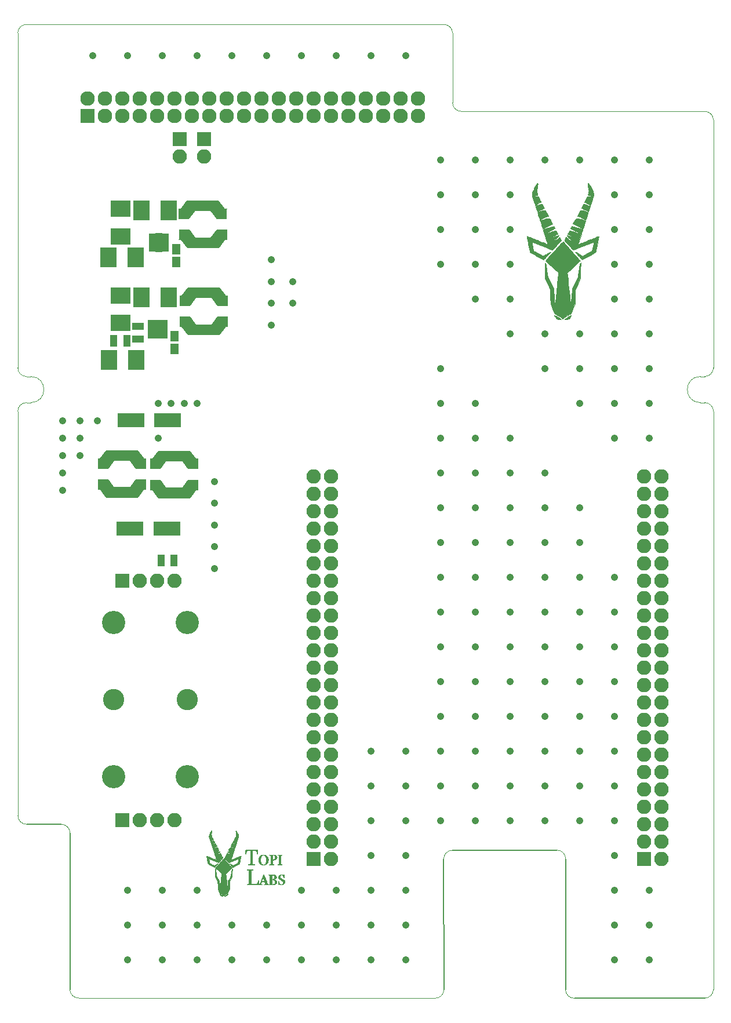
<source format=gts>
G04 #@! TF.FileFunction,Soldermask,Top*
%FSLAX46Y46*%
G04 Gerber Fmt 4.6, Leading zero omitted, Abs format (unit mm)*
G04 Created by KiCad (PCBNEW 4.0.7) date Thursday, June 21, 2018 'PMt' 03:52:58 PM*
%MOMM*%
%LPD*%
G01*
G04 APERTURE LIST*
%ADD10C,0.020000*%
%ADD11C,0.100000*%
%ADD12C,0.150000*%
%ADD13C,0.010000*%
%ADD14C,1.060400*%
%ADD15R,2.127200X2.127200*%
%ADD16O,2.127200X2.127200*%
%ADD17R,2.900000X2.400000*%
%ADD18R,2.400000X2.900000*%
%ADD19R,1.150000X1.600000*%
%ADD20R,3.900000X2.000000*%
%ADD21C,3.400000*%
%ADD22C,3.100000*%
%ADD23R,1.700000X1.100000*%
%ADD24R,1.100000X1.700000*%
%ADD25R,1.100000X0.650000*%
%ADD26R,1.040000X1.600000*%
%ADD27R,2.100000X2.100000*%
%ADD28O,2.100000X2.100000*%
G04 APERTURE END LIST*
D10*
D11*
X27927300Y-67271900D02*
G75*
G02X29222700Y-68567300I0J-1295400D01*
G01*
X11417300Y-68567300D02*
G75*
G02X12687300Y-67297300I1270000J0D01*
G01*
X-44437300Y-63512700D02*
G75*
G02X-43167300Y-64782700I0J-1270000D01*
G01*
X11442700Y-87642700D02*
G75*
G02X10172700Y-88912700I-1270000J0D01*
G01*
X30467300Y-88912700D02*
G75*
G02X29197300Y-87642700I0J1270000D01*
G01*
D12*
X30480000Y-88900000D02*
X49530000Y-88900000D01*
D11*
X-41922700Y-88887300D02*
G75*
G02X-43192700Y-87617300I0J1270000D01*
G01*
D12*
X-43167300Y-64782700D02*
X-43180000Y-87630000D01*
X-49530000Y-63500000D02*
X-44437300Y-63512700D01*
X29222700Y-68567300D02*
X29210000Y-87630000D01*
X12687300Y-67297300D02*
X27927300Y-67297300D01*
X11430000Y-87630000D02*
X11417300Y-68567300D01*
D11*
X-50800000Y-3175000D02*
G75*
G02X-49530000Y-1905000I1270000J0D01*
G01*
X-49530000Y-1905000D02*
X-48895000Y-1905000D01*
X-48895000Y1905000D02*
G75*
G02X-48895000Y-1905000I0J-1905000D01*
G01*
X-48895000Y1905000D02*
X-49530000Y1905000D01*
X-49530000Y1905000D02*
G75*
G02X-50800000Y3175000I0J1270000D01*
G01*
X-50800000Y52070000D02*
X-50800000Y3175000D01*
X-50800000Y52070000D02*
G75*
G02X-49530000Y53340000I1270000J0D01*
G01*
X11430000Y53340000D02*
X-49530000Y53340000D01*
X11430000Y53340000D02*
G75*
G02X12700000Y52070000I0J-1270000D01*
G01*
X12700000Y52070000D02*
X12700000Y41910000D01*
X13970000Y40640000D02*
G75*
G02X12700000Y41910000I0J1270000D01*
G01*
X13970000Y40640000D02*
X49530000Y40640000D01*
X49530000Y40640000D02*
G75*
G02X50800000Y39370000I0J-1270000D01*
G01*
X50800000Y3175000D02*
X50800000Y39370000D01*
X50800000Y3175000D02*
G75*
G02X49530000Y1905000I-1270000J0D01*
G01*
X48895000Y1905000D02*
X49530000Y1905000D01*
X48895000Y-1905000D02*
G75*
G02X48895000Y1905000I0J1905000D01*
G01*
X49530000Y-1905000D02*
X48895000Y-1905000D01*
X49530000Y-1905000D02*
G75*
G02X50800000Y-3175000I0J-1270000D01*
G01*
X50800000Y-87630000D02*
X50800000Y-3175000D01*
X50800000Y-87630000D02*
G75*
G02X49530000Y-88900000I-1270000J0D01*
G01*
X-41910000Y-88900000D02*
X10160000Y-88900000D01*
X-49517300Y-63512700D02*
G75*
G02X-50787300Y-62242700I0J1270000D01*
G01*
X-50800000Y-3175000D02*
X-50800000Y-62230000D01*
D13*
G36*
X27628734Y10828217D02*
X27671227Y10810111D01*
X27733650Y10777384D01*
X27819904Y10727986D01*
X27933889Y10659871D01*
X28079505Y10570990D01*
X28083545Y10568508D01*
X28238825Y10472143D01*
X28359418Y10395022D01*
X28447522Y10335612D01*
X28505336Y10292379D01*
X28535056Y10263790D01*
X28539955Y10250063D01*
X28528311Y10233947D01*
X28504602Y10225100D01*
X28463050Y10223840D01*
X28397876Y10230485D01*
X28303303Y10245354D01*
X28173550Y10268766D01*
X28162250Y10270873D01*
X28061122Y10290437D01*
X27973537Y10308638D01*
X27908872Y10323445D01*
X27876500Y10332824D01*
X27876500Y10332825D01*
X27853626Y10355572D01*
X27814245Y10407112D01*
X27763720Y10479993D01*
X27707415Y10566764D01*
X27702656Y10574345D01*
X27642891Y10671722D01*
X27604359Y10740077D01*
X27584391Y10785328D01*
X27580319Y10813394D01*
X27587940Y10828753D01*
X27602272Y10833748D01*
X27628734Y10828217D01*
X27628734Y10828217D01*
G37*
X27628734Y10828217D02*
X27671227Y10810111D01*
X27733650Y10777384D01*
X27819904Y10727986D01*
X27933889Y10659871D01*
X28079505Y10570990D01*
X28083545Y10568508D01*
X28238825Y10472143D01*
X28359418Y10395022D01*
X28447522Y10335612D01*
X28505336Y10292379D01*
X28535056Y10263790D01*
X28539955Y10250063D01*
X28528311Y10233947D01*
X28504602Y10225100D01*
X28463050Y10223840D01*
X28397876Y10230485D01*
X28303303Y10245354D01*
X28173550Y10268766D01*
X28162250Y10270873D01*
X28061122Y10290437D01*
X27973537Y10308638D01*
X27908872Y10323445D01*
X27876500Y10332824D01*
X27876500Y10332825D01*
X27853626Y10355572D01*
X27814245Y10407112D01*
X27763720Y10479993D01*
X27707415Y10566764D01*
X27702656Y10574345D01*
X27642891Y10671722D01*
X27604359Y10740077D01*
X27584391Y10785328D01*
X27580319Y10813394D01*
X27587940Y10828753D01*
X27602272Y10833748D01*
X27628734Y10828217D01*
G36*
X30008944Y10826258D02*
X30010393Y10824944D01*
X30019532Y10807252D01*
X30015516Y10779453D01*
X29995541Y10735116D01*
X29956800Y10667810D01*
X29906694Y10587219D01*
X29852222Y10501981D01*
X29804129Y10428466D01*
X29767931Y10374992D01*
X29749994Y10350781D01*
X29722903Y10338969D01*
X29663247Y10322048D01*
X29580208Y10301930D01*
X29482968Y10280526D01*
X29380708Y10259747D01*
X29282612Y10241505D01*
X29197861Y10227710D01*
X29135637Y10220276D01*
X29119377Y10219512D01*
X29080808Y10235332D01*
X29069137Y10251929D01*
X29062253Y10283605D01*
X29064510Y10291012D01*
X29083995Y10303358D01*
X29134677Y10334732D01*
X29211624Y10382103D01*
X29309901Y10442437D01*
X29424577Y10512700D01*
X29527143Y10575449D01*
X29670240Y10662437D01*
X29781727Y10728833D01*
X29865716Y10776761D01*
X29926319Y10808344D01*
X29967650Y10825705D01*
X29993821Y10830969D01*
X30008944Y10826258D01*
X30008944Y10826258D01*
G37*
X30008944Y10826258D02*
X30010393Y10824944D01*
X30019532Y10807252D01*
X30015516Y10779453D01*
X29995541Y10735116D01*
X29956800Y10667810D01*
X29906694Y10587219D01*
X29852222Y10501981D01*
X29804129Y10428466D01*
X29767931Y10374992D01*
X29749994Y10350781D01*
X29722903Y10338969D01*
X29663247Y10322048D01*
X29580208Y10301930D01*
X29482968Y10280526D01*
X29380708Y10259747D01*
X29282612Y10241505D01*
X29197861Y10227710D01*
X29135637Y10220276D01*
X29119377Y10219512D01*
X29080808Y10235332D01*
X29069137Y10251929D01*
X29062253Y10283605D01*
X29064510Y10291012D01*
X29083995Y10303358D01*
X29134677Y10334732D01*
X29211624Y10382103D01*
X29309901Y10442437D01*
X29424577Y10512700D01*
X29527143Y10575449D01*
X29670240Y10662437D01*
X29781727Y10728833D01*
X29865716Y10776761D01*
X29926319Y10808344D01*
X29967650Y10825705D01*
X29993821Y10830969D01*
X30008944Y10826258D01*
G36*
X28947543Y21477409D02*
X29036322Y21383616D01*
X29143280Y21268958D01*
X29265910Y21136233D01*
X29401709Y20988237D01*
X29548169Y20827768D01*
X29702785Y20657623D01*
X29863052Y20480599D01*
X30026464Y20299494D01*
X30190516Y20117104D01*
X30352702Y19936227D01*
X30510516Y19759659D01*
X30661453Y19590199D01*
X30803008Y19430643D01*
X30932674Y19283787D01*
X31047946Y19152431D01*
X31146319Y19039370D01*
X31225287Y18947401D01*
X31282344Y18879323D01*
X31314985Y18837931D01*
X31321907Y18826730D01*
X31307704Y18809541D01*
X31265688Y18766699D01*
X31199135Y18701280D01*
X31111322Y18616362D01*
X31005525Y18515024D01*
X30885022Y18400341D01*
X30753090Y18275393D01*
X30613004Y18143255D01*
X30468043Y18007007D01*
X30321483Y17869725D01*
X30176600Y17734486D01*
X30036672Y17604369D01*
X29904975Y17482451D01*
X29784787Y17371809D01*
X29679384Y17275520D01*
X29592043Y17196663D01*
X29526041Y17138315D01*
X29504042Y17119457D01*
X29441147Y17066398D01*
X29547159Y16082291D01*
X29615166Y15443571D01*
X29679874Y14820928D01*
X29740848Y14218754D01*
X29797656Y13641445D01*
X29849864Y13093393D01*
X29897040Y12578993D01*
X29934187Y12156016D01*
X29943766Y12053627D01*
X29952661Y11975618D01*
X29960169Y11926891D01*
X29965585Y11912344D01*
X29967625Y11923183D01*
X29969997Y11958804D01*
X29974731Y12032841D01*
X29981590Y12141459D01*
X29990333Y12280822D01*
X30000720Y12447093D01*
X30012513Y12636436D01*
X30025471Y12845016D01*
X30039355Y13068995D01*
X30053926Y13304538D01*
X30057370Y13360287D01*
X30140906Y14712724D01*
X30572290Y15562365D01*
X31003675Y16412006D01*
X31123711Y17321428D01*
X31149313Y17514788D01*
X31173550Y17696690D01*
X31195795Y17862506D01*
X31215420Y18007611D01*
X31231798Y18127377D01*
X31244302Y18217179D01*
X31252304Y18272390D01*
X31254673Y18286939D01*
X31275165Y18335478D01*
X31314856Y18395324D01*
X31339062Y18424522D01*
X31412525Y18506016D01*
X31398751Y17373600D01*
X31384977Y16241183D01*
X30995988Y15408425D01*
X30607000Y14575668D01*
X30607000Y12544126D01*
X30284208Y11794512D01*
X30211862Y11627889D01*
X30143951Y11474135D01*
X30082423Y11337455D01*
X30029222Y11222059D01*
X29986294Y11132154D01*
X29955585Y11071950D01*
X29939041Y11045653D01*
X29937572Y11044832D01*
X29910548Y11035673D01*
X29853933Y11010709D01*
X29775711Y10973629D01*
X29683868Y10928120D01*
X29672988Y10922612D01*
X29472402Y10813013D01*
X29275689Y10690967D01*
X29094799Y10564379D01*
X28941679Y10441153D01*
X28931441Y10432082D01*
X28873238Y10381012D01*
X28828222Y10343201D01*
X28804703Y10325590D01*
X28803363Y10325100D01*
X28784663Y10337855D01*
X28741479Y10372028D01*
X28681464Y10421487D01*
X28648005Y10449634D01*
X28366965Y10662599D01*
X28051100Y10855583D01*
X27885331Y10941835D01*
X27629580Y11067937D01*
X27319626Y11791894D01*
X27009673Y12515850D01*
X26996662Y13553016D01*
X26983651Y14590183D01*
X26595997Y15426266D01*
X26208343Y16262350D01*
X26198567Y17378891D01*
X26196942Y17591844D01*
X26195884Y17791489D01*
X26195380Y17973924D01*
X26195420Y18135248D01*
X26195991Y18271560D01*
X26197082Y18378958D01*
X26198682Y18453542D01*
X26200779Y18491408D01*
X26201854Y18495433D01*
X26221601Y18480332D01*
X26256865Y18442016D01*
X26277205Y18417366D01*
X26291934Y18398145D01*
X26304744Y18377820D01*
X26316343Y18352523D01*
X26327440Y18318384D01*
X26338746Y18271535D01*
X26350968Y18208107D01*
X26364817Y18124231D01*
X26381001Y18016037D01*
X26400230Y17879658D01*
X26423213Y17711224D01*
X26450659Y17506866D01*
X26468294Y17374908D01*
X26597094Y16410516D01*
X27028370Y15564069D01*
X27459647Y14717622D01*
X27548059Y13309819D01*
X27563215Y13072597D01*
X27577934Y12850081D01*
X27591972Y12645497D01*
X27605082Y12462072D01*
X27617018Y12303033D01*
X27627535Y12171605D01*
X27636386Y12071014D01*
X27643325Y12004488D01*
X27648107Y11975252D01*
X27649705Y11976100D01*
X27657435Y12032422D01*
X27666040Y12115199D01*
X27673918Y12208625D01*
X27675468Y12230100D01*
X27684993Y12355536D01*
X27698660Y12518911D01*
X27716060Y12716077D01*
X27736787Y12942883D01*
X27760431Y13195182D01*
X27786585Y13468823D01*
X27814841Y13759658D01*
X27844790Y14063538D01*
X27876025Y14376313D01*
X27908137Y14693836D01*
X27940719Y15011956D01*
X27973362Y15326525D01*
X28005658Y15633393D01*
X28037200Y15928412D01*
X28058514Y16124766D01*
X28077076Y16297565D01*
X28094205Y16462700D01*
X28109297Y16613921D01*
X28121751Y16744976D01*
X28130965Y16849612D01*
X28136335Y16921579D01*
X28137394Y16943455D01*
X28141083Y17074227D01*
X27209750Y17935866D01*
X27042480Y18090795D01*
X26884631Y18237344D01*
X26738920Y18372965D01*
X26608065Y18495114D01*
X26494784Y18601243D01*
X26401793Y18688807D01*
X26331811Y18755260D01*
X26287556Y18798056D01*
X26271762Y18814598D01*
X26284122Y18833585D01*
X26322516Y18881164D01*
X26384505Y18954604D01*
X26467647Y19051171D01*
X26569502Y19168133D01*
X26687630Y19302757D01*
X26819590Y19452312D01*
X26962942Y19614064D01*
X27115244Y19785281D01*
X27274056Y19963231D01*
X27436938Y20145180D01*
X27601450Y20328397D01*
X27765150Y20510148D01*
X27925598Y20687702D01*
X28080353Y20858326D01*
X28226976Y21019287D01*
X28363024Y21167852D01*
X28486059Y21301290D01*
X28593639Y21416868D01*
X28640607Y21466826D01*
X28798090Y21633636D01*
X28947543Y21477409D01*
X28947543Y21477409D01*
G37*
X28947543Y21477409D02*
X29036322Y21383616D01*
X29143280Y21268958D01*
X29265910Y21136233D01*
X29401709Y20988237D01*
X29548169Y20827768D01*
X29702785Y20657623D01*
X29863052Y20480599D01*
X30026464Y20299494D01*
X30190516Y20117104D01*
X30352702Y19936227D01*
X30510516Y19759659D01*
X30661453Y19590199D01*
X30803008Y19430643D01*
X30932674Y19283787D01*
X31047946Y19152431D01*
X31146319Y19039370D01*
X31225287Y18947401D01*
X31282344Y18879323D01*
X31314985Y18837931D01*
X31321907Y18826730D01*
X31307704Y18809541D01*
X31265688Y18766699D01*
X31199135Y18701280D01*
X31111322Y18616362D01*
X31005525Y18515024D01*
X30885022Y18400341D01*
X30753090Y18275393D01*
X30613004Y18143255D01*
X30468043Y18007007D01*
X30321483Y17869725D01*
X30176600Y17734486D01*
X30036672Y17604369D01*
X29904975Y17482451D01*
X29784787Y17371809D01*
X29679384Y17275520D01*
X29592043Y17196663D01*
X29526041Y17138315D01*
X29504042Y17119457D01*
X29441147Y17066398D01*
X29547159Y16082291D01*
X29615166Y15443571D01*
X29679874Y14820928D01*
X29740848Y14218754D01*
X29797656Y13641445D01*
X29849864Y13093393D01*
X29897040Y12578993D01*
X29934187Y12156016D01*
X29943766Y12053627D01*
X29952661Y11975618D01*
X29960169Y11926891D01*
X29965585Y11912344D01*
X29967625Y11923183D01*
X29969997Y11958804D01*
X29974731Y12032841D01*
X29981590Y12141459D01*
X29990333Y12280822D01*
X30000720Y12447093D01*
X30012513Y12636436D01*
X30025471Y12845016D01*
X30039355Y13068995D01*
X30053926Y13304538D01*
X30057370Y13360287D01*
X30140906Y14712724D01*
X30572290Y15562365D01*
X31003675Y16412006D01*
X31123711Y17321428D01*
X31149313Y17514788D01*
X31173550Y17696690D01*
X31195795Y17862506D01*
X31215420Y18007611D01*
X31231798Y18127377D01*
X31244302Y18217179D01*
X31252304Y18272390D01*
X31254673Y18286939D01*
X31275165Y18335478D01*
X31314856Y18395324D01*
X31339062Y18424522D01*
X31412525Y18506016D01*
X31398751Y17373600D01*
X31384977Y16241183D01*
X30995988Y15408425D01*
X30607000Y14575668D01*
X30607000Y12544126D01*
X30284208Y11794512D01*
X30211862Y11627889D01*
X30143951Y11474135D01*
X30082423Y11337455D01*
X30029222Y11222059D01*
X29986294Y11132154D01*
X29955585Y11071950D01*
X29939041Y11045653D01*
X29937572Y11044832D01*
X29910548Y11035673D01*
X29853933Y11010709D01*
X29775711Y10973629D01*
X29683868Y10928120D01*
X29672988Y10922612D01*
X29472402Y10813013D01*
X29275689Y10690967D01*
X29094799Y10564379D01*
X28941679Y10441153D01*
X28931441Y10432082D01*
X28873238Y10381012D01*
X28828222Y10343201D01*
X28804703Y10325590D01*
X28803363Y10325100D01*
X28784663Y10337855D01*
X28741479Y10372028D01*
X28681464Y10421487D01*
X28648005Y10449634D01*
X28366965Y10662599D01*
X28051100Y10855583D01*
X27885331Y10941835D01*
X27629580Y11067937D01*
X27319626Y11791894D01*
X27009673Y12515850D01*
X26996662Y13553016D01*
X26983651Y14590183D01*
X26595997Y15426266D01*
X26208343Y16262350D01*
X26198567Y17378891D01*
X26196942Y17591844D01*
X26195884Y17791489D01*
X26195380Y17973924D01*
X26195420Y18135248D01*
X26195991Y18271560D01*
X26197082Y18378958D01*
X26198682Y18453542D01*
X26200779Y18491408D01*
X26201854Y18495433D01*
X26221601Y18480332D01*
X26256865Y18442016D01*
X26277205Y18417366D01*
X26291934Y18398145D01*
X26304744Y18377820D01*
X26316343Y18352523D01*
X26327440Y18318384D01*
X26338746Y18271535D01*
X26350968Y18208107D01*
X26364817Y18124231D01*
X26381001Y18016037D01*
X26400230Y17879658D01*
X26423213Y17711224D01*
X26450659Y17506866D01*
X26468294Y17374908D01*
X26597094Y16410516D01*
X27028370Y15564069D01*
X27459647Y14717622D01*
X27548059Y13309819D01*
X27563215Y13072597D01*
X27577934Y12850081D01*
X27591972Y12645497D01*
X27605082Y12462072D01*
X27617018Y12303033D01*
X27627535Y12171605D01*
X27636386Y12071014D01*
X27643325Y12004488D01*
X27648107Y11975252D01*
X27649705Y11976100D01*
X27657435Y12032422D01*
X27666040Y12115199D01*
X27673918Y12208625D01*
X27675468Y12230100D01*
X27684993Y12355536D01*
X27698660Y12518911D01*
X27716060Y12716077D01*
X27736787Y12942883D01*
X27760431Y13195182D01*
X27786585Y13468823D01*
X27814841Y13759658D01*
X27844790Y14063538D01*
X27876025Y14376313D01*
X27908137Y14693836D01*
X27940719Y15011956D01*
X27973362Y15326525D01*
X28005658Y15633393D01*
X28037200Y15928412D01*
X28058514Y16124766D01*
X28077076Y16297565D01*
X28094205Y16462700D01*
X28109297Y16613921D01*
X28121751Y16744976D01*
X28130965Y16849612D01*
X28136335Y16921579D01*
X28137394Y16943455D01*
X28141083Y17074227D01*
X27209750Y17935866D01*
X27042480Y18090795D01*
X26884631Y18237344D01*
X26738920Y18372965D01*
X26608065Y18495114D01*
X26494784Y18601243D01*
X26401793Y18688807D01*
X26331811Y18755260D01*
X26287556Y18798056D01*
X26271762Y18814598D01*
X26284122Y18833585D01*
X26322516Y18881164D01*
X26384505Y18954604D01*
X26467647Y19051171D01*
X26569502Y19168133D01*
X26687630Y19302757D01*
X26819590Y19452312D01*
X26962942Y19614064D01*
X27115244Y19785281D01*
X27274056Y19963231D01*
X27436938Y20145180D01*
X27601450Y20328397D01*
X27765150Y20510148D01*
X27925598Y20687702D01*
X28080353Y20858326D01*
X28226976Y21019287D01*
X28363024Y21167852D01*
X28486059Y21301290D01*
X28593639Y21416868D01*
X28640607Y21466826D01*
X28798090Y21633636D01*
X28947543Y21477409D01*
G36*
X27796423Y23219429D02*
X27829256Y23173006D01*
X27872032Y23105878D01*
X27919874Y23026428D01*
X27967900Y22943038D01*
X28011231Y22864090D01*
X28044989Y22797966D01*
X28064292Y22753049D01*
X28067000Y22741038D01*
X28048812Y22728907D01*
X27997288Y22700285D01*
X27916982Y22657556D01*
X27812451Y22603106D01*
X27688249Y22539317D01*
X27548932Y22468575D01*
X27479625Y22433650D01*
X27335769Y22361041D01*
X27205735Y22294839D01*
X27093904Y22237320D01*
X27004656Y22190760D01*
X26942372Y22157435D01*
X26911434Y22139620D01*
X26909049Y22137242D01*
X26932743Y22143055D01*
X26991705Y22160056D01*
X27080829Y22186698D01*
X27195011Y22221437D01*
X27329146Y22262726D01*
X27478127Y22309019D01*
X27534374Y22326600D01*
X27687954Y22374422D01*
X27828991Y22417846D01*
X27952282Y22455312D01*
X28052630Y22485256D01*
X28124832Y22506116D01*
X28163689Y22516329D01*
X28168449Y22517100D01*
X28190767Y22503749D01*
X28180742Y22464047D01*
X28138734Y22398525D01*
X28065106Y22307710D01*
X27960220Y22192130D01*
X27910037Y22139542D01*
X27704694Y21953030D01*
X27486701Y21805254D01*
X27257889Y21697380D01*
X27167416Y21666769D01*
X27040416Y21628358D01*
X27156833Y21640826D01*
X27342876Y21677023D01*
X27541975Y21744854D01*
X27745033Y21839879D01*
X27942954Y21957658D01*
X28126641Y22093749D01*
X28181638Y22141075D01*
X28317348Y22262466D01*
X28369508Y22172825D01*
X28405281Y22108574D01*
X28450322Y22023874D01*
X28495295Y21936303D01*
X28498229Y21930460D01*
X28574791Y21777738D01*
X27928006Y21089085D01*
X27793251Y20946311D01*
X27666663Y20813543D01*
X27551305Y20693894D01*
X27450238Y20590480D01*
X27366525Y20506415D01*
X27303230Y20444814D01*
X27263415Y20408791D01*
X27250846Y20400433D01*
X27226676Y20408127D01*
X27166397Y20430380D01*
X27073171Y20465953D01*
X26950163Y20513605D01*
X26800536Y20572096D01*
X26627454Y20640183D01*
X26434082Y20716628D01*
X26223582Y20800189D01*
X25999119Y20889626D01*
X25786360Y20974687D01*
X25551723Y21068580D01*
X25328032Y21157976D01*
X25118473Y21241607D01*
X24926230Y21318209D01*
X24754488Y21386517D01*
X24606433Y21445263D01*
X24485250Y21493184D01*
X24394124Y21529012D01*
X24336241Y21551483D01*
X24315208Y21559239D01*
X24286704Y21556712D01*
X24278725Y21521578D01*
X24278740Y21519444D01*
X24282626Y21487114D01*
X24293195Y21421010D01*
X24309269Y21327421D01*
X24329671Y21212636D01*
X24353224Y21082944D01*
X24378751Y20944637D01*
X24405074Y20804003D01*
X24431016Y20667333D01*
X24455400Y20540915D01*
X24477048Y20431040D01*
X24494784Y20343997D01*
X24507430Y20286077D01*
X24513797Y20263580D01*
X24533628Y20251877D01*
X24586455Y20222191D01*
X24668119Y20176821D01*
X24774457Y20118065D01*
X24901308Y20048224D01*
X25044511Y19969596D01*
X25199904Y19884480D01*
X25207646Y19880244D01*
X25386566Y19782570D01*
X25532193Y19703693D01*
X25648240Y19641849D01*
X25738416Y19595272D01*
X25806434Y19562198D01*
X25856004Y19540860D01*
X25890837Y19529493D01*
X25914646Y19526332D01*
X25931140Y19529613D01*
X25937634Y19533010D01*
X25967420Y19550645D01*
X26028674Y19586156D01*
X26116070Y19636483D01*
X26224284Y19698566D01*
X26347990Y19769344D01*
X26478303Y19843728D01*
X26649130Y19940014D01*
X26785557Y20014244D01*
X26889016Y20066911D01*
X26960936Y20098503D01*
X27002749Y20109511D01*
X27015884Y20100428D01*
X27001773Y20071742D01*
X26961846Y20023945D01*
X26942033Y20002788D01*
X26901521Y19959886D01*
X26837350Y19891343D01*
X26754596Y19802607D01*
X26658333Y19699126D01*
X26553637Y19586348D01*
X26464602Y19490266D01*
X26359986Y19377633D01*
X26262455Y19273298D01*
X26176404Y19181913D01*
X26106233Y19108131D01*
X26056340Y19056603D01*
X26032264Y19032972D01*
X25982083Y18988428D01*
X25008416Y19505149D01*
X24820830Y19604841D01*
X24644509Y19698820D01*
X24483002Y19785173D01*
X24339862Y19861990D01*
X24218638Y19927358D01*
X24122883Y19979367D01*
X24056147Y20016104D01*
X24021980Y20035658D01*
X24018318Y20038142D01*
X24011407Y20061155D01*
X23997326Y20121179D01*
X23976988Y20213673D01*
X23951306Y20334093D01*
X23921192Y20477898D01*
X23887558Y20640543D01*
X23851317Y20817486D01*
X23813381Y21004185D01*
X23774663Y21196096D01*
X23736076Y21388678D01*
X23698531Y21577387D01*
X23662942Y21757680D01*
X23630221Y21925016D01*
X23601281Y22074850D01*
X23577033Y22202641D01*
X23558391Y22303846D01*
X23546267Y22373922D01*
X23541573Y22408325D01*
X23541697Y22410905D01*
X23561844Y22405770D01*
X23618259Y22386026D01*
X23707927Y22352840D01*
X23827830Y22307377D01*
X23974954Y22250806D01*
X24146282Y22184292D01*
X24338799Y22109002D01*
X24549488Y22026104D01*
X24775334Y21936763D01*
X25013320Y21842146D01*
X25057704Y21824449D01*
X25297673Y21728870D01*
X25526085Y21638172D01*
X25739919Y21553538D01*
X25936153Y21476150D01*
X26111763Y21407193D01*
X26263728Y21347849D01*
X26389025Y21299302D01*
X26484632Y21262734D01*
X26547525Y21239330D01*
X26574684Y21230271D01*
X26575543Y21230254D01*
X26571146Y21251536D01*
X26555064Y21308498D01*
X26528701Y21396563D01*
X26493466Y21511154D01*
X26450764Y21647693D01*
X26402001Y21801603D01*
X26352202Y21957077D01*
X26298692Y22123854D01*
X26249522Y22278175D01*
X26206163Y22415341D01*
X26170088Y22530652D01*
X26142766Y22619406D01*
X26125670Y22676902D01*
X26120239Y22698140D01*
X26139484Y22708277D01*
X26194001Y22729331D01*
X26278644Y22759630D01*
X26388265Y22797503D01*
X26517718Y22841277D01*
X26661856Y22889281D01*
X26815534Y22939844D01*
X26973604Y22991292D01*
X27130920Y23041956D01*
X27282335Y23090163D01*
X27422704Y23134241D01*
X27546878Y23172518D01*
X27649712Y23203323D01*
X27726060Y23224984D01*
X27770774Y23235829D01*
X27778414Y23236766D01*
X27796423Y23219429D01*
X27796423Y23219429D01*
G37*
X27796423Y23219429D02*
X27829256Y23173006D01*
X27872032Y23105878D01*
X27919874Y23026428D01*
X27967900Y22943038D01*
X28011231Y22864090D01*
X28044989Y22797966D01*
X28064292Y22753049D01*
X28067000Y22741038D01*
X28048812Y22728907D01*
X27997288Y22700285D01*
X27916982Y22657556D01*
X27812451Y22603106D01*
X27688249Y22539317D01*
X27548932Y22468575D01*
X27479625Y22433650D01*
X27335769Y22361041D01*
X27205735Y22294839D01*
X27093904Y22237320D01*
X27004656Y22190760D01*
X26942372Y22157435D01*
X26911434Y22139620D01*
X26909049Y22137242D01*
X26932743Y22143055D01*
X26991705Y22160056D01*
X27080829Y22186698D01*
X27195011Y22221437D01*
X27329146Y22262726D01*
X27478127Y22309019D01*
X27534374Y22326600D01*
X27687954Y22374422D01*
X27828991Y22417846D01*
X27952282Y22455312D01*
X28052630Y22485256D01*
X28124832Y22506116D01*
X28163689Y22516329D01*
X28168449Y22517100D01*
X28190767Y22503749D01*
X28180742Y22464047D01*
X28138734Y22398525D01*
X28065106Y22307710D01*
X27960220Y22192130D01*
X27910037Y22139542D01*
X27704694Y21953030D01*
X27486701Y21805254D01*
X27257889Y21697380D01*
X27167416Y21666769D01*
X27040416Y21628358D01*
X27156833Y21640826D01*
X27342876Y21677023D01*
X27541975Y21744854D01*
X27745033Y21839879D01*
X27942954Y21957658D01*
X28126641Y22093749D01*
X28181638Y22141075D01*
X28317348Y22262466D01*
X28369508Y22172825D01*
X28405281Y22108574D01*
X28450322Y22023874D01*
X28495295Y21936303D01*
X28498229Y21930460D01*
X28574791Y21777738D01*
X27928006Y21089085D01*
X27793251Y20946311D01*
X27666663Y20813543D01*
X27551305Y20693894D01*
X27450238Y20590480D01*
X27366525Y20506415D01*
X27303230Y20444814D01*
X27263415Y20408791D01*
X27250846Y20400433D01*
X27226676Y20408127D01*
X27166397Y20430380D01*
X27073171Y20465953D01*
X26950163Y20513605D01*
X26800536Y20572096D01*
X26627454Y20640183D01*
X26434082Y20716628D01*
X26223582Y20800189D01*
X25999119Y20889626D01*
X25786360Y20974687D01*
X25551723Y21068580D01*
X25328032Y21157976D01*
X25118473Y21241607D01*
X24926230Y21318209D01*
X24754488Y21386517D01*
X24606433Y21445263D01*
X24485250Y21493184D01*
X24394124Y21529012D01*
X24336241Y21551483D01*
X24315208Y21559239D01*
X24286704Y21556712D01*
X24278725Y21521578D01*
X24278740Y21519444D01*
X24282626Y21487114D01*
X24293195Y21421010D01*
X24309269Y21327421D01*
X24329671Y21212636D01*
X24353224Y21082944D01*
X24378751Y20944637D01*
X24405074Y20804003D01*
X24431016Y20667333D01*
X24455400Y20540915D01*
X24477048Y20431040D01*
X24494784Y20343997D01*
X24507430Y20286077D01*
X24513797Y20263580D01*
X24533628Y20251877D01*
X24586455Y20222191D01*
X24668119Y20176821D01*
X24774457Y20118065D01*
X24901308Y20048224D01*
X25044511Y19969596D01*
X25199904Y19884480D01*
X25207646Y19880244D01*
X25386566Y19782570D01*
X25532193Y19703693D01*
X25648240Y19641849D01*
X25738416Y19595272D01*
X25806434Y19562198D01*
X25856004Y19540860D01*
X25890837Y19529493D01*
X25914646Y19526332D01*
X25931140Y19529613D01*
X25937634Y19533010D01*
X25967420Y19550645D01*
X26028674Y19586156D01*
X26116070Y19636483D01*
X26224284Y19698566D01*
X26347990Y19769344D01*
X26478303Y19843728D01*
X26649130Y19940014D01*
X26785557Y20014244D01*
X26889016Y20066911D01*
X26960936Y20098503D01*
X27002749Y20109511D01*
X27015884Y20100428D01*
X27001773Y20071742D01*
X26961846Y20023945D01*
X26942033Y20002788D01*
X26901521Y19959886D01*
X26837350Y19891343D01*
X26754596Y19802607D01*
X26658333Y19699126D01*
X26553637Y19586348D01*
X26464602Y19490266D01*
X26359986Y19377633D01*
X26262455Y19273298D01*
X26176404Y19181913D01*
X26106233Y19108131D01*
X26056340Y19056603D01*
X26032264Y19032972D01*
X25982083Y18988428D01*
X25008416Y19505149D01*
X24820830Y19604841D01*
X24644509Y19698820D01*
X24483002Y19785173D01*
X24339862Y19861990D01*
X24218638Y19927358D01*
X24122883Y19979367D01*
X24056147Y20016104D01*
X24021980Y20035658D01*
X24018318Y20038142D01*
X24011407Y20061155D01*
X23997326Y20121179D01*
X23976988Y20213673D01*
X23951306Y20334093D01*
X23921192Y20477898D01*
X23887558Y20640543D01*
X23851317Y20817486D01*
X23813381Y21004185D01*
X23774663Y21196096D01*
X23736076Y21388678D01*
X23698531Y21577387D01*
X23662942Y21757680D01*
X23630221Y21925016D01*
X23601281Y22074850D01*
X23577033Y22202641D01*
X23558391Y22303846D01*
X23546267Y22373922D01*
X23541573Y22408325D01*
X23541697Y22410905D01*
X23561844Y22405770D01*
X23618259Y22386026D01*
X23707927Y22352840D01*
X23827830Y22307377D01*
X23974954Y22250806D01*
X24146282Y22184292D01*
X24338799Y22109002D01*
X24549488Y22026104D01*
X24775334Y21936763D01*
X25013320Y21842146D01*
X25057704Y21824449D01*
X25297673Y21728870D01*
X25526085Y21638172D01*
X25739919Y21553538D01*
X25936153Y21476150D01*
X26111763Y21407193D01*
X26263728Y21347849D01*
X26389025Y21299302D01*
X26484632Y21262734D01*
X26547525Y21239330D01*
X26574684Y21230271D01*
X26575543Y21230254D01*
X26571146Y21251536D01*
X26555064Y21308498D01*
X26528701Y21396563D01*
X26493466Y21511154D01*
X26450764Y21647693D01*
X26402001Y21801603D01*
X26352202Y21957077D01*
X26298692Y22123854D01*
X26249522Y22278175D01*
X26206163Y22415341D01*
X26170088Y22530652D01*
X26142766Y22619406D01*
X26125670Y22676902D01*
X26120239Y22698140D01*
X26139484Y22708277D01*
X26194001Y22729331D01*
X26278644Y22759630D01*
X26388265Y22797503D01*
X26517718Y22841277D01*
X26661856Y22889281D01*
X26815534Y22939844D01*
X26973604Y22991292D01*
X27130920Y23041956D01*
X27282335Y23090163D01*
X27422704Y23134241D01*
X27546878Y23172518D01*
X27649712Y23203323D01*
X27726060Y23224984D01*
X27770774Y23235829D01*
X27778414Y23236766D01*
X27796423Y23219429D01*
G36*
X29852490Y23234593D02*
X29914303Y23215728D01*
X30007561Y23186787D01*
X30127821Y23149162D01*
X30270637Y23104245D01*
X30431568Y23053428D01*
X30606168Y22998103D01*
X30672953Y22976893D01*
X31490322Y22717154D01*
X31253370Y21976835D01*
X31199827Y21808406D01*
X31151172Y21653143D01*
X31108758Y21515533D01*
X31073938Y21400063D01*
X31048064Y21311222D01*
X31032488Y21253496D01*
X31028563Y21231373D01*
X31028667Y21231292D01*
X31049804Y21238102D01*
X31107214Y21259433D01*
X31197860Y21294097D01*
X31318707Y21340905D01*
X31466717Y21398669D01*
X31638853Y21466198D01*
X31832079Y21542305D01*
X32043359Y21625799D01*
X32269655Y21715493D01*
X32507931Y21810197D01*
X32549041Y21826562D01*
X32847419Y21945134D01*
X33108345Y22048298D01*
X33333539Y22136703D01*
X33524722Y22210996D01*
X33683612Y22271825D01*
X33811929Y22319836D01*
X33911394Y22355677D01*
X33983726Y22379996D01*
X34030644Y22393439D01*
X34053869Y22396655D01*
X34057166Y22394257D01*
X34053117Y22363209D01*
X34041582Y22296028D01*
X34023478Y22197296D01*
X33999722Y22071599D01*
X33971232Y21923521D01*
X33938925Y21757646D01*
X33903719Y21578557D01*
X33866531Y21390841D01*
X33828278Y21199080D01*
X33789878Y21007859D01*
X33752247Y20821762D01*
X33716305Y20645373D01*
X33682966Y20483278D01*
X33653151Y20340059D01*
X33627774Y20220301D01*
X33607755Y20128589D01*
X33594009Y20069507D01*
X33587605Y20047786D01*
X33565417Y20033118D01*
X33509571Y20000887D01*
X33423909Y19953185D01*
X33312268Y19892102D01*
X33178488Y19819726D01*
X33026408Y19738149D01*
X32859868Y19649460D01*
X32717355Y19574028D01*
X32537097Y19478803D01*
X32364068Y19387264D01*
X32202778Y19301807D01*
X32057740Y19224827D01*
X31933465Y19158721D01*
X31834464Y19105885D01*
X31765248Y19068715D01*
X31736964Y19053317D01*
X31607512Y18981799D01*
X31345265Y19262491D01*
X31176474Y19443251D01*
X31034459Y19595641D01*
X30917017Y19722159D01*
X30821951Y19825299D01*
X30747059Y19907556D01*
X30690142Y19971426D01*
X30648999Y20019405D01*
X30621432Y20053987D01*
X30605239Y20077668D01*
X30598220Y20092944D01*
X30598177Y20102310D01*
X30601062Y20106629D01*
X30624817Y20104238D01*
X30680916Y20081132D01*
X30770119Y20036926D01*
X30893187Y19971231D01*
X31050877Y19883659D01*
X31166700Y19818018D01*
X31710741Y19507810D01*
X32402105Y19885330D01*
X33093470Y20262850D01*
X33152067Y20569766D01*
X33195746Y20801397D01*
X33233393Y21006910D01*
X33264619Y21183939D01*
X33289035Y21330116D01*
X33306252Y21443073D01*
X33315882Y21520443D01*
X33317536Y21559858D01*
X33315380Y21564600D01*
X33293503Y21556959D01*
X33235404Y21534850D01*
X33144181Y21499490D01*
X33022933Y21452101D01*
X32874757Y21393899D01*
X32702751Y21326105D01*
X32510013Y21249938D01*
X32299640Y21166616D01*
X32074731Y21077359D01*
X31838384Y20983386D01*
X31836199Y20982516D01*
X31599415Y20888432D01*
X31373758Y20799061D01*
X31162359Y20715627D01*
X30968348Y20639349D01*
X30794857Y20571452D01*
X30645017Y20513157D01*
X30521960Y20465685D01*
X30428814Y20430259D01*
X30368713Y20408101D01*
X30344787Y20400433D01*
X30344783Y20400433D01*
X30324632Y20415430D01*
X30279536Y20457866D01*
X30213089Y20523915D01*
X30128882Y20609747D01*
X30030508Y20711534D01*
X29921559Y20825447D01*
X29805629Y20947658D01*
X29686310Y21074339D01*
X29567194Y21201660D01*
X29451873Y21325794D01*
X29343941Y21442911D01*
X29246990Y21549183D01*
X29164612Y21640783D01*
X29100401Y21713880D01*
X29057948Y21764648D01*
X29040845Y21789256D01*
X29040666Y21790208D01*
X29050113Y21818217D01*
X29075821Y21875096D01*
X29113841Y21952517D01*
X29159274Y22040356D01*
X29277881Y22264452D01*
X29368828Y22180621D01*
X29564830Y22019736D01*
X29776845Y21881426D01*
X29996898Y21769688D01*
X30217016Y21688518D01*
X30429227Y21641914D01*
X30448250Y21639481D01*
X30496651Y21634219D01*
X30515967Y21634613D01*
X30503354Y21642711D01*
X30455970Y21660559D01*
X30384062Y21685675D01*
X30141349Y21791939D01*
X29914240Y21937403D01*
X29762031Y22064812D01*
X29692080Y22133392D01*
X29618405Y22211956D01*
X29546969Y22293342D01*
X29483735Y22370387D01*
X29434665Y22435928D01*
X29405723Y22482803D01*
X29400500Y22499090D01*
X29403434Y22508337D01*
X29414887Y22512884D01*
X29438828Y22511708D01*
X29479231Y22503781D01*
X29540066Y22488077D01*
X29625307Y22463573D01*
X29738923Y22429240D01*
X29884889Y22384054D01*
X30067174Y22326989D01*
X30068415Y22326600D01*
X30221058Y22278849D01*
X30360515Y22235554D01*
X30481710Y22198265D01*
X30579567Y22168531D01*
X30649010Y22147903D01*
X30684964Y22137928D01*
X30688714Y22137242D01*
X30673952Y22146614D01*
X30625730Y22172633D01*
X30548453Y22213022D01*
X30446530Y22265504D01*
X30324368Y22327803D01*
X30186375Y22397643D01*
X30113444Y22434366D01*
X29524639Y22730347D01*
X29661094Y22988848D01*
X29720474Y23097046D01*
X29769572Y23177774D01*
X29805941Y23227289D01*
X29826566Y23241991D01*
X29852490Y23234593D01*
X29852490Y23234593D01*
G37*
X29852490Y23234593D02*
X29914303Y23215728D01*
X30007561Y23186787D01*
X30127821Y23149162D01*
X30270637Y23104245D01*
X30431568Y23053428D01*
X30606168Y22998103D01*
X30672953Y22976893D01*
X31490322Y22717154D01*
X31253370Y21976835D01*
X31199827Y21808406D01*
X31151172Y21653143D01*
X31108758Y21515533D01*
X31073938Y21400063D01*
X31048064Y21311222D01*
X31032488Y21253496D01*
X31028563Y21231373D01*
X31028667Y21231292D01*
X31049804Y21238102D01*
X31107214Y21259433D01*
X31197860Y21294097D01*
X31318707Y21340905D01*
X31466717Y21398669D01*
X31638853Y21466198D01*
X31832079Y21542305D01*
X32043359Y21625799D01*
X32269655Y21715493D01*
X32507931Y21810197D01*
X32549041Y21826562D01*
X32847419Y21945134D01*
X33108345Y22048298D01*
X33333539Y22136703D01*
X33524722Y22210996D01*
X33683612Y22271825D01*
X33811929Y22319836D01*
X33911394Y22355677D01*
X33983726Y22379996D01*
X34030644Y22393439D01*
X34053869Y22396655D01*
X34057166Y22394257D01*
X34053117Y22363209D01*
X34041582Y22296028D01*
X34023478Y22197296D01*
X33999722Y22071599D01*
X33971232Y21923521D01*
X33938925Y21757646D01*
X33903719Y21578557D01*
X33866531Y21390841D01*
X33828278Y21199080D01*
X33789878Y21007859D01*
X33752247Y20821762D01*
X33716305Y20645373D01*
X33682966Y20483278D01*
X33653151Y20340059D01*
X33627774Y20220301D01*
X33607755Y20128589D01*
X33594009Y20069507D01*
X33587605Y20047786D01*
X33565417Y20033118D01*
X33509571Y20000887D01*
X33423909Y19953185D01*
X33312268Y19892102D01*
X33178488Y19819726D01*
X33026408Y19738149D01*
X32859868Y19649460D01*
X32717355Y19574028D01*
X32537097Y19478803D01*
X32364068Y19387264D01*
X32202778Y19301807D01*
X32057740Y19224827D01*
X31933465Y19158721D01*
X31834464Y19105885D01*
X31765248Y19068715D01*
X31736964Y19053317D01*
X31607512Y18981799D01*
X31345265Y19262491D01*
X31176474Y19443251D01*
X31034459Y19595641D01*
X30917017Y19722159D01*
X30821951Y19825299D01*
X30747059Y19907556D01*
X30690142Y19971426D01*
X30648999Y20019405D01*
X30621432Y20053987D01*
X30605239Y20077668D01*
X30598220Y20092944D01*
X30598177Y20102310D01*
X30601062Y20106629D01*
X30624817Y20104238D01*
X30680916Y20081132D01*
X30770119Y20036926D01*
X30893187Y19971231D01*
X31050877Y19883659D01*
X31166700Y19818018D01*
X31710741Y19507810D01*
X32402105Y19885330D01*
X33093470Y20262850D01*
X33152067Y20569766D01*
X33195746Y20801397D01*
X33233393Y21006910D01*
X33264619Y21183939D01*
X33289035Y21330116D01*
X33306252Y21443073D01*
X33315882Y21520443D01*
X33317536Y21559858D01*
X33315380Y21564600D01*
X33293503Y21556959D01*
X33235404Y21534850D01*
X33144181Y21499490D01*
X33022933Y21452101D01*
X32874757Y21393899D01*
X32702751Y21326105D01*
X32510013Y21249938D01*
X32299640Y21166616D01*
X32074731Y21077359D01*
X31838384Y20983386D01*
X31836199Y20982516D01*
X31599415Y20888432D01*
X31373758Y20799061D01*
X31162359Y20715627D01*
X30968348Y20639349D01*
X30794857Y20571452D01*
X30645017Y20513157D01*
X30521960Y20465685D01*
X30428814Y20430259D01*
X30368713Y20408101D01*
X30344787Y20400433D01*
X30344783Y20400433D01*
X30324632Y20415430D01*
X30279536Y20457866D01*
X30213089Y20523915D01*
X30128882Y20609747D01*
X30030508Y20711534D01*
X29921559Y20825447D01*
X29805629Y20947658D01*
X29686310Y21074339D01*
X29567194Y21201660D01*
X29451873Y21325794D01*
X29343941Y21442911D01*
X29246990Y21549183D01*
X29164612Y21640783D01*
X29100401Y21713880D01*
X29057948Y21764648D01*
X29040845Y21789256D01*
X29040666Y21790208D01*
X29050113Y21818217D01*
X29075821Y21875096D01*
X29113841Y21952517D01*
X29159274Y22040356D01*
X29277881Y22264452D01*
X29368828Y22180621D01*
X29564830Y22019736D01*
X29776845Y21881426D01*
X29996898Y21769688D01*
X30217016Y21688518D01*
X30429227Y21641914D01*
X30448250Y21639481D01*
X30496651Y21634219D01*
X30515967Y21634613D01*
X30503354Y21642711D01*
X30455970Y21660559D01*
X30384062Y21685675D01*
X30141349Y21791939D01*
X29914240Y21937403D01*
X29762031Y22064812D01*
X29692080Y22133392D01*
X29618405Y22211956D01*
X29546969Y22293342D01*
X29483735Y22370387D01*
X29434665Y22435928D01*
X29405723Y22482803D01*
X29400500Y22499090D01*
X29403434Y22508337D01*
X29414887Y22512884D01*
X29438828Y22511708D01*
X29479231Y22503781D01*
X29540066Y22488077D01*
X29625307Y22463573D01*
X29738923Y22429240D01*
X29884889Y22384054D01*
X30067174Y22326989D01*
X30068415Y22326600D01*
X30221058Y22278849D01*
X30360515Y22235554D01*
X30481710Y22198265D01*
X30579567Y22168531D01*
X30649010Y22147903D01*
X30684964Y22137928D01*
X30688714Y22137242D01*
X30673952Y22146614D01*
X30625730Y22172633D01*
X30548453Y22213022D01*
X30446530Y22265504D01*
X30324368Y22327803D01*
X30186375Y22397643D01*
X30113444Y22434366D01*
X29524639Y22730347D01*
X29661094Y22988848D01*
X29720474Y23097046D01*
X29769572Y23177774D01*
X29805941Y23227289D01*
X29826566Y23241991D01*
X29852490Y23234593D01*
G36*
X27482364Y23833415D02*
X27512331Y23789554D01*
X27549316Y23729601D01*
X27587049Y23664281D01*
X27619260Y23604321D01*
X27639679Y23560446D01*
X27643666Y23546009D01*
X27625520Y23534650D01*
X27574326Y23506913D01*
X27494947Y23465253D01*
X27392248Y23412126D01*
X27271093Y23349987D01*
X27136347Y23281290D01*
X26992874Y23208493D01*
X26845539Y23134050D01*
X26699205Y23060416D01*
X26558736Y22990048D01*
X26428999Y22925400D01*
X26314855Y22868928D01*
X26221171Y22823087D01*
X26152810Y22790334D01*
X26114637Y22773122D01*
X26108533Y22771100D01*
X26092536Y22787957D01*
X26082926Y22808141D01*
X26057547Y22878546D01*
X26028115Y22967025D01*
X25997113Y23065199D01*
X25967021Y23164690D01*
X25940323Y23257117D01*
X25919500Y23334103D01*
X25907034Y23387267D01*
X25905220Y23408104D01*
X25927593Y23416219D01*
X25985300Y23434094D01*
X26072880Y23460181D01*
X26184873Y23492933D01*
X26315817Y23530801D01*
X26460252Y23572238D01*
X26612717Y23615695D01*
X26767751Y23659624D01*
X26919893Y23702477D01*
X27063683Y23742707D01*
X27193659Y23778765D01*
X27304360Y23809104D01*
X27390326Y23832174D01*
X27446096Y23846429D01*
X27465686Y23850458D01*
X27482364Y23833415D01*
X27482364Y23833415D01*
G37*
X27482364Y23833415D02*
X27512331Y23789554D01*
X27549316Y23729601D01*
X27587049Y23664281D01*
X27619260Y23604321D01*
X27639679Y23560446D01*
X27643666Y23546009D01*
X27625520Y23534650D01*
X27574326Y23506913D01*
X27494947Y23465253D01*
X27392248Y23412126D01*
X27271093Y23349987D01*
X27136347Y23281290D01*
X26992874Y23208493D01*
X26845539Y23134050D01*
X26699205Y23060416D01*
X26558736Y22990048D01*
X26428999Y22925400D01*
X26314855Y22868928D01*
X26221171Y22823087D01*
X26152810Y22790334D01*
X26114637Y22773122D01*
X26108533Y22771100D01*
X26092536Y22787957D01*
X26082926Y22808141D01*
X26057547Y22878546D01*
X26028115Y22967025D01*
X25997113Y23065199D01*
X25967021Y23164690D01*
X25940323Y23257117D01*
X25919500Y23334103D01*
X25907034Y23387267D01*
X25905220Y23408104D01*
X25927593Y23416219D01*
X25985300Y23434094D01*
X26072880Y23460181D01*
X26184873Y23492933D01*
X26315817Y23530801D01*
X26460252Y23572238D01*
X26612717Y23615695D01*
X26767751Y23659624D01*
X26919893Y23702477D01*
X27063683Y23742707D01*
X27193659Y23778765D01*
X27304360Y23809104D01*
X27390326Y23832174D01*
X27446096Y23846429D01*
X27465686Y23850458D01*
X27482364Y23833415D01*
G36*
X30156340Y23845090D02*
X30217434Y23829371D01*
X30307891Y23805056D01*
X30422235Y23773698D01*
X30554994Y23736847D01*
X30700691Y23696058D01*
X30853854Y23652881D01*
X31009007Y23608868D01*
X31160677Y23565572D01*
X31303389Y23524544D01*
X31431668Y23487337D01*
X31540041Y23455503D01*
X31623032Y23430594D01*
X31675169Y23414161D01*
X31691044Y23408111D01*
X31691031Y23383829D01*
X31679225Y23328450D01*
X31658326Y23250393D01*
X31631034Y23158077D01*
X31600050Y23059923D01*
X31568072Y22964350D01*
X31537801Y22879776D01*
X31511938Y22814622D01*
X31493181Y22777308D01*
X31486957Y22771697D01*
X31463716Y22781178D01*
X31406980Y22807976D01*
X31320891Y22850032D01*
X31209590Y22905285D01*
X31077219Y22971676D01*
X30927920Y23047144D01*
X30765836Y23129629D01*
X30710343Y23157989D01*
X29956436Y23543683D01*
X30032342Y23697141D01*
X30070136Y23768465D01*
X30103377Y23822165D01*
X30126271Y23849138D01*
X30130082Y23850661D01*
X30156340Y23845090D01*
X30156340Y23845090D01*
G37*
X30156340Y23845090D02*
X30217434Y23829371D01*
X30307891Y23805056D01*
X30422235Y23773698D01*
X30554994Y23736847D01*
X30700691Y23696058D01*
X30853854Y23652881D01*
X31009007Y23608868D01*
X31160677Y23565572D01*
X31303389Y23524544D01*
X31431668Y23487337D01*
X31540041Y23455503D01*
X31623032Y23430594D01*
X31675169Y23414161D01*
X31691044Y23408111D01*
X31691031Y23383829D01*
X31679225Y23328450D01*
X31658326Y23250393D01*
X31631034Y23158077D01*
X31600050Y23059923D01*
X31568072Y22964350D01*
X31537801Y22879776D01*
X31511938Y22814622D01*
X31493181Y22777308D01*
X31486957Y22771697D01*
X31463716Y22781178D01*
X31406980Y22807976D01*
X31320891Y22850032D01*
X31209590Y22905285D01*
X31077219Y22971676D01*
X30927920Y23047144D01*
X30765836Y23129629D01*
X30710343Y23157989D01*
X29956436Y23543683D01*
X30032342Y23697141D01*
X30070136Y23768465D01*
X30103377Y23822165D01*
X30126271Y23849138D01*
X30130082Y23850661D01*
X30156340Y23845090D01*
G36*
X26926404Y24915921D02*
X26955378Y24861727D01*
X26999095Y24779146D01*
X27052728Y24677333D01*
X27111451Y24565439D01*
X27145080Y24501177D01*
X27308434Y24188670D01*
X26594988Y23839718D01*
X26434116Y23761143D01*
X26285474Y23688750D01*
X26153280Y23624577D01*
X26041755Y23570664D01*
X25955118Y23529050D01*
X25897588Y23501775D01*
X25873385Y23490878D01*
X25872939Y23490766D01*
X25858890Y23507071D01*
X25854422Y23517225D01*
X25845566Y23543701D01*
X25825600Y23604998D01*
X25796299Y23695614D01*
X25759440Y23810045D01*
X25716797Y23942788D01*
X25670147Y24088341D01*
X25668330Y24094016D01*
X25492153Y24644350D01*
X25579215Y24690122D01*
X25699044Y24744460D01*
X25851180Y24800137D01*
X26025784Y24854497D01*
X26213020Y24904881D01*
X26403051Y24948633D01*
X26586037Y24983096D01*
X26744083Y25004777D01*
X26871083Y25018158D01*
X26926404Y24915921D01*
X26926404Y24915921D01*
G37*
X26926404Y24915921D02*
X26955378Y24861727D01*
X26999095Y24779146D01*
X27052728Y24677333D01*
X27111451Y24565439D01*
X27145080Y24501177D01*
X27308434Y24188670D01*
X26594988Y23839718D01*
X26434116Y23761143D01*
X26285474Y23688750D01*
X26153280Y23624577D01*
X26041755Y23570664D01*
X25955118Y23529050D01*
X25897588Y23501775D01*
X25873385Y23490878D01*
X25872939Y23490766D01*
X25858890Y23507071D01*
X25854422Y23517225D01*
X25845566Y23543701D01*
X25825600Y23604998D01*
X25796299Y23695614D01*
X25759440Y23810045D01*
X25716797Y23942788D01*
X25670147Y24088341D01*
X25668330Y24094016D01*
X25492153Y24644350D01*
X25579215Y24690122D01*
X25699044Y24744460D01*
X25851180Y24800137D01*
X26025784Y24854497D01*
X26213020Y24904881D01*
X26403051Y24948633D01*
X26586037Y24983096D01*
X26744083Y25004777D01*
X26871083Y25018158D01*
X26926404Y24915921D01*
G36*
X30850416Y25004231D02*
X30969529Y24988307D01*
X31114915Y24962995D01*
X31272363Y24931292D01*
X31427666Y24896195D01*
X31566614Y24860701D01*
X31654750Y24834586D01*
X31769051Y24794882D01*
X31876405Y24752885D01*
X31970119Y24711727D01*
X32043496Y24674540D01*
X32089844Y24644454D01*
X32102655Y24625054D01*
X32094226Y24599531D01*
X32074680Y24539108D01*
X32045763Y24449216D01*
X32009217Y24335286D01*
X31966789Y24202751D01*
X31920222Y24057043D01*
X31916823Y24046399D01*
X31869752Y23901326D01*
X31825853Y23770464D01*
X31786968Y23658959D01*
X31754941Y23571959D01*
X31731616Y23514613D01*
X31718837Y23492067D01*
X31718250Y23491922D01*
X31695143Y23501413D01*
X31638601Y23527939D01*
X31552940Y23569380D01*
X31442477Y23623616D01*
X31311528Y23688527D01*
X31164410Y23761993D01*
X31005439Y23841894D01*
X30996392Y23846456D01*
X30295702Y24199850D01*
X30509559Y24608457D01*
X30723416Y25017065D01*
X30850416Y25004231D01*
X30850416Y25004231D01*
G37*
X30850416Y25004231D02*
X30969529Y24988307D01*
X31114915Y24962995D01*
X31272363Y24931292D01*
X31427666Y24896195D01*
X31566614Y24860701D01*
X31654750Y24834586D01*
X31769051Y24794882D01*
X31876405Y24752885D01*
X31970119Y24711727D01*
X32043496Y24674540D01*
X32089844Y24644454D01*
X32102655Y24625054D01*
X32094226Y24599531D01*
X32074680Y24539108D01*
X32045763Y24449216D01*
X32009217Y24335286D01*
X31966789Y24202751D01*
X31920222Y24057043D01*
X31916823Y24046399D01*
X31869752Y23901326D01*
X31825853Y23770464D01*
X31786968Y23658959D01*
X31754941Y23571959D01*
X31731616Y23514613D01*
X31718837Y23492067D01*
X31718250Y23491922D01*
X31695143Y23501413D01*
X31638601Y23527939D01*
X31552940Y23569380D01*
X31442477Y23623616D01*
X31311528Y23688527D01*
X31164410Y23761993D01*
X31005439Y23841894D01*
X30996392Y23846456D01*
X30295702Y24199850D01*
X30509559Y24608457D01*
X30723416Y25017065D01*
X30850416Y25004231D01*
G36*
X26314641Y26070396D02*
X26351970Y26001836D01*
X26402951Y25906839D01*
X26461661Y25796506D01*
X26522178Y25681938D01*
X26540348Y25647356D01*
X26691542Y25359195D01*
X26506146Y25290400D01*
X26330928Y25220133D01*
X26147412Y25137328D01*
X25968189Y25048212D01*
X25805852Y24959014D01*
X25685750Y24884588D01*
X25609585Y24833733D01*
X25545043Y24790784D01*
X25501390Y24761899D01*
X25489743Y24754303D01*
X25461567Y24752885D01*
X25453831Y24764886D01*
X25445109Y24791746D01*
X25425246Y24853329D01*
X25396039Y24944051D01*
X25359286Y25058329D01*
X25316782Y25190578D01*
X25271741Y25330804D01*
X25218198Y25495712D01*
X25176504Y25624951D01*
X25147361Y25723691D01*
X25131470Y25797102D01*
X25129533Y25850353D01*
X25142250Y25888615D01*
X25170324Y25917057D01*
X25214455Y25940849D01*
X25275345Y25965162D01*
X25353694Y25995166D01*
X25362327Y25998602D01*
X25510860Y26052049D01*
X25677690Y26102234D01*
X25847802Y26145278D01*
X26006180Y26177302D01*
X26111105Y26192053D01*
X26240128Y26205276D01*
X26314641Y26070396D01*
X26314641Y26070396D01*
G37*
X26314641Y26070396D02*
X26351970Y26001836D01*
X26402951Y25906839D01*
X26461661Y25796506D01*
X26522178Y25681938D01*
X26540348Y25647356D01*
X26691542Y25359195D01*
X26506146Y25290400D01*
X26330928Y25220133D01*
X26147412Y25137328D01*
X25968189Y25048212D01*
X25805852Y24959014D01*
X25685750Y24884588D01*
X25609585Y24833733D01*
X25545043Y24790784D01*
X25501390Y24761899D01*
X25489743Y24754303D01*
X25461567Y24752885D01*
X25453831Y24764886D01*
X25445109Y24791746D01*
X25425246Y24853329D01*
X25396039Y24944051D01*
X25359286Y25058329D01*
X25316782Y25190578D01*
X25271741Y25330804D01*
X25218198Y25495712D01*
X25176504Y25624951D01*
X25147361Y25723691D01*
X25131470Y25797102D01*
X25129533Y25850353D01*
X25142250Y25888615D01*
X25170324Y25917057D01*
X25214455Y25940849D01*
X25275345Y25965162D01*
X25353694Y25995166D01*
X25362327Y25998602D01*
X25510860Y26052049D01*
X25677690Y26102234D01*
X25847802Y26145278D01*
X26006180Y26177302D01*
X26111105Y26192053D01*
X26240128Y26205276D01*
X26314641Y26070396D01*
G36*
X31493744Y26191289D02*
X31614079Y26173676D01*
X31758633Y26144021D01*
X31912329Y26106024D01*
X32060091Y26063385D01*
X32176835Y26023615D01*
X32278946Y25982860D01*
X32368790Y25942694D01*
X32438919Y25906835D01*
X32481883Y25879006D01*
X32491806Y25866295D01*
X32486052Y25840951D01*
X32469280Y25782511D01*
X32443494Y25697223D01*
X32410699Y25591335D01*
X32372897Y25471097D01*
X32332093Y25342758D01*
X32290292Y25212566D01*
X32249497Y25086769D01*
X32211713Y24971617D01*
X32178943Y24873359D01*
X32153191Y24798243D01*
X32136462Y24752519D01*
X32131000Y24741270D01*
X32110186Y24753181D01*
X32063720Y24784293D01*
X32000130Y24828830D01*
X31972250Y24848793D01*
X31882020Y24907546D01*
X31762234Y24976561D01*
X31622828Y25050866D01*
X31473742Y25125486D01*
X31324914Y25195448D01*
X31186284Y25255779D01*
X31067789Y25301505D01*
X31067041Y25301766D01*
X30902666Y25359159D01*
X30952907Y25446255D01*
X30979304Y25493810D01*
X31020825Y25570756D01*
X31073103Y25668906D01*
X31131770Y25780070D01*
X31178527Y25869337D01*
X31353906Y26205324D01*
X31493744Y26191289D01*
X31493744Y26191289D01*
G37*
X31493744Y26191289D02*
X31614079Y26173676D01*
X31758633Y26144021D01*
X31912329Y26106024D01*
X32060091Y26063385D01*
X32176835Y26023615D01*
X32278946Y25982860D01*
X32368790Y25942694D01*
X32438919Y25906835D01*
X32481883Y25879006D01*
X32491806Y25866295D01*
X32486052Y25840951D01*
X32469280Y25782511D01*
X32443494Y25697223D01*
X32410699Y25591335D01*
X32372897Y25471097D01*
X32332093Y25342758D01*
X32290292Y25212566D01*
X32249497Y25086769D01*
X32211713Y24971617D01*
X32178943Y24873359D01*
X32153191Y24798243D01*
X32136462Y24752519D01*
X32131000Y24741270D01*
X32110186Y24753181D01*
X32063720Y24784293D01*
X32000130Y24828830D01*
X31972250Y24848793D01*
X31882020Y24907546D01*
X31762234Y24976561D01*
X31622828Y25050866D01*
X31473742Y25125486D01*
X31324914Y25195448D01*
X31186284Y25255779D01*
X31067789Y25301505D01*
X31067041Y25301766D01*
X30902666Y25359159D01*
X30952907Y25446255D01*
X30979304Y25493810D01*
X31020825Y25570756D01*
X31073103Y25668906D01*
X31131770Y25780070D01*
X31178527Y25869337D01*
X31353906Y26205324D01*
X31493744Y26191289D01*
G36*
X25916391Y26828000D02*
X25970363Y26724854D01*
X26016635Y26635311D01*
X26051913Y26565834D01*
X26072903Y26522889D01*
X26077333Y26512136D01*
X26059062Y26500446D01*
X26011195Y26479496D01*
X25945041Y26454174D01*
X25763651Y26379018D01*
X25568400Y26281571D01*
X25374926Y26169907D01*
X25294166Y26118202D01*
X25216154Y26066552D01*
X25150278Y26022979D01*
X25105250Y25993242D01*
X25091216Y25984015D01*
X25075972Y25997807D01*
X25050599Y26051680D01*
X25015464Y26144701D01*
X24970932Y26275938D01*
X24945630Y26354423D01*
X24907246Y26475710D01*
X24873509Y26583402D01*
X24846456Y26670902D01*
X24828126Y26731617D01*
X24820558Y26758951D01*
X24820497Y26759335D01*
X24837700Y26778464D01*
X24888205Y26808750D01*
X24965338Y26847422D01*
X25062422Y26891707D01*
X25172784Y26938836D01*
X25289749Y26986036D01*
X25406641Y27030536D01*
X25516786Y27069565D01*
X25613510Y27100352D01*
X25688849Y27119857D01*
X25755448Y27133834D01*
X25916391Y26828000D01*
X25916391Y26828000D01*
G37*
X25916391Y26828000D02*
X25970363Y26724854D01*
X26016635Y26635311D01*
X26051913Y26565834D01*
X26072903Y26522889D01*
X26077333Y26512136D01*
X26059062Y26500446D01*
X26011195Y26479496D01*
X25945041Y26454174D01*
X25763651Y26379018D01*
X25568400Y26281571D01*
X25374926Y26169907D01*
X25294166Y26118202D01*
X25216154Y26066552D01*
X25150278Y26022979D01*
X25105250Y25993242D01*
X25091216Y25984015D01*
X25075972Y25997807D01*
X25050599Y26051680D01*
X25015464Y26144701D01*
X24970932Y26275938D01*
X24945630Y26354423D01*
X24907246Y26475710D01*
X24873509Y26583402D01*
X24846456Y26670902D01*
X24828126Y26731617D01*
X24820558Y26758951D01*
X24820497Y26759335D01*
X24837700Y26778464D01*
X24888205Y26808750D01*
X24965338Y26847422D01*
X25062422Y26891707D01*
X25172784Y26938836D01*
X25289749Y26986036D01*
X25406641Y27030536D01*
X25516786Y27069565D01*
X25613510Y27100352D01*
X25688849Y27119857D01*
X25755448Y27133834D01*
X25916391Y26828000D01*
G36*
X31932007Y27116089D02*
X32015384Y27090360D01*
X32117111Y27055566D01*
X32230372Y27014331D01*
X32348350Y26969277D01*
X32464228Y26923029D01*
X32571192Y26878209D01*
X32662423Y26837441D01*
X32731107Y26803348D01*
X32770427Y26778554D01*
X32776007Y26772532D01*
X32772196Y26750191D01*
X32757736Y26695483D01*
X32734920Y26615816D01*
X32706042Y26518600D01*
X32673394Y26411244D01*
X32639271Y26301157D01*
X32605965Y26195749D01*
X32575771Y26102428D01*
X32550981Y26028605D01*
X32533890Y25981688D01*
X32527128Y25968498D01*
X32509089Y25980492D01*
X32464924Y26011410D01*
X32402877Y26055458D01*
X32377229Y26073788D01*
X32275883Y26140144D01*
X32147317Y26215142D01*
X32003849Y26292295D01*
X31857794Y26365115D01*
X31721470Y26427112D01*
X31654750Y26454383D01*
X31588630Y26480229D01*
X31540649Y26499451D01*
X31522007Y26507499D01*
X31529621Y26526088D01*
X31553294Y26574461D01*
X31589089Y26645088D01*
X31633066Y26730442D01*
X31681288Y26822992D01*
X31729816Y26915210D01*
X31774713Y26999568D01*
X31812038Y27068537D01*
X31837855Y27114588D01*
X31847566Y27129858D01*
X31873795Y27130129D01*
X31932007Y27116089D01*
X31932007Y27116089D01*
G37*
X31932007Y27116089D02*
X32015384Y27090360D01*
X32117111Y27055566D01*
X32230372Y27014331D01*
X32348350Y26969277D01*
X32464228Y26923029D01*
X32571192Y26878209D01*
X32662423Y26837441D01*
X32731107Y26803348D01*
X32770427Y26778554D01*
X32776007Y26772532D01*
X32772196Y26750191D01*
X32757736Y26695483D01*
X32734920Y26615816D01*
X32706042Y26518600D01*
X32673394Y26411244D01*
X32639271Y26301157D01*
X32605965Y26195749D01*
X32575771Y26102428D01*
X32550981Y26028605D01*
X32533890Y25981688D01*
X32527128Y25968498D01*
X32509089Y25980492D01*
X32464924Y26011410D01*
X32402877Y26055458D01*
X32377229Y26073788D01*
X32275883Y26140144D01*
X32147317Y26215142D01*
X32003849Y26292295D01*
X31857794Y26365115D01*
X31721470Y26427112D01*
X31654750Y26454383D01*
X31588630Y26480229D01*
X31540649Y26499451D01*
X31522007Y26507499D01*
X31529621Y26526088D01*
X31553294Y26574461D01*
X31589089Y26645088D01*
X31633066Y26730442D01*
X31681288Y26822992D01*
X31729816Y26915210D01*
X31774713Y26999568D01*
X31812038Y27068537D01*
X31837855Y27114588D01*
X31847566Y27129858D01*
X31873795Y27130129D01*
X31932007Y27116089D01*
G36*
X24989826Y28185694D02*
X25066881Y28180336D01*
X25227542Y28165281D01*
X25414312Y27791436D01*
X25471992Y27675904D01*
X25523125Y27573335D01*
X25564719Y27489742D01*
X25593782Y27431142D01*
X25607322Y27403547D01*
X25607809Y27402500D01*
X25593583Y27386615D01*
X25549828Y27358077D01*
X25485242Y27322421D01*
X25468524Y27313880D01*
X25312689Y27226807D01*
X25134822Y27112048D01*
X24941007Y26973567D01*
X24907307Y26948251D01*
X24833996Y26897223D01*
X24789605Y26876902D01*
X24775078Y26882473D01*
X24766199Y26908811D01*
X24746005Y26970095D01*
X24716237Y27060999D01*
X24678634Y27176199D01*
X24634937Y27310368D01*
X24586886Y27458183D01*
X24576143Y27491266D01*
X24521347Y27660749D01*
X24478813Y27794524D01*
X24447411Y27897044D01*
X24426012Y27972760D01*
X24413485Y28026125D01*
X24408701Y28061589D01*
X24410529Y28083606D01*
X24417840Y28096626D01*
X24421644Y28100004D01*
X24487893Y28133128D01*
X24586963Y28159395D01*
X24709725Y28177669D01*
X24847055Y28186814D01*
X24989826Y28185694D01*
X24989826Y28185694D01*
G37*
X24989826Y28185694D02*
X25066881Y28180336D01*
X25227542Y28165281D01*
X25414312Y27791436D01*
X25471992Y27675904D01*
X25523125Y27573335D01*
X25564719Y27489742D01*
X25593782Y27431142D01*
X25607322Y27403547D01*
X25607809Y27402500D01*
X25593583Y27386615D01*
X25549828Y27358077D01*
X25485242Y27322421D01*
X25468524Y27313880D01*
X25312689Y27226807D01*
X25134822Y27112048D01*
X24941007Y26973567D01*
X24907307Y26948251D01*
X24833996Y26897223D01*
X24789605Y26876902D01*
X24775078Y26882473D01*
X24766199Y26908811D01*
X24746005Y26970095D01*
X24716237Y27060999D01*
X24678634Y27176199D01*
X24634937Y27310368D01*
X24586886Y27458183D01*
X24576143Y27491266D01*
X24521347Y27660749D01*
X24478813Y27794524D01*
X24447411Y27897044D01*
X24426012Y27972760D01*
X24413485Y28026125D01*
X24408701Y28061589D01*
X24410529Y28083606D01*
X24417840Y28096626D01*
X24421644Y28100004D01*
X24487893Y28133128D01*
X24586963Y28159395D01*
X24709725Y28177669D01*
X24847055Y28186814D01*
X24989826Y28185694D01*
G36*
X32815275Y28183688D02*
X32947736Y28169674D01*
X33061376Y28146882D01*
X33146832Y28116486D01*
X33174466Y28100004D01*
X33184020Y28089720D01*
X33188779Y28073010D01*
X33187633Y28045437D01*
X33179470Y28002560D01*
X33163179Y27939939D01*
X33137650Y27853134D01*
X33101772Y27737705D01*
X33054434Y27589214D01*
X33019514Y27480683D01*
X32970885Y27329791D01*
X32926467Y27191902D01*
X32887923Y27072182D01*
X32856914Y26975798D01*
X32835105Y26907916D01*
X32824157Y26873702D01*
X32823262Y26870851D01*
X32805442Y26874724D01*
X32762464Y26899937D01*
X32702376Y26941571D01*
X32678319Y26959469D01*
X32536933Y27062164D01*
X32387550Y27163155D01*
X32243110Y27254020D01*
X32116553Y27326337D01*
X32106482Y27331648D01*
X31986718Y27394280D01*
X32374416Y28165974D01*
X32531348Y28180682D01*
X32673358Y28187749D01*
X32815275Y28183688D01*
X32815275Y28183688D01*
G37*
X32815275Y28183688D02*
X32947736Y28169674D01*
X33061376Y28146882D01*
X33146832Y28116486D01*
X33174466Y28100004D01*
X33184020Y28089720D01*
X33188779Y28073010D01*
X33187633Y28045437D01*
X33179470Y28002560D01*
X33163179Y27939939D01*
X33137650Y27853134D01*
X33101772Y27737705D01*
X33054434Y27589214D01*
X33019514Y27480683D01*
X32970885Y27329791D01*
X32926467Y27191902D01*
X32887923Y27072182D01*
X32856914Y26975798D01*
X32835105Y26907916D01*
X32824157Y26873702D01*
X32823262Y26870851D01*
X32805442Y26874724D01*
X32762464Y26899937D01*
X32702376Y26941571D01*
X32678319Y26959469D01*
X32536933Y27062164D01*
X32387550Y27163155D01*
X32243110Y27254020D01*
X32116553Y27326337D01*
X32106482Y27331648D01*
X31986718Y27394280D01*
X32374416Y28165974D01*
X32531348Y28180682D01*
X32673358Y28187749D01*
X32815275Y28183688D01*
G36*
X32539481Y30133093D02*
X32561781Y30124216D01*
X32587895Y30101390D01*
X32619894Y30061229D01*
X32659854Y30000350D01*
X32709846Y29915371D01*
X32771944Y29802909D01*
X32848221Y29659579D01*
X32940751Y29481999D01*
X32953067Y29458185D01*
X33047073Y29273648D01*
X33121808Y29119763D01*
X33179307Y28990603D01*
X33221605Y28880239D01*
X33250738Y28782744D01*
X33268739Y28692188D01*
X33277645Y28602644D01*
X33279489Y28508184D01*
X33279480Y28507266D01*
X33275452Y28405856D01*
X33266549Y28308363D01*
X33254408Y28230886D01*
X33249211Y28209783D01*
X33221083Y28113382D01*
X33109598Y28191633D01*
X33036030Y28233930D01*
X32933221Y28280682D01*
X32813290Y28327305D01*
X32688353Y28369215D01*
X32570527Y28401827D01*
X32530280Y28410800D01*
X32474478Y28422199D01*
X32525869Y28597024D01*
X32563803Y28744478D01*
X32585477Y28880649D01*
X32591028Y29016828D01*
X32580593Y29164306D01*
X32554310Y29334372D01*
X32535966Y29428016D01*
X32496605Y29630053D01*
X32469833Y29794180D01*
X32455664Y29922910D01*
X32454109Y30018754D01*
X32465182Y30084226D01*
X32488894Y30121837D01*
X32525259Y30134099D01*
X32539481Y30133093D01*
X32539481Y30133093D01*
G37*
X32539481Y30133093D02*
X32561781Y30124216D01*
X32587895Y30101390D01*
X32619894Y30061229D01*
X32659854Y30000350D01*
X32709846Y29915371D01*
X32771944Y29802909D01*
X32848221Y29659579D01*
X32940751Y29481999D01*
X32953067Y29458185D01*
X33047073Y29273648D01*
X33121808Y29119763D01*
X33179307Y28990603D01*
X33221605Y28880239D01*
X33250738Y28782744D01*
X33268739Y28692188D01*
X33277645Y28602644D01*
X33279489Y28508184D01*
X33279480Y28507266D01*
X33275452Y28405856D01*
X33266549Y28308363D01*
X33254408Y28230886D01*
X33249211Y28209783D01*
X33221083Y28113382D01*
X33109598Y28191633D01*
X33036030Y28233930D01*
X32933221Y28280682D01*
X32813290Y28327305D01*
X32688353Y28369215D01*
X32570527Y28401827D01*
X32530280Y28410800D01*
X32474478Y28422199D01*
X32525869Y28597024D01*
X32563803Y28744478D01*
X32585477Y28880649D01*
X32591028Y29016828D01*
X32580593Y29164306D01*
X32554310Y29334372D01*
X32535966Y29428016D01*
X32496605Y29630053D01*
X32469833Y29794180D01*
X32455664Y29922910D01*
X32454109Y30018754D01*
X32465182Y30084226D01*
X32488894Y30121837D01*
X32525259Y30134099D01*
X32539481Y30133093D01*
G36*
X25104935Y30125141D02*
X25125233Y30104868D01*
X25140613Y30058890D01*
X25143654Y29974103D01*
X25134508Y29852146D01*
X25113325Y29694658D01*
X25080259Y29503278D01*
X25059852Y29398069D01*
X25034208Y29267914D01*
X25016502Y29170120D01*
X25005955Y29095621D01*
X25001789Y29035353D01*
X25003227Y28980249D01*
X25009490Y28921245D01*
X25015345Y28879486D01*
X25033540Y28774971D01*
X25057302Y28664975D01*
X25081511Y28573180D01*
X25081689Y28572594D01*
X25101146Y28501274D01*
X25112044Y28445975D01*
X25112109Y28419136D01*
X25084658Y28405248D01*
X25051730Y28401433D01*
X24977734Y28391448D01*
X24878879Y28364524D01*
X24766781Y28325212D01*
X24653055Y28278061D01*
X24549319Y28227620D01*
X24467187Y28178438D01*
X24449937Y28165742D01*
X24409391Y28137639D01*
X24384067Y28126266D01*
X24371998Y28145185D01*
X24356572Y28194176D01*
X24344588Y28246213D01*
X24322998Y28420028D01*
X24324037Y28600150D01*
X24347102Y28769112D01*
X24364984Y28838412D01*
X24389136Y28903526D01*
X24430106Y28998948D01*
X24484502Y29117790D01*
X24548932Y29253163D01*
X24620002Y29398180D01*
X24694321Y29545950D01*
X24768496Y29689585D01*
X24839134Y29822198D01*
X24902843Y29936898D01*
X24923768Y29973058D01*
X24981868Y30064276D01*
X25028884Y30118364D01*
X25068635Y30137821D01*
X25104935Y30125141D01*
X25104935Y30125141D01*
G37*
X25104935Y30125141D02*
X25125233Y30104868D01*
X25140613Y30058890D01*
X25143654Y29974103D01*
X25134508Y29852146D01*
X25113325Y29694658D01*
X25080259Y29503278D01*
X25059852Y29398069D01*
X25034208Y29267914D01*
X25016502Y29170120D01*
X25005955Y29095621D01*
X25001789Y29035353D01*
X25003227Y28980249D01*
X25009490Y28921245D01*
X25015345Y28879486D01*
X25033540Y28774971D01*
X25057302Y28664975D01*
X25081511Y28573180D01*
X25081689Y28572594D01*
X25101146Y28501274D01*
X25112044Y28445975D01*
X25112109Y28419136D01*
X25084658Y28405248D01*
X25051730Y28401433D01*
X24977734Y28391448D01*
X24878879Y28364524D01*
X24766781Y28325212D01*
X24653055Y28278061D01*
X24549319Y28227620D01*
X24467187Y28178438D01*
X24449937Y28165742D01*
X24409391Y28137639D01*
X24384067Y28126266D01*
X24371998Y28145185D01*
X24356572Y28194176D01*
X24344588Y28246213D01*
X24322998Y28420028D01*
X24324037Y28600150D01*
X24347102Y28769112D01*
X24364984Y28838412D01*
X24389136Y28903526D01*
X24430106Y28998948D01*
X24484502Y29117790D01*
X24548932Y29253163D01*
X24620002Y29398180D01*
X24694321Y29545950D01*
X24768496Y29689585D01*
X24839134Y29822198D01*
X24902843Y29936898D01*
X24923768Y29973058D01*
X24981868Y30064276D01*
X25028884Y30118364D01*
X25068635Y30137821D01*
X25104935Y30125141D01*
G36*
X-21294908Y-73685203D02*
X-21274511Y-73693894D01*
X-21244548Y-73709603D01*
X-21203146Y-73733314D01*
X-21148434Y-73766009D01*
X-21078538Y-73808672D01*
X-21076599Y-73809864D01*
X-21002064Y-73856119D01*
X-20944180Y-73893137D01*
X-20901889Y-73921654D01*
X-20874139Y-73942405D01*
X-20859873Y-73956128D01*
X-20857522Y-73962717D01*
X-20863111Y-73970453D01*
X-20874491Y-73974699D01*
X-20894436Y-73975304D01*
X-20925720Y-73972114D01*
X-20971115Y-73964977D01*
X-21033396Y-73953740D01*
X-21038820Y-73952729D01*
X-21087362Y-73943338D01*
X-21129402Y-73934601D01*
X-21160442Y-73927494D01*
X-21175980Y-73922992D01*
X-21186960Y-73912073D01*
X-21205862Y-73887334D01*
X-21230115Y-73852351D01*
X-21257141Y-73810701D01*
X-21259425Y-73807062D01*
X-21288112Y-73760321D01*
X-21306608Y-73727510D01*
X-21316192Y-73705790D01*
X-21318147Y-73692318D01*
X-21314489Y-73684946D01*
X-21307610Y-73682548D01*
X-21294908Y-73685203D01*
X-21294908Y-73685203D01*
G37*
X-21294908Y-73685203D02*
X-21274511Y-73693894D01*
X-21244548Y-73709603D01*
X-21203146Y-73733314D01*
X-21148434Y-73766009D01*
X-21078538Y-73808672D01*
X-21076599Y-73809864D01*
X-21002064Y-73856119D01*
X-20944180Y-73893137D01*
X-20901889Y-73921654D01*
X-20874139Y-73942405D01*
X-20859873Y-73956128D01*
X-20857522Y-73962717D01*
X-20863111Y-73970453D01*
X-20874491Y-73974699D01*
X-20894436Y-73975304D01*
X-20925720Y-73972114D01*
X-20971115Y-73964977D01*
X-21033396Y-73953740D01*
X-21038820Y-73952729D01*
X-21087362Y-73943338D01*
X-21129402Y-73934601D01*
X-21160442Y-73927494D01*
X-21175980Y-73922992D01*
X-21186960Y-73912073D01*
X-21205862Y-73887334D01*
X-21230115Y-73852351D01*
X-21257141Y-73810701D01*
X-21259425Y-73807062D01*
X-21288112Y-73760321D01*
X-21306608Y-73727510D01*
X-21316192Y-73705790D01*
X-21318147Y-73692318D01*
X-21314489Y-73684946D01*
X-21307610Y-73682548D01*
X-21294908Y-73685203D01*
G36*
X-20152407Y-73686144D02*
X-20151712Y-73686774D01*
X-20147325Y-73695266D01*
X-20149252Y-73708610D01*
X-20158841Y-73729892D01*
X-20177436Y-73762199D01*
X-20201487Y-73800882D01*
X-20227634Y-73841796D01*
X-20250718Y-73877084D01*
X-20268093Y-73902751D01*
X-20276703Y-73914373D01*
X-20289707Y-73920042D01*
X-20318342Y-73928164D01*
X-20358201Y-73937821D01*
X-20404876Y-73948095D01*
X-20453960Y-73958069D01*
X-20501046Y-73966825D01*
X-20541727Y-73973446D01*
X-20571594Y-73977015D01*
X-20579399Y-73977382D01*
X-20597912Y-73969788D01*
X-20603515Y-73961821D01*
X-20606819Y-73946617D01*
X-20605736Y-73943062D01*
X-20596383Y-73937136D01*
X-20572055Y-73922076D01*
X-20535121Y-73899338D01*
X-20487948Y-73870378D01*
X-20432903Y-73836651D01*
X-20383672Y-73806532D01*
X-20314985Y-73764778D01*
X-20261471Y-73732908D01*
X-20221157Y-73709902D01*
X-20192067Y-73694742D01*
X-20172228Y-73686409D01*
X-20159666Y-73683882D01*
X-20152407Y-73686144D01*
X-20152407Y-73686144D01*
G37*
X-20152407Y-73686144D02*
X-20151712Y-73686774D01*
X-20147325Y-73695266D01*
X-20149252Y-73708610D01*
X-20158841Y-73729892D01*
X-20177436Y-73762199D01*
X-20201487Y-73800882D01*
X-20227634Y-73841796D01*
X-20250718Y-73877084D01*
X-20268093Y-73902751D01*
X-20276703Y-73914373D01*
X-20289707Y-73920042D01*
X-20318342Y-73928164D01*
X-20358201Y-73937821D01*
X-20404876Y-73948095D01*
X-20453960Y-73958069D01*
X-20501046Y-73966825D01*
X-20541727Y-73973446D01*
X-20571594Y-73977015D01*
X-20579399Y-73977382D01*
X-20597912Y-73969788D01*
X-20603515Y-73961821D01*
X-20606819Y-73946617D01*
X-20605736Y-73943062D01*
X-20596383Y-73937136D01*
X-20572055Y-73922076D01*
X-20535121Y-73899338D01*
X-20487948Y-73870378D01*
X-20432903Y-73836651D01*
X-20383672Y-73806532D01*
X-20314985Y-73764778D01*
X-20261471Y-73732908D01*
X-20221157Y-73709902D01*
X-20192067Y-73694742D01*
X-20172228Y-73686409D01*
X-20159666Y-73683882D01*
X-20152407Y-73686144D01*
G36*
X-20661880Y-68573591D02*
X-20619266Y-68618612D01*
X-20567926Y-68673648D01*
X-20509063Y-68737356D01*
X-20443880Y-68808394D01*
X-20373579Y-68885419D01*
X-20299363Y-68967088D01*
X-20222435Y-69052060D01*
X-20143997Y-69138990D01*
X-20065253Y-69226537D01*
X-19987403Y-69313359D01*
X-19911653Y-69398111D01*
X-19839203Y-69479452D01*
X-19771257Y-69556039D01*
X-19709017Y-69626529D01*
X-19653686Y-69689581D01*
X-19606467Y-69743850D01*
X-19568563Y-69787995D01*
X-19541175Y-69820672D01*
X-19525507Y-69840540D01*
X-19522185Y-69845917D01*
X-19529002Y-69854168D01*
X-19549170Y-69874732D01*
X-19581115Y-69906133D01*
X-19623266Y-69946894D01*
X-19674048Y-69995536D01*
X-19731890Y-70050584D01*
X-19795217Y-70110559D01*
X-19862458Y-70173985D01*
X-19932040Y-70239384D01*
X-20002389Y-70305280D01*
X-20071932Y-70370194D01*
X-20139098Y-70432650D01*
X-20202312Y-70491171D01*
X-20260002Y-70544279D01*
X-20310596Y-70590498D01*
X-20352520Y-70628349D01*
X-20384201Y-70656356D01*
X-20394760Y-70665408D01*
X-20424950Y-70690876D01*
X-20374064Y-71163248D01*
X-20341420Y-71469833D01*
X-20310361Y-71768702D01*
X-20281093Y-72057745D01*
X-20253825Y-72334854D01*
X-20228765Y-72597919D01*
X-20206121Y-72844831D01*
X-20188290Y-73047860D01*
X-20183692Y-73097007D01*
X-20179423Y-73134451D01*
X-20175819Y-73157840D01*
X-20173219Y-73164822D01*
X-20172240Y-73159620D01*
X-20171102Y-73142522D01*
X-20168829Y-73106984D01*
X-20165537Y-73054847D01*
X-20161341Y-72987953D01*
X-20156355Y-72908143D01*
X-20150694Y-72817258D01*
X-20144474Y-72717140D01*
X-20137810Y-72609630D01*
X-20130816Y-72496569D01*
X-20129163Y-72469810D01*
X-20089066Y-71820640D01*
X-19882001Y-71412812D01*
X-19674936Y-71004985D01*
X-19617319Y-70568462D01*
X-19605030Y-70475649D01*
X-19593396Y-70388336D01*
X-19582719Y-70308745D01*
X-19573299Y-70239094D01*
X-19565437Y-70181606D01*
X-19559435Y-70138501D01*
X-19555594Y-70112000D01*
X-19554457Y-70105017D01*
X-19544621Y-70081718D01*
X-19525569Y-70052992D01*
X-19513951Y-70038977D01*
X-19478688Y-69999860D01*
X-19485300Y-70543420D01*
X-19491911Y-71086980D01*
X-19678626Y-71486703D01*
X-19865340Y-71886427D01*
X-19865340Y-72861567D01*
X-20020280Y-73221382D01*
X-20055007Y-73301360D01*
X-20087604Y-73375163D01*
X-20117137Y-73440769D01*
X-20142674Y-73496159D01*
X-20163279Y-73539313D01*
X-20178019Y-73568212D01*
X-20185961Y-73580834D01*
X-20186666Y-73581228D01*
X-20199637Y-73585624D01*
X-20226813Y-73597607D01*
X-20264359Y-73615406D01*
X-20308444Y-73637250D01*
X-20313666Y-73639894D01*
X-20409947Y-73692501D01*
X-20504369Y-73751083D01*
X-20591197Y-73811846D01*
X-20664694Y-73870994D01*
X-20669609Y-73875348D01*
X-20697546Y-73899862D01*
X-20719154Y-73918011D01*
X-20730443Y-73926464D01*
X-20731086Y-73926700D01*
X-20740062Y-73920577D01*
X-20760790Y-73904174D01*
X-20789598Y-73880434D01*
X-20805658Y-73866923D01*
X-20940557Y-73764700D01*
X-21092172Y-73672068D01*
X-21171741Y-73630667D01*
X-21294502Y-73570137D01*
X-21443280Y-73222638D01*
X-21592057Y-72875140D01*
X-21598303Y-72377300D01*
X-21604548Y-71879460D01*
X-21976696Y-71076820D01*
X-21981388Y-70540880D01*
X-21982168Y-70438662D01*
X-21982676Y-70342833D01*
X-21982918Y-70255264D01*
X-21982899Y-70177828D01*
X-21982625Y-70112398D01*
X-21982101Y-70060847D01*
X-21981333Y-70025047D01*
X-21980326Y-70006871D01*
X-21979810Y-70004940D01*
X-21970332Y-70012188D01*
X-21953405Y-70030580D01*
X-21943642Y-70042412D01*
X-21936572Y-70051638D01*
X-21930423Y-70061394D01*
X-21924856Y-70073536D01*
X-21919529Y-70089923D01*
X-21914102Y-70112411D01*
X-21908236Y-70142856D01*
X-21901588Y-70183117D01*
X-21893820Y-70235049D01*
X-21884590Y-70300511D01*
X-21873558Y-70381360D01*
X-21860384Y-70479452D01*
X-21851919Y-70542791D01*
X-21790095Y-71005700D01*
X-21583082Y-71411994D01*
X-21376070Y-71818289D01*
X-21333632Y-72494034D01*
X-21326357Y-72607901D01*
X-21319292Y-72714709D01*
X-21312554Y-72812909D01*
X-21306261Y-72900953D01*
X-21300531Y-72977292D01*
X-21295484Y-73040377D01*
X-21291235Y-73088661D01*
X-21287904Y-73120593D01*
X-21285609Y-73134626D01*
X-21284842Y-73134220D01*
X-21281132Y-73107185D01*
X-21277001Y-73067452D01*
X-21273220Y-73022607D01*
X-21272476Y-73012300D01*
X-21267904Y-72952090D01*
X-21261344Y-72873670D01*
X-21252991Y-72779031D01*
X-21243043Y-72670163D01*
X-21231693Y-72549060D01*
X-21219140Y-72417713D01*
X-21205577Y-72278112D01*
X-21191201Y-72132249D01*
X-21176208Y-71982117D01*
X-21160795Y-71829706D01*
X-21145155Y-71677009D01*
X-21129487Y-71526016D01*
X-21113984Y-71378719D01*
X-21098844Y-71237109D01*
X-21088613Y-71142860D01*
X-21079704Y-71059916D01*
X-21071482Y-70980651D01*
X-21064238Y-70908065D01*
X-21058260Y-70845159D01*
X-21053837Y-70794934D01*
X-21051259Y-70760390D01*
X-21050751Y-70749889D01*
X-21048980Y-70687118D01*
X-21496020Y-70273532D01*
X-21576310Y-70199166D01*
X-21652077Y-70128822D01*
X-21722019Y-70063724D01*
X-21784829Y-70005093D01*
X-21839204Y-69954151D01*
X-21883840Y-69912120D01*
X-21917431Y-69880223D01*
X-21938673Y-69859681D01*
X-21946255Y-69851740D01*
X-21940322Y-69842627D01*
X-21921893Y-69819789D01*
X-21892138Y-69784538D01*
X-21852230Y-69738185D01*
X-21803339Y-69682044D01*
X-21746638Y-69617424D01*
X-21683297Y-69545638D01*
X-21614488Y-69467997D01*
X-21541383Y-69385812D01*
X-21465153Y-69300397D01*
X-21386970Y-69213061D01*
X-21308004Y-69125117D01*
X-21229428Y-69037876D01*
X-21152413Y-68952650D01*
X-21078131Y-68870751D01*
X-21007752Y-68793490D01*
X-20942449Y-68722178D01*
X-20883392Y-68658128D01*
X-20831754Y-68602651D01*
X-20809209Y-68578671D01*
X-20733617Y-68498602D01*
X-20661880Y-68573591D01*
X-20661880Y-68573591D01*
G37*
X-20661880Y-68573591D02*
X-20619266Y-68618612D01*
X-20567926Y-68673648D01*
X-20509063Y-68737356D01*
X-20443880Y-68808394D01*
X-20373579Y-68885419D01*
X-20299363Y-68967088D01*
X-20222435Y-69052060D01*
X-20143997Y-69138990D01*
X-20065253Y-69226537D01*
X-19987403Y-69313359D01*
X-19911653Y-69398111D01*
X-19839203Y-69479452D01*
X-19771257Y-69556039D01*
X-19709017Y-69626529D01*
X-19653686Y-69689581D01*
X-19606467Y-69743850D01*
X-19568563Y-69787995D01*
X-19541175Y-69820672D01*
X-19525507Y-69840540D01*
X-19522185Y-69845917D01*
X-19529002Y-69854168D01*
X-19549170Y-69874732D01*
X-19581115Y-69906133D01*
X-19623266Y-69946894D01*
X-19674048Y-69995536D01*
X-19731890Y-70050584D01*
X-19795217Y-70110559D01*
X-19862458Y-70173985D01*
X-19932040Y-70239384D01*
X-20002389Y-70305280D01*
X-20071932Y-70370194D01*
X-20139098Y-70432650D01*
X-20202312Y-70491171D01*
X-20260002Y-70544279D01*
X-20310596Y-70590498D01*
X-20352520Y-70628349D01*
X-20384201Y-70656356D01*
X-20394760Y-70665408D01*
X-20424950Y-70690876D01*
X-20374064Y-71163248D01*
X-20341420Y-71469833D01*
X-20310361Y-71768702D01*
X-20281093Y-72057745D01*
X-20253825Y-72334854D01*
X-20228765Y-72597919D01*
X-20206121Y-72844831D01*
X-20188290Y-73047860D01*
X-20183692Y-73097007D01*
X-20179423Y-73134451D01*
X-20175819Y-73157840D01*
X-20173219Y-73164822D01*
X-20172240Y-73159620D01*
X-20171102Y-73142522D01*
X-20168829Y-73106984D01*
X-20165537Y-73054847D01*
X-20161341Y-72987953D01*
X-20156355Y-72908143D01*
X-20150694Y-72817258D01*
X-20144474Y-72717140D01*
X-20137810Y-72609630D01*
X-20130816Y-72496569D01*
X-20129163Y-72469810D01*
X-20089066Y-71820640D01*
X-19882001Y-71412812D01*
X-19674936Y-71004985D01*
X-19617319Y-70568462D01*
X-19605030Y-70475649D01*
X-19593396Y-70388336D01*
X-19582719Y-70308745D01*
X-19573299Y-70239094D01*
X-19565437Y-70181606D01*
X-19559435Y-70138501D01*
X-19555594Y-70112000D01*
X-19554457Y-70105017D01*
X-19544621Y-70081718D01*
X-19525569Y-70052992D01*
X-19513951Y-70038977D01*
X-19478688Y-69999860D01*
X-19485300Y-70543420D01*
X-19491911Y-71086980D01*
X-19678626Y-71486703D01*
X-19865340Y-71886427D01*
X-19865340Y-72861567D01*
X-20020280Y-73221382D01*
X-20055007Y-73301360D01*
X-20087604Y-73375163D01*
X-20117137Y-73440769D01*
X-20142674Y-73496159D01*
X-20163279Y-73539313D01*
X-20178019Y-73568212D01*
X-20185961Y-73580834D01*
X-20186666Y-73581228D01*
X-20199637Y-73585624D01*
X-20226813Y-73597607D01*
X-20264359Y-73615406D01*
X-20308444Y-73637250D01*
X-20313666Y-73639894D01*
X-20409947Y-73692501D01*
X-20504369Y-73751083D01*
X-20591197Y-73811846D01*
X-20664694Y-73870994D01*
X-20669609Y-73875348D01*
X-20697546Y-73899862D01*
X-20719154Y-73918011D01*
X-20730443Y-73926464D01*
X-20731086Y-73926700D01*
X-20740062Y-73920577D01*
X-20760790Y-73904174D01*
X-20789598Y-73880434D01*
X-20805658Y-73866923D01*
X-20940557Y-73764700D01*
X-21092172Y-73672068D01*
X-21171741Y-73630667D01*
X-21294502Y-73570137D01*
X-21443280Y-73222638D01*
X-21592057Y-72875140D01*
X-21598303Y-72377300D01*
X-21604548Y-71879460D01*
X-21976696Y-71076820D01*
X-21981388Y-70540880D01*
X-21982168Y-70438662D01*
X-21982676Y-70342833D01*
X-21982918Y-70255264D01*
X-21982899Y-70177828D01*
X-21982625Y-70112398D01*
X-21982101Y-70060847D01*
X-21981333Y-70025047D01*
X-21980326Y-70006871D01*
X-21979810Y-70004940D01*
X-21970332Y-70012188D01*
X-21953405Y-70030580D01*
X-21943642Y-70042412D01*
X-21936572Y-70051638D01*
X-21930423Y-70061394D01*
X-21924856Y-70073536D01*
X-21919529Y-70089923D01*
X-21914102Y-70112411D01*
X-21908236Y-70142856D01*
X-21901588Y-70183117D01*
X-21893820Y-70235049D01*
X-21884590Y-70300511D01*
X-21873558Y-70381360D01*
X-21860384Y-70479452D01*
X-21851919Y-70542791D01*
X-21790095Y-71005700D01*
X-21583082Y-71411994D01*
X-21376070Y-71818289D01*
X-21333632Y-72494034D01*
X-21326357Y-72607901D01*
X-21319292Y-72714709D01*
X-21312554Y-72812909D01*
X-21306261Y-72900953D01*
X-21300531Y-72977292D01*
X-21295484Y-73040377D01*
X-21291235Y-73088661D01*
X-21287904Y-73120593D01*
X-21285609Y-73134626D01*
X-21284842Y-73134220D01*
X-21281132Y-73107185D01*
X-21277001Y-73067452D01*
X-21273220Y-73022607D01*
X-21272476Y-73012300D01*
X-21267904Y-72952090D01*
X-21261344Y-72873670D01*
X-21252991Y-72779031D01*
X-21243043Y-72670163D01*
X-21231693Y-72549060D01*
X-21219140Y-72417713D01*
X-21205577Y-72278112D01*
X-21191201Y-72132249D01*
X-21176208Y-71982117D01*
X-21160795Y-71829706D01*
X-21145155Y-71677009D01*
X-21129487Y-71526016D01*
X-21113984Y-71378719D01*
X-21098844Y-71237109D01*
X-21088613Y-71142860D01*
X-21079704Y-71059916D01*
X-21071482Y-70980651D01*
X-21064238Y-70908065D01*
X-21058260Y-70845159D01*
X-21053837Y-70794934D01*
X-21051259Y-70760390D01*
X-21050751Y-70749889D01*
X-21048980Y-70687118D01*
X-21496020Y-70273532D01*
X-21576310Y-70199166D01*
X-21652077Y-70128822D01*
X-21722019Y-70063724D01*
X-21784829Y-70005093D01*
X-21839204Y-69954151D01*
X-21883840Y-69912120D01*
X-21917431Y-69880223D01*
X-21938673Y-69859681D01*
X-21946255Y-69851740D01*
X-21940322Y-69842627D01*
X-21921893Y-69819789D01*
X-21892138Y-69784538D01*
X-21852230Y-69738185D01*
X-21803339Y-69682044D01*
X-21746638Y-69617424D01*
X-21683297Y-69545638D01*
X-21614488Y-69467997D01*
X-21541383Y-69385812D01*
X-21465153Y-69300397D01*
X-21386970Y-69213061D01*
X-21308004Y-69125117D01*
X-21229428Y-69037876D01*
X-21152413Y-68952650D01*
X-21078131Y-68870751D01*
X-21007752Y-68793490D01*
X-20942449Y-68722178D01*
X-20883392Y-68658128D01*
X-20831754Y-68602651D01*
X-20809209Y-68578671D01*
X-20733617Y-68498602D01*
X-20661880Y-68573591D01*
G36*
X-16734777Y-70100112D02*
X-16665075Y-70100636D01*
X-16610525Y-70101782D01*
X-16569408Y-70103711D01*
X-16540001Y-70106584D01*
X-16520581Y-70110561D01*
X-16509428Y-70115803D01*
X-16504819Y-70122470D01*
X-16505031Y-70130723D01*
X-16507813Y-70139353D01*
X-16517843Y-70147962D01*
X-16542124Y-70154527D01*
X-16583258Y-70159657D01*
X-16600880Y-70161132D01*
X-16654961Y-70165776D01*
X-16692410Y-70170659D01*
X-16716897Y-70176882D01*
X-16732091Y-70185545D01*
X-16741663Y-70197749D01*
X-16744946Y-70204319D01*
X-16747016Y-70215579D01*
X-16748857Y-70240210D01*
X-16750477Y-70278887D01*
X-16751883Y-70332287D01*
X-16753083Y-70401085D01*
X-16754084Y-70485956D01*
X-16754894Y-70587577D01*
X-16755521Y-70706623D01*
X-16755971Y-70843770D01*
X-16756253Y-70999694D01*
X-16756374Y-71175069D01*
X-16756380Y-71228368D01*
X-16756380Y-72227321D01*
X-16718280Y-72233618D01*
X-16678100Y-72237674D01*
X-16621546Y-72239795D01*
X-16552457Y-72240140D01*
X-16474670Y-72238871D01*
X-16392023Y-72236146D01*
X-16308356Y-72232126D01*
X-16227505Y-72226971D01*
X-16153309Y-72220842D01*
X-16089606Y-72213897D01*
X-16040234Y-72206298D01*
X-16034210Y-72205093D01*
X-15954973Y-72183602D01*
X-15890681Y-72154159D01*
X-15839636Y-72114719D01*
X-15800142Y-72063233D01*
X-15770503Y-71997656D01*
X-15749021Y-71915941D01*
X-15737876Y-71847642D01*
X-15728743Y-71792029D01*
X-15718177Y-71755137D01*
X-15705213Y-71735372D01*
X-15688885Y-71731140D01*
X-15671800Y-71738465D01*
X-15666351Y-71743402D01*
X-15662155Y-71752023D01*
X-15659064Y-71766724D01*
X-15656929Y-71789901D01*
X-15655601Y-71823949D01*
X-15654932Y-71871264D01*
X-15654774Y-71934242D01*
X-15654960Y-72010193D01*
X-15655900Y-72270620D01*
X-15633487Y-72270620D01*
X-15592735Y-72267183D01*
X-15549294Y-72258188D01*
X-15510367Y-72245602D01*
X-15483160Y-72231393D01*
X-15479878Y-72228643D01*
X-15469178Y-72212627D01*
X-15452509Y-72180015D01*
X-15430983Y-72133257D01*
X-15405712Y-72074803D01*
X-15377806Y-72007106D01*
X-15365884Y-71977302D01*
X-15345651Y-71925962D01*
X-15320022Y-71860409D01*
X-15293831Y-71793100D01*
X-15199293Y-71793100D01*
X-14775345Y-71793100D01*
X-14790357Y-71755000D01*
X-14798160Y-71734720D01*
X-14811853Y-71698633D01*
X-14830219Y-71649968D01*
X-14852040Y-71591954D01*
X-14876099Y-71527821D01*
X-14890183Y-71490205D01*
X-14914273Y-71426716D01*
X-14936406Y-71370089D01*
X-14955505Y-71322943D01*
X-14970491Y-71287900D01*
X-14980288Y-71267580D01*
X-14983396Y-71263507D01*
X-14989132Y-71272588D01*
X-15001147Y-71298232D01*
X-15018424Y-71338036D01*
X-15039946Y-71389597D01*
X-15064694Y-71450514D01*
X-15091652Y-71518384D01*
X-15095544Y-71528302D01*
X-15199293Y-71793100D01*
X-15293831Y-71793100D01*
X-15289988Y-71783224D01*
X-15256544Y-71696986D01*
X-15220682Y-71604274D01*
X-15183394Y-71507670D01*
X-15145675Y-71409751D01*
X-15108516Y-71313099D01*
X-15072912Y-71220293D01*
X-15039854Y-71133913D01*
X-15010336Y-71056539D01*
X-14985350Y-70990750D01*
X-14965890Y-70939126D01*
X-14954431Y-70908299D01*
X-14935948Y-70864593D01*
X-14919154Y-70838048D01*
X-14904878Y-70829781D01*
X-14898815Y-70832980D01*
X-14893508Y-70843856D01*
X-14881275Y-70872089D01*
X-14862736Y-70916168D01*
X-14838509Y-70974581D01*
X-14809214Y-71045818D01*
X-14775472Y-71128368D01*
X-14737900Y-71220721D01*
X-14697120Y-71321364D01*
X-14653749Y-71428788D01*
X-14613500Y-71528808D01*
X-14568119Y-71641347D01*
X-14524521Y-71748681D01*
X-14483353Y-71849267D01*
X-14445259Y-71941564D01*
X-14410887Y-72024030D01*
X-14380881Y-72095124D01*
X-14355888Y-72153303D01*
X-14336553Y-72197026D01*
X-14323522Y-72224751D01*
X-14317817Y-72234658D01*
X-14293101Y-72248053D01*
X-14251375Y-72257604D01*
X-14195643Y-72262989D01*
X-14128908Y-72263891D01*
X-14069060Y-72261131D01*
X-13987780Y-72255380D01*
X-13985167Y-71592149D01*
X-13985091Y-71569580D01*
X-13708380Y-71569580D01*
X-13708380Y-72249912D01*
X-13685520Y-72254790D01*
X-13657206Y-72260948D01*
X-13642340Y-72264259D01*
X-13612415Y-72266358D01*
X-13569838Y-72263536D01*
X-13521466Y-72256565D01*
X-13474156Y-72246212D01*
X-13468972Y-72244806D01*
X-13399752Y-72216221D01*
X-13344438Y-72172951D01*
X-13303196Y-72115276D01*
X-13276187Y-72043477D01*
X-13263574Y-71957835D01*
X-13263357Y-71890692D01*
X-13273232Y-71805984D01*
X-13294840Y-71736720D01*
X-13329166Y-71681100D01*
X-13377195Y-71637324D01*
X-13413740Y-71615616D01*
X-13490668Y-71586980D01*
X-13580884Y-71571916D01*
X-13637761Y-71569580D01*
X-13708380Y-71569580D01*
X-13985091Y-71569580D01*
X-13984699Y-71454565D01*
X-13984469Y-71336062D01*
X-13984497Y-71235406D01*
X-13984802Y-71151359D01*
X-13985402Y-71082685D01*
X-13986316Y-71028147D01*
X-13987563Y-70986508D01*
X-13989162Y-70956533D01*
X-13991131Y-70936984D01*
X-13993490Y-70926626D01*
X-13995327Y-70924200D01*
X-14011358Y-70920792D01*
X-14021140Y-70919340D01*
X-13708380Y-70919340D01*
X-13708380Y-71518780D01*
X-13659446Y-71518780D01*
X-13620583Y-71516802D01*
X-13575033Y-71511749D01*
X-13550226Y-71507836D01*
X-13477290Y-71485845D01*
X-13418166Y-71449274D01*
X-13373264Y-71398819D01*
X-13342998Y-71335177D01*
X-13327779Y-71259043D01*
X-13328020Y-71171113D01*
X-13331705Y-71138586D01*
X-13345641Y-71068081D01*
X-13366902Y-71013453D01*
X-13397636Y-70973032D01*
X-13439991Y-70945149D01*
X-13496113Y-70928136D01*
X-13568149Y-70920322D01*
X-13613705Y-70919340D01*
X-13708380Y-70919340D01*
X-14021140Y-70919340D01*
X-14041204Y-70916362D01*
X-14078455Y-70911859D01*
X-14079088Y-70911791D01*
X-14118594Y-70906362D01*
X-14141620Y-70899834D01*
X-14152004Y-70890912D01*
X-14153423Y-70886682D01*
X-14147795Y-70870280D01*
X-14132249Y-70863111D01*
X-14116726Y-70861967D01*
X-14083330Y-70861420D01*
X-14034497Y-70861445D01*
X-13972664Y-70862021D01*
X-13900268Y-70863124D01*
X-13819746Y-70864732D01*
X-13733534Y-70866823D01*
X-13732793Y-70866842D01*
X-13626005Y-70869812D01*
X-13537237Y-70872789D01*
X-13464191Y-70876096D01*
X-13404571Y-70880055D01*
X-13356078Y-70884987D01*
X-13316415Y-70891217D01*
X-13283284Y-70899064D01*
X-13254389Y-70908853D01*
X-13227432Y-70920905D01*
X-13200114Y-70935543D01*
X-13186357Y-70943489D01*
X-13125281Y-70990125D01*
X-13080074Y-71047616D01*
X-13051515Y-71113209D01*
X-13040383Y-71184153D01*
X-13047455Y-71257694D01*
X-13073511Y-71331082D01*
X-13075588Y-71335211D01*
X-13111691Y-71389279D01*
X-13161081Y-71434798D01*
X-13225385Y-71472730D01*
X-13306226Y-71504038D01*
X-13403580Y-71529330D01*
X-13444166Y-71538156D01*
X-13466418Y-71543663D01*
X-13471887Y-71546695D01*
X-13462128Y-71548102D01*
X-13439140Y-71548721D01*
X-13346525Y-71558010D01*
X-13258297Y-71581497D01*
X-13177627Y-71617540D01*
X-13107683Y-71664503D01*
X-13051635Y-71720746D01*
X-13022749Y-71764054D01*
X-13001218Y-71819731D01*
X-12989060Y-71886196D01*
X-12986835Y-71955928D01*
X-12995103Y-72021407D01*
X-13001787Y-72045675D01*
X-13031677Y-72105330D01*
X-13079056Y-72161055D01*
X-13141171Y-72210689D01*
X-13215267Y-72252068D01*
X-13298591Y-72283030D01*
X-13307060Y-72285399D01*
X-13342295Y-72292187D01*
X-13395119Y-72298138D01*
X-13465858Y-72303262D01*
X-13554835Y-72307568D01*
X-13662374Y-72311065D01*
X-13788799Y-72313765D01*
X-13934435Y-72315675D01*
X-14099604Y-72316807D01*
X-14284632Y-72317169D01*
X-14360643Y-72317107D01*
X-14479477Y-72316829D01*
X-14579477Y-72316359D01*
X-14662128Y-72315656D01*
X-14728918Y-72314680D01*
X-14781330Y-72313390D01*
X-14820851Y-72311746D01*
X-14848966Y-72309707D01*
X-14867162Y-72307233D01*
X-14876923Y-72304283D01*
X-14878803Y-72302956D01*
X-14885029Y-72287827D01*
X-14871147Y-72275436D01*
X-14837187Y-72265795D01*
X-14783177Y-72258914D01*
X-14761968Y-72257317D01*
X-14706552Y-72252971D01*
X-14668718Y-72248061D01*
X-14645724Y-72241946D01*
X-14634832Y-72233987D01*
X-14632940Y-72227165D01*
X-14636167Y-72214572D01*
X-14645145Y-72186018D01*
X-14658818Y-72144691D01*
X-14676133Y-72093774D01*
X-14696035Y-72036455D01*
X-14696440Y-72035300D01*
X-14759940Y-71854235D01*
X-14986362Y-71854147D01*
X-15212783Y-71854060D01*
X-15232872Y-71900925D01*
X-15243558Y-71927822D01*
X-15258870Y-71968930D01*
X-15276967Y-72019198D01*
X-15296010Y-72073573D01*
X-15301091Y-72088346D01*
X-15320253Y-72145603D01*
X-15332784Y-72186695D01*
X-15339332Y-72214428D01*
X-15340544Y-72231608D01*
X-15337067Y-72241041D01*
X-15336491Y-72241662D01*
X-15320695Y-72248735D01*
X-15290664Y-72255698D01*
X-15252441Y-72261200D01*
X-15246253Y-72261827D01*
X-15195284Y-72268629D01*
X-15164040Y-72277536D01*
X-15152015Y-72288778D01*
X-15157995Y-72301898D01*
X-15172579Y-72305918D01*
X-15207218Y-72309022D01*
X-15261665Y-72311197D01*
X-15335675Y-72312435D01*
X-15414027Y-72312741D01*
X-15489077Y-72313085D01*
X-15552984Y-72314141D01*
X-15603680Y-72315828D01*
X-15639099Y-72318068D01*
X-15657174Y-72320782D01*
X-15659100Y-72322103D01*
X-15668480Y-72326259D01*
X-15693547Y-72328955D01*
X-15729699Y-72329781D01*
X-15742920Y-72329581D01*
X-15768273Y-72329109D01*
X-15811864Y-72328448D01*
X-15871612Y-72327626D01*
X-15945436Y-72326669D01*
X-16031254Y-72325602D01*
X-16126987Y-72324451D01*
X-16230553Y-72323242D01*
X-16339872Y-72322002D01*
X-16441420Y-72320880D01*
X-16556072Y-72319630D01*
X-16668367Y-72318406D01*
X-16776007Y-72317233D01*
X-16876693Y-72316136D01*
X-16968128Y-72315141D01*
X-17048012Y-72314271D01*
X-17114047Y-72313553D01*
X-17163933Y-72313012D01*
X-17191039Y-72312718D01*
X-17247262Y-72311745D01*
X-17286304Y-72309994D01*
X-17311304Y-72307077D01*
X-17325398Y-72302608D01*
X-17331723Y-72296200D01*
X-17332088Y-72295337D01*
X-17333812Y-72279834D01*
X-17323717Y-72268244D01*
X-17299412Y-72259502D01*
X-17258504Y-72252550D01*
X-17227826Y-72249080D01*
X-17170947Y-72241361D01*
X-17131281Y-72230641D01*
X-17105772Y-72215355D01*
X-17091362Y-72193935D01*
X-17086632Y-72176716D01*
X-17085806Y-72161976D01*
X-17085076Y-72128370D01*
X-17084444Y-72077353D01*
X-17083916Y-72010379D01*
X-17083496Y-71928902D01*
X-17083188Y-71834376D01*
X-17082997Y-71728256D01*
X-17082927Y-71611995D01*
X-17082981Y-71487049D01*
X-17083166Y-71354870D01*
X-17083484Y-71216915D01*
X-17083617Y-71171305D01*
X-17084188Y-71001591D01*
X-17084815Y-70851196D01*
X-17085515Y-70719122D01*
X-17086303Y-70604367D01*
X-17087195Y-70505931D01*
X-17088208Y-70422816D01*
X-17089356Y-70354019D01*
X-17090656Y-70298542D01*
X-17092125Y-70255385D01*
X-17093776Y-70223546D01*
X-17095628Y-70202027D01*
X-17097695Y-70189826D01*
X-17099263Y-70186310D01*
X-17115308Y-70179797D01*
X-17147653Y-70173806D01*
X-17192280Y-70168998D01*
X-17213580Y-70167500D01*
X-17267304Y-70163233D01*
X-17303442Y-70157372D01*
X-17324721Y-70148846D01*
X-17333870Y-70136584D01*
X-17333775Y-70120321D01*
X-17332026Y-70115589D01*
X-17327530Y-70111712D01*
X-17318415Y-70108597D01*
X-17302809Y-70106153D01*
X-17278841Y-70104288D01*
X-17244637Y-70102909D01*
X-17198326Y-70101924D01*
X-17138036Y-70101241D01*
X-17061895Y-70100768D01*
X-16968031Y-70100413D01*
X-16926532Y-70100287D01*
X-16821356Y-70100049D01*
X-16734777Y-70100112D01*
X-16734777Y-70100112D01*
G37*
X-16734777Y-70100112D02*
X-16665075Y-70100636D01*
X-16610525Y-70101782D01*
X-16569408Y-70103711D01*
X-16540001Y-70106584D01*
X-16520581Y-70110561D01*
X-16509428Y-70115803D01*
X-16504819Y-70122470D01*
X-16505031Y-70130723D01*
X-16507813Y-70139353D01*
X-16517843Y-70147962D01*
X-16542124Y-70154527D01*
X-16583258Y-70159657D01*
X-16600880Y-70161132D01*
X-16654961Y-70165776D01*
X-16692410Y-70170659D01*
X-16716897Y-70176882D01*
X-16732091Y-70185545D01*
X-16741663Y-70197749D01*
X-16744946Y-70204319D01*
X-16747016Y-70215579D01*
X-16748857Y-70240210D01*
X-16750477Y-70278887D01*
X-16751883Y-70332287D01*
X-16753083Y-70401085D01*
X-16754084Y-70485956D01*
X-16754894Y-70587577D01*
X-16755521Y-70706623D01*
X-16755971Y-70843770D01*
X-16756253Y-70999694D01*
X-16756374Y-71175069D01*
X-16756380Y-71228368D01*
X-16756380Y-72227321D01*
X-16718280Y-72233618D01*
X-16678100Y-72237674D01*
X-16621546Y-72239795D01*
X-16552457Y-72240140D01*
X-16474670Y-72238871D01*
X-16392023Y-72236146D01*
X-16308356Y-72232126D01*
X-16227505Y-72226971D01*
X-16153309Y-72220842D01*
X-16089606Y-72213897D01*
X-16040234Y-72206298D01*
X-16034210Y-72205093D01*
X-15954973Y-72183602D01*
X-15890681Y-72154159D01*
X-15839636Y-72114719D01*
X-15800142Y-72063233D01*
X-15770503Y-71997656D01*
X-15749021Y-71915941D01*
X-15737876Y-71847642D01*
X-15728743Y-71792029D01*
X-15718177Y-71755137D01*
X-15705213Y-71735372D01*
X-15688885Y-71731140D01*
X-15671800Y-71738465D01*
X-15666351Y-71743402D01*
X-15662155Y-71752023D01*
X-15659064Y-71766724D01*
X-15656929Y-71789901D01*
X-15655601Y-71823949D01*
X-15654932Y-71871264D01*
X-15654774Y-71934242D01*
X-15654960Y-72010193D01*
X-15655900Y-72270620D01*
X-15633487Y-72270620D01*
X-15592735Y-72267183D01*
X-15549294Y-72258188D01*
X-15510367Y-72245602D01*
X-15483160Y-72231393D01*
X-15479878Y-72228643D01*
X-15469178Y-72212627D01*
X-15452509Y-72180015D01*
X-15430983Y-72133257D01*
X-15405712Y-72074803D01*
X-15377806Y-72007106D01*
X-15365884Y-71977302D01*
X-15345651Y-71925962D01*
X-15320022Y-71860409D01*
X-15293831Y-71793100D01*
X-15199293Y-71793100D01*
X-14775345Y-71793100D01*
X-14790357Y-71755000D01*
X-14798160Y-71734720D01*
X-14811853Y-71698633D01*
X-14830219Y-71649968D01*
X-14852040Y-71591954D01*
X-14876099Y-71527821D01*
X-14890183Y-71490205D01*
X-14914273Y-71426716D01*
X-14936406Y-71370089D01*
X-14955505Y-71322943D01*
X-14970491Y-71287900D01*
X-14980288Y-71267580D01*
X-14983396Y-71263507D01*
X-14989132Y-71272588D01*
X-15001147Y-71298232D01*
X-15018424Y-71338036D01*
X-15039946Y-71389597D01*
X-15064694Y-71450514D01*
X-15091652Y-71518384D01*
X-15095544Y-71528302D01*
X-15199293Y-71793100D01*
X-15293831Y-71793100D01*
X-15289988Y-71783224D01*
X-15256544Y-71696986D01*
X-15220682Y-71604274D01*
X-15183394Y-71507670D01*
X-15145675Y-71409751D01*
X-15108516Y-71313099D01*
X-15072912Y-71220293D01*
X-15039854Y-71133913D01*
X-15010336Y-71056539D01*
X-14985350Y-70990750D01*
X-14965890Y-70939126D01*
X-14954431Y-70908299D01*
X-14935948Y-70864593D01*
X-14919154Y-70838048D01*
X-14904878Y-70829781D01*
X-14898815Y-70832980D01*
X-14893508Y-70843856D01*
X-14881275Y-70872089D01*
X-14862736Y-70916168D01*
X-14838509Y-70974581D01*
X-14809214Y-71045818D01*
X-14775472Y-71128368D01*
X-14737900Y-71220721D01*
X-14697120Y-71321364D01*
X-14653749Y-71428788D01*
X-14613500Y-71528808D01*
X-14568119Y-71641347D01*
X-14524521Y-71748681D01*
X-14483353Y-71849267D01*
X-14445259Y-71941564D01*
X-14410887Y-72024030D01*
X-14380881Y-72095124D01*
X-14355888Y-72153303D01*
X-14336553Y-72197026D01*
X-14323522Y-72224751D01*
X-14317817Y-72234658D01*
X-14293101Y-72248053D01*
X-14251375Y-72257604D01*
X-14195643Y-72262989D01*
X-14128908Y-72263891D01*
X-14069060Y-72261131D01*
X-13987780Y-72255380D01*
X-13985167Y-71592149D01*
X-13985091Y-71569580D01*
X-13708380Y-71569580D01*
X-13708380Y-72249912D01*
X-13685520Y-72254790D01*
X-13657206Y-72260948D01*
X-13642340Y-72264259D01*
X-13612415Y-72266358D01*
X-13569838Y-72263536D01*
X-13521466Y-72256565D01*
X-13474156Y-72246212D01*
X-13468972Y-72244806D01*
X-13399752Y-72216221D01*
X-13344438Y-72172951D01*
X-13303196Y-72115276D01*
X-13276187Y-72043477D01*
X-13263574Y-71957835D01*
X-13263357Y-71890692D01*
X-13273232Y-71805984D01*
X-13294840Y-71736720D01*
X-13329166Y-71681100D01*
X-13377195Y-71637324D01*
X-13413740Y-71615616D01*
X-13490668Y-71586980D01*
X-13580884Y-71571916D01*
X-13637761Y-71569580D01*
X-13708380Y-71569580D01*
X-13985091Y-71569580D01*
X-13984699Y-71454565D01*
X-13984469Y-71336062D01*
X-13984497Y-71235406D01*
X-13984802Y-71151359D01*
X-13985402Y-71082685D01*
X-13986316Y-71028147D01*
X-13987563Y-70986508D01*
X-13989162Y-70956533D01*
X-13991131Y-70936984D01*
X-13993490Y-70926626D01*
X-13995327Y-70924200D01*
X-14011358Y-70920792D01*
X-14021140Y-70919340D01*
X-13708380Y-70919340D01*
X-13708380Y-71518780D01*
X-13659446Y-71518780D01*
X-13620583Y-71516802D01*
X-13575033Y-71511749D01*
X-13550226Y-71507836D01*
X-13477290Y-71485845D01*
X-13418166Y-71449274D01*
X-13373264Y-71398819D01*
X-13342998Y-71335177D01*
X-13327779Y-71259043D01*
X-13328020Y-71171113D01*
X-13331705Y-71138586D01*
X-13345641Y-71068081D01*
X-13366902Y-71013453D01*
X-13397636Y-70973032D01*
X-13439991Y-70945149D01*
X-13496113Y-70928136D01*
X-13568149Y-70920322D01*
X-13613705Y-70919340D01*
X-13708380Y-70919340D01*
X-14021140Y-70919340D01*
X-14041204Y-70916362D01*
X-14078455Y-70911859D01*
X-14079088Y-70911791D01*
X-14118594Y-70906362D01*
X-14141620Y-70899834D01*
X-14152004Y-70890912D01*
X-14153423Y-70886682D01*
X-14147795Y-70870280D01*
X-14132249Y-70863111D01*
X-14116726Y-70861967D01*
X-14083330Y-70861420D01*
X-14034497Y-70861445D01*
X-13972664Y-70862021D01*
X-13900268Y-70863124D01*
X-13819746Y-70864732D01*
X-13733534Y-70866823D01*
X-13732793Y-70866842D01*
X-13626005Y-70869812D01*
X-13537237Y-70872789D01*
X-13464191Y-70876096D01*
X-13404571Y-70880055D01*
X-13356078Y-70884987D01*
X-13316415Y-70891217D01*
X-13283284Y-70899064D01*
X-13254389Y-70908853D01*
X-13227432Y-70920905D01*
X-13200114Y-70935543D01*
X-13186357Y-70943489D01*
X-13125281Y-70990125D01*
X-13080074Y-71047616D01*
X-13051515Y-71113209D01*
X-13040383Y-71184153D01*
X-13047455Y-71257694D01*
X-13073511Y-71331082D01*
X-13075588Y-71335211D01*
X-13111691Y-71389279D01*
X-13161081Y-71434798D01*
X-13225385Y-71472730D01*
X-13306226Y-71504038D01*
X-13403580Y-71529330D01*
X-13444166Y-71538156D01*
X-13466418Y-71543663D01*
X-13471887Y-71546695D01*
X-13462128Y-71548102D01*
X-13439140Y-71548721D01*
X-13346525Y-71558010D01*
X-13258297Y-71581497D01*
X-13177627Y-71617540D01*
X-13107683Y-71664503D01*
X-13051635Y-71720746D01*
X-13022749Y-71764054D01*
X-13001218Y-71819731D01*
X-12989060Y-71886196D01*
X-12986835Y-71955928D01*
X-12995103Y-72021407D01*
X-13001787Y-72045675D01*
X-13031677Y-72105330D01*
X-13079056Y-72161055D01*
X-13141171Y-72210689D01*
X-13215267Y-72252068D01*
X-13298591Y-72283030D01*
X-13307060Y-72285399D01*
X-13342295Y-72292187D01*
X-13395119Y-72298138D01*
X-13465858Y-72303262D01*
X-13554835Y-72307568D01*
X-13662374Y-72311065D01*
X-13788799Y-72313765D01*
X-13934435Y-72315675D01*
X-14099604Y-72316807D01*
X-14284632Y-72317169D01*
X-14360643Y-72317107D01*
X-14479477Y-72316829D01*
X-14579477Y-72316359D01*
X-14662128Y-72315656D01*
X-14728918Y-72314680D01*
X-14781330Y-72313390D01*
X-14820851Y-72311746D01*
X-14848966Y-72309707D01*
X-14867162Y-72307233D01*
X-14876923Y-72304283D01*
X-14878803Y-72302956D01*
X-14885029Y-72287827D01*
X-14871147Y-72275436D01*
X-14837187Y-72265795D01*
X-14783177Y-72258914D01*
X-14761968Y-72257317D01*
X-14706552Y-72252971D01*
X-14668718Y-72248061D01*
X-14645724Y-72241946D01*
X-14634832Y-72233987D01*
X-14632940Y-72227165D01*
X-14636167Y-72214572D01*
X-14645145Y-72186018D01*
X-14658818Y-72144691D01*
X-14676133Y-72093774D01*
X-14696035Y-72036455D01*
X-14696440Y-72035300D01*
X-14759940Y-71854235D01*
X-14986362Y-71854147D01*
X-15212783Y-71854060D01*
X-15232872Y-71900925D01*
X-15243558Y-71927822D01*
X-15258870Y-71968930D01*
X-15276967Y-72019198D01*
X-15296010Y-72073573D01*
X-15301091Y-72088346D01*
X-15320253Y-72145603D01*
X-15332784Y-72186695D01*
X-15339332Y-72214428D01*
X-15340544Y-72231608D01*
X-15337067Y-72241041D01*
X-15336491Y-72241662D01*
X-15320695Y-72248735D01*
X-15290664Y-72255698D01*
X-15252441Y-72261200D01*
X-15246253Y-72261827D01*
X-15195284Y-72268629D01*
X-15164040Y-72277536D01*
X-15152015Y-72288778D01*
X-15157995Y-72301898D01*
X-15172579Y-72305918D01*
X-15207218Y-72309022D01*
X-15261665Y-72311197D01*
X-15335675Y-72312435D01*
X-15414027Y-72312741D01*
X-15489077Y-72313085D01*
X-15552984Y-72314141D01*
X-15603680Y-72315828D01*
X-15639099Y-72318068D01*
X-15657174Y-72320782D01*
X-15659100Y-72322103D01*
X-15668480Y-72326259D01*
X-15693547Y-72328955D01*
X-15729699Y-72329781D01*
X-15742920Y-72329581D01*
X-15768273Y-72329109D01*
X-15811864Y-72328448D01*
X-15871612Y-72327626D01*
X-15945436Y-72326669D01*
X-16031254Y-72325602D01*
X-16126987Y-72324451D01*
X-16230553Y-72323242D01*
X-16339872Y-72322002D01*
X-16441420Y-72320880D01*
X-16556072Y-72319630D01*
X-16668367Y-72318406D01*
X-16776007Y-72317233D01*
X-16876693Y-72316136D01*
X-16968128Y-72315141D01*
X-17048012Y-72314271D01*
X-17114047Y-72313553D01*
X-17163933Y-72313012D01*
X-17191039Y-72312718D01*
X-17247262Y-72311745D01*
X-17286304Y-72309994D01*
X-17311304Y-72307077D01*
X-17325398Y-72302608D01*
X-17331723Y-72296200D01*
X-17332088Y-72295337D01*
X-17333812Y-72279834D01*
X-17323717Y-72268244D01*
X-17299412Y-72259502D01*
X-17258504Y-72252550D01*
X-17227826Y-72249080D01*
X-17170947Y-72241361D01*
X-17131281Y-72230641D01*
X-17105772Y-72215355D01*
X-17091362Y-72193935D01*
X-17086632Y-72176716D01*
X-17085806Y-72161976D01*
X-17085076Y-72128370D01*
X-17084444Y-72077353D01*
X-17083916Y-72010379D01*
X-17083496Y-71928902D01*
X-17083188Y-71834376D01*
X-17082997Y-71728256D01*
X-17082927Y-71611995D01*
X-17082981Y-71487049D01*
X-17083166Y-71354870D01*
X-17083484Y-71216915D01*
X-17083617Y-71171305D01*
X-17084188Y-71001591D01*
X-17084815Y-70851196D01*
X-17085515Y-70719122D01*
X-17086303Y-70604367D01*
X-17087195Y-70505931D01*
X-17088208Y-70422816D01*
X-17089356Y-70354019D01*
X-17090656Y-70298542D01*
X-17092125Y-70255385D01*
X-17093776Y-70223546D01*
X-17095628Y-70202027D01*
X-17097695Y-70189826D01*
X-17099263Y-70186310D01*
X-17115308Y-70179797D01*
X-17147653Y-70173806D01*
X-17192280Y-70168998D01*
X-17213580Y-70167500D01*
X-17267304Y-70163233D01*
X-17303442Y-70157372D01*
X-17324721Y-70148846D01*
X-17333870Y-70136584D01*
X-17333775Y-70120321D01*
X-17332026Y-70115589D01*
X-17327530Y-70111712D01*
X-17318415Y-70108597D01*
X-17302809Y-70106153D01*
X-17278841Y-70104288D01*
X-17244637Y-70102909D01*
X-17198326Y-70101924D01*
X-17138036Y-70101241D01*
X-17061895Y-70100768D01*
X-16968031Y-70100413D01*
X-16926532Y-70100287D01*
X-16821356Y-70100049D01*
X-16734777Y-70100112D01*
G36*
X-11946797Y-70829547D02*
X-11939660Y-70834876D01*
X-11936826Y-70847335D01*
X-11934114Y-70876890D01*
X-11931695Y-70920317D01*
X-11929745Y-70974392D01*
X-11928434Y-71035890D01*
X-11928290Y-71046649D01*
X-11925803Y-71249540D01*
X-11950952Y-71249540D01*
X-11964220Y-71247476D01*
X-11974702Y-71238708D01*
X-11984933Y-71219371D01*
X-11997448Y-71185599D01*
X-12002307Y-71171238D01*
X-12039310Y-71081621D01*
X-12084442Y-71010393D01*
X-12138258Y-70957089D01*
X-12201313Y-70921242D01*
X-12274161Y-70902386D01*
X-12326366Y-70899020D01*
X-12393321Y-70907558D01*
X-12448910Y-70932316D01*
X-12492080Y-70972004D01*
X-12521780Y-71025335D01*
X-12536958Y-71091020D01*
X-12537496Y-71157665D01*
X-12529972Y-71209230D01*
X-12515003Y-71254096D01*
X-12490611Y-71294310D01*
X-12454815Y-71331919D01*
X-12405635Y-71368971D01*
X-12341091Y-71407513D01*
X-12259203Y-71449592D01*
X-12251572Y-71453304D01*
X-12148340Y-71505286D01*
X-12062696Y-71552941D01*
X-11992736Y-71597681D01*
X-11936555Y-71640916D01*
X-11892247Y-71684056D01*
X-11857909Y-71728511D01*
X-11840692Y-71757540D01*
X-11827584Y-71784585D01*
X-11819502Y-71809841D01*
X-11815274Y-71839684D01*
X-11813725Y-71880494D01*
X-11813589Y-71904860D01*
X-11814261Y-71953069D01*
X-11817187Y-71987835D01*
X-11823647Y-72016010D01*
X-11834923Y-72044445D01*
X-11842732Y-72060830D01*
X-11876398Y-72114927D01*
X-11922810Y-72170042D01*
X-11975838Y-72219677D01*
X-12026576Y-72255726D01*
X-12112613Y-72297020D01*
X-12203432Y-72321843D01*
X-12303677Y-72331390D01*
X-12321444Y-72331580D01*
X-12414497Y-72326340D01*
X-12498933Y-72309309D01*
X-12582951Y-72278517D01*
X-12624636Y-72258725D01*
X-12656722Y-72243884D01*
X-12682287Y-72234492D01*
X-12695041Y-72232560D01*
X-12703926Y-72243882D01*
X-12713440Y-72268172D01*
X-12717066Y-72281388D01*
X-12725959Y-72310246D01*
X-12737198Y-72324472D01*
X-12754583Y-72329589D01*
X-12776482Y-72327444D01*
X-12785905Y-72319429D01*
X-12787770Y-72302560D01*
X-12788081Y-72269668D01*
X-12787056Y-72224277D01*
X-12784913Y-72169910D01*
X-12781870Y-72110093D01*
X-12778144Y-72048349D01*
X-12773953Y-71988203D01*
X-12769514Y-71933180D01*
X-12765045Y-71886803D01*
X-12760765Y-71852597D01*
X-12756889Y-71834086D01*
X-12755808Y-71832090D01*
X-12741288Y-71825768D01*
X-12726908Y-71836750D01*
X-12712175Y-71865872D01*
X-12696594Y-71913972D01*
X-12687868Y-71947264D01*
X-12662142Y-72034320D01*
X-12631506Y-72104219D01*
X-12594001Y-72159906D01*
X-12547669Y-72204328D01*
X-12494260Y-72238477D01*
X-12470393Y-72250310D01*
X-12448394Y-72258096D01*
X-12423067Y-72262670D01*
X-12389216Y-72264866D01*
X-12341645Y-72265519D01*
X-12325824Y-72265540D01*
X-12274672Y-72265272D01*
X-12238827Y-72263858D01*
X-12213273Y-72260384D01*
X-12192999Y-72253932D01*
X-12172991Y-72243589D01*
X-12158907Y-72235060D01*
X-12114303Y-72199722D01*
X-12083683Y-72156091D01*
X-12065662Y-72101151D01*
X-12058857Y-72031883D01*
X-12058718Y-72016620D01*
X-12060201Y-71966683D01*
X-12065193Y-71929625D01*
X-12074970Y-71898131D01*
X-12082239Y-71881792D01*
X-12096735Y-71854843D01*
X-12114136Y-71830091D01*
X-12136453Y-71806078D01*
X-12165695Y-71781343D01*
X-12203875Y-71754428D01*
X-12253002Y-71723873D01*
X-12315087Y-71688218D01*
X-12392141Y-71646005D01*
X-12449365Y-71615340D01*
X-12536941Y-71566325D01*
X-12606965Y-71521245D01*
X-12661294Y-71478026D01*
X-12701789Y-71434593D01*
X-12730306Y-71388872D01*
X-12748705Y-71338787D01*
X-12758845Y-71282265D01*
X-12760181Y-71268407D01*
X-12758114Y-71181075D01*
X-12737839Y-71100180D01*
X-12700881Y-71027322D01*
X-12648766Y-70964098D01*
X-12583022Y-70912107D01*
X-12505175Y-70872949D01*
X-12416752Y-70848222D01*
X-12351610Y-70840481D01*
X-12261129Y-70841498D01*
X-12178752Y-70856794D01*
X-12096830Y-70887816D01*
X-12093908Y-70889190D01*
X-12060912Y-70904266D01*
X-12035118Y-70915077D01*
X-12021991Y-70919337D01*
X-12021872Y-70919340D01*
X-12014106Y-70910584D01*
X-12004149Y-70888488D01*
X-11999925Y-70876247D01*
X-11985022Y-70845359D01*
X-11966226Y-70829046D01*
X-11946797Y-70829547D01*
X-11946797Y-70829547D01*
G37*
X-11946797Y-70829547D02*
X-11939660Y-70834876D01*
X-11936826Y-70847335D01*
X-11934114Y-70876890D01*
X-11931695Y-70920317D01*
X-11929745Y-70974392D01*
X-11928434Y-71035890D01*
X-11928290Y-71046649D01*
X-11925803Y-71249540D01*
X-11950952Y-71249540D01*
X-11964220Y-71247476D01*
X-11974702Y-71238708D01*
X-11984933Y-71219371D01*
X-11997448Y-71185599D01*
X-12002307Y-71171238D01*
X-12039310Y-71081621D01*
X-12084442Y-71010393D01*
X-12138258Y-70957089D01*
X-12201313Y-70921242D01*
X-12274161Y-70902386D01*
X-12326366Y-70899020D01*
X-12393321Y-70907558D01*
X-12448910Y-70932316D01*
X-12492080Y-70972004D01*
X-12521780Y-71025335D01*
X-12536958Y-71091020D01*
X-12537496Y-71157665D01*
X-12529972Y-71209230D01*
X-12515003Y-71254096D01*
X-12490611Y-71294310D01*
X-12454815Y-71331919D01*
X-12405635Y-71368971D01*
X-12341091Y-71407513D01*
X-12259203Y-71449592D01*
X-12251572Y-71453304D01*
X-12148340Y-71505286D01*
X-12062696Y-71552941D01*
X-11992736Y-71597681D01*
X-11936555Y-71640916D01*
X-11892247Y-71684056D01*
X-11857909Y-71728511D01*
X-11840692Y-71757540D01*
X-11827584Y-71784585D01*
X-11819502Y-71809841D01*
X-11815274Y-71839684D01*
X-11813725Y-71880494D01*
X-11813589Y-71904860D01*
X-11814261Y-71953069D01*
X-11817187Y-71987835D01*
X-11823647Y-72016010D01*
X-11834923Y-72044445D01*
X-11842732Y-72060830D01*
X-11876398Y-72114927D01*
X-11922810Y-72170042D01*
X-11975838Y-72219677D01*
X-12026576Y-72255726D01*
X-12112613Y-72297020D01*
X-12203432Y-72321843D01*
X-12303677Y-72331390D01*
X-12321444Y-72331580D01*
X-12414497Y-72326340D01*
X-12498933Y-72309309D01*
X-12582951Y-72278517D01*
X-12624636Y-72258725D01*
X-12656722Y-72243884D01*
X-12682287Y-72234492D01*
X-12695041Y-72232560D01*
X-12703926Y-72243882D01*
X-12713440Y-72268172D01*
X-12717066Y-72281388D01*
X-12725959Y-72310246D01*
X-12737198Y-72324472D01*
X-12754583Y-72329589D01*
X-12776482Y-72327444D01*
X-12785905Y-72319429D01*
X-12787770Y-72302560D01*
X-12788081Y-72269668D01*
X-12787056Y-72224277D01*
X-12784913Y-72169910D01*
X-12781870Y-72110093D01*
X-12778144Y-72048349D01*
X-12773953Y-71988203D01*
X-12769514Y-71933180D01*
X-12765045Y-71886803D01*
X-12760765Y-71852597D01*
X-12756889Y-71834086D01*
X-12755808Y-71832090D01*
X-12741288Y-71825768D01*
X-12726908Y-71836750D01*
X-12712175Y-71865872D01*
X-12696594Y-71913972D01*
X-12687868Y-71947264D01*
X-12662142Y-72034320D01*
X-12631506Y-72104219D01*
X-12594001Y-72159906D01*
X-12547669Y-72204328D01*
X-12494260Y-72238477D01*
X-12470393Y-72250310D01*
X-12448394Y-72258096D01*
X-12423067Y-72262670D01*
X-12389216Y-72264866D01*
X-12341645Y-72265519D01*
X-12325824Y-72265540D01*
X-12274672Y-72265272D01*
X-12238827Y-72263858D01*
X-12213273Y-72260384D01*
X-12192999Y-72253932D01*
X-12172991Y-72243589D01*
X-12158907Y-72235060D01*
X-12114303Y-72199722D01*
X-12083683Y-72156091D01*
X-12065662Y-72101151D01*
X-12058857Y-72031883D01*
X-12058718Y-72016620D01*
X-12060201Y-71966683D01*
X-12065193Y-71929625D01*
X-12074970Y-71898131D01*
X-12082239Y-71881792D01*
X-12096735Y-71854843D01*
X-12114136Y-71830091D01*
X-12136453Y-71806078D01*
X-12165695Y-71781343D01*
X-12203875Y-71754428D01*
X-12253002Y-71723873D01*
X-12315087Y-71688218D01*
X-12392141Y-71646005D01*
X-12449365Y-71615340D01*
X-12536941Y-71566325D01*
X-12606965Y-71521245D01*
X-12661294Y-71478026D01*
X-12701789Y-71434593D01*
X-12730306Y-71388872D01*
X-12748705Y-71338787D01*
X-12758845Y-71282265D01*
X-12760181Y-71268407D01*
X-12758114Y-71181075D01*
X-12737839Y-71100180D01*
X-12700881Y-71027322D01*
X-12648766Y-70964098D01*
X-12583022Y-70912107D01*
X-12505175Y-70872949D01*
X-12416752Y-70848222D01*
X-12351610Y-70840481D01*
X-12261129Y-70841498D01*
X-12178752Y-70856794D01*
X-12096830Y-70887816D01*
X-12093908Y-70889190D01*
X-12060912Y-70904266D01*
X-12035118Y-70915077D01*
X-12021991Y-70919337D01*
X-12021872Y-70919340D01*
X-12014106Y-70910584D01*
X-12004149Y-70888488D01*
X-11999925Y-70876247D01*
X-11985022Y-70845359D01*
X-11966226Y-70829046D01*
X-11946797Y-70829547D01*
G36*
X-21214417Y-67737421D02*
X-21198658Y-67759705D01*
X-21178125Y-67791926D01*
X-21155161Y-67830062D01*
X-21132108Y-67870089D01*
X-21111309Y-67907984D01*
X-21095106Y-67939724D01*
X-21085840Y-67961284D01*
X-21084540Y-67967049D01*
X-21093270Y-67972872D01*
X-21118002Y-67986611D01*
X-21156549Y-68007120D01*
X-21206724Y-68033257D01*
X-21266341Y-68063875D01*
X-21333213Y-68097831D01*
X-21366480Y-68114595D01*
X-21435531Y-68149448D01*
X-21497947Y-68181225D01*
X-21551627Y-68208834D01*
X-21594466Y-68231183D01*
X-21624362Y-68247179D01*
X-21639212Y-68255730D01*
X-21640357Y-68256871D01*
X-21628984Y-68254081D01*
X-21600682Y-68245921D01*
X-21557902Y-68233132D01*
X-21503095Y-68216458D01*
X-21438710Y-68196639D01*
X-21367199Y-68174418D01*
X-21340201Y-68165980D01*
X-21266482Y-68143025D01*
X-21198785Y-68122181D01*
X-21139605Y-68104198D01*
X-21091438Y-68089825D01*
X-21056781Y-68079812D01*
X-21038129Y-68074909D01*
X-21035845Y-68074540D01*
X-21025132Y-68080948D01*
X-21029944Y-68100005D01*
X-21050108Y-68131455D01*
X-21085449Y-68175047D01*
X-21135795Y-68230525D01*
X-21159883Y-68255767D01*
X-21258447Y-68345293D01*
X-21363084Y-68416225D01*
X-21472914Y-68468005D01*
X-21516340Y-68482698D01*
X-21577300Y-68501135D01*
X-21521420Y-68495151D01*
X-21432120Y-68477777D01*
X-21336552Y-68445217D01*
X-21239084Y-68399605D01*
X-21144082Y-68343072D01*
X-21055912Y-68277748D01*
X-21029514Y-68255032D01*
X-20964373Y-68196764D01*
X-20939336Y-68239792D01*
X-20922165Y-68270632D01*
X-20900546Y-68311288D01*
X-20878959Y-68353322D01*
X-20877550Y-68356126D01*
X-20840801Y-68429433D01*
X-21151257Y-68759986D01*
X-21215940Y-68828518D01*
X-21276702Y-68892247D01*
X-21332074Y-68949678D01*
X-21380586Y-68999317D01*
X-21420768Y-69039668D01*
X-21451150Y-69069237D01*
X-21470261Y-69086528D01*
X-21476294Y-69090540D01*
X-21487896Y-69086847D01*
X-21516830Y-69076165D01*
X-21561578Y-69059090D01*
X-21620622Y-69036217D01*
X-21692443Y-69008142D01*
X-21775522Y-68975459D01*
X-21868341Y-68938766D01*
X-21969381Y-68898657D01*
X-22077123Y-68855727D01*
X-22179248Y-68814898D01*
X-22291873Y-68769829D01*
X-22399245Y-68726919D01*
X-22499833Y-68686776D01*
X-22592110Y-68650007D01*
X-22674546Y-68617219D01*
X-22745612Y-68589021D01*
X-22803780Y-68566019D01*
X-22847521Y-68548822D01*
X-22875305Y-68538035D01*
X-22885400Y-68534313D01*
X-22899082Y-68535526D01*
X-22902912Y-68552390D01*
X-22902905Y-68553415D01*
X-22901040Y-68568932D01*
X-22895967Y-68600662D01*
X-22888251Y-68645585D01*
X-22878458Y-68700682D01*
X-22867153Y-68762934D01*
X-22854900Y-68829322D01*
X-22842265Y-68896826D01*
X-22829813Y-68962428D01*
X-22818108Y-69023108D01*
X-22807717Y-69075848D01*
X-22799204Y-69117629D01*
X-22793134Y-69145430D01*
X-22790078Y-69156229D01*
X-22780559Y-69161846D01*
X-22755202Y-69176096D01*
X-22716003Y-69197873D01*
X-22664961Y-69226076D01*
X-22604072Y-69259600D01*
X-22535335Y-69297341D01*
X-22460746Y-69338197D01*
X-22457030Y-69340230D01*
X-22371149Y-69387114D01*
X-22301247Y-69424975D01*
X-22245545Y-69454660D01*
X-22202260Y-69477017D01*
X-22169612Y-69492893D01*
X-22145818Y-69503135D01*
X-22129098Y-69508591D01*
X-22117670Y-69510108D01*
X-22109753Y-69508533D01*
X-22106636Y-69506903D01*
X-22092339Y-69498438D01*
X-22062937Y-69481393D01*
X-22020987Y-69457236D01*
X-21969044Y-69427436D01*
X-21909665Y-69393462D01*
X-21847115Y-69357758D01*
X-21765118Y-69311541D01*
X-21699633Y-69275910D01*
X-21649973Y-69250630D01*
X-21615451Y-69235466D01*
X-21595381Y-69230182D01*
X-21589076Y-69234542D01*
X-21595849Y-69248311D01*
X-21615014Y-69271254D01*
X-21624524Y-69281409D01*
X-21643970Y-69302002D01*
X-21674772Y-69334903D01*
X-21714494Y-69377496D01*
X-21760700Y-69427167D01*
X-21810954Y-69481300D01*
X-21853691Y-69527420D01*
X-21903907Y-69581484D01*
X-21950722Y-69631564D01*
X-21992026Y-69675429D01*
X-22025708Y-69710844D01*
X-22049657Y-69735578D01*
X-22061213Y-69746921D01*
X-22085300Y-69768302D01*
X-22552660Y-69520276D01*
X-22642702Y-69472424D01*
X-22727336Y-69427314D01*
X-22804859Y-69385864D01*
X-22873567Y-69348992D01*
X-22931754Y-69317615D01*
X-22977716Y-69292651D01*
X-23009750Y-69275018D01*
X-23026150Y-69265632D01*
X-23027908Y-69264439D01*
X-23031225Y-69253393D01*
X-23037984Y-69224581D01*
X-23047746Y-69180184D01*
X-23060073Y-69122383D01*
X-23074528Y-69053357D01*
X-23090673Y-68975287D01*
X-23108068Y-68890354D01*
X-23126277Y-68800739D01*
X-23144862Y-68708621D01*
X-23163384Y-68616182D01*
X-23181405Y-68525602D01*
X-23198488Y-68439061D01*
X-23214194Y-68358740D01*
X-23228086Y-68286819D01*
X-23239724Y-68225480D01*
X-23248673Y-68176901D01*
X-23254492Y-68143265D01*
X-23256745Y-68126751D01*
X-23256686Y-68125513D01*
X-23247015Y-68127978D01*
X-23219936Y-68137455D01*
X-23176896Y-68153384D01*
X-23119342Y-68175206D01*
X-23048722Y-68202361D01*
X-22966485Y-68234287D01*
X-22874077Y-68270426D01*
X-22772946Y-68310218D01*
X-22664540Y-68353101D01*
X-22550306Y-68398517D01*
X-22529002Y-68407012D01*
X-22413817Y-68452890D01*
X-22304179Y-68496425D01*
X-22201539Y-68537049D01*
X-22107347Y-68574195D01*
X-22023054Y-68607295D01*
X-21950111Y-68635780D01*
X-21889968Y-68659083D01*
X-21844077Y-68676635D01*
X-21813888Y-68687869D01*
X-21800852Y-68692217D01*
X-21800440Y-68692225D01*
X-21802550Y-68682010D01*
X-21810270Y-68654668D01*
X-21822924Y-68612397D01*
X-21839837Y-68557394D01*
X-21860334Y-68491855D01*
X-21883740Y-68417978D01*
X-21907643Y-68343350D01*
X-21933328Y-68263298D01*
X-21956930Y-68189223D01*
X-21977742Y-68123384D01*
X-21995058Y-68068035D01*
X-22008172Y-68025433D01*
X-22016378Y-67997834D01*
X-22018986Y-67987640D01*
X-22009748Y-67982774D01*
X-21983580Y-67972669D01*
X-21942951Y-67958125D01*
X-21890333Y-67939946D01*
X-21828196Y-67918935D01*
X-21759009Y-67895893D01*
X-21685244Y-67871623D01*
X-21609370Y-67846927D01*
X-21533859Y-67822608D01*
X-21461179Y-67799469D01*
X-21393802Y-67778312D01*
X-21334199Y-67759939D01*
X-21284838Y-67745152D01*
X-21248192Y-67734755D01*
X-21226729Y-67729550D01*
X-21223061Y-67729100D01*
X-21214417Y-67737421D01*
X-21214417Y-67737421D01*
G37*
X-21214417Y-67737421D02*
X-21198658Y-67759705D01*
X-21178125Y-67791926D01*
X-21155161Y-67830062D01*
X-21132108Y-67870089D01*
X-21111309Y-67907984D01*
X-21095106Y-67939724D01*
X-21085840Y-67961284D01*
X-21084540Y-67967049D01*
X-21093270Y-67972872D01*
X-21118002Y-67986611D01*
X-21156549Y-68007120D01*
X-21206724Y-68033257D01*
X-21266341Y-68063875D01*
X-21333213Y-68097831D01*
X-21366480Y-68114595D01*
X-21435531Y-68149448D01*
X-21497947Y-68181225D01*
X-21551627Y-68208834D01*
X-21594466Y-68231183D01*
X-21624362Y-68247179D01*
X-21639212Y-68255730D01*
X-21640357Y-68256871D01*
X-21628984Y-68254081D01*
X-21600682Y-68245921D01*
X-21557902Y-68233132D01*
X-21503095Y-68216458D01*
X-21438710Y-68196639D01*
X-21367199Y-68174418D01*
X-21340201Y-68165980D01*
X-21266482Y-68143025D01*
X-21198785Y-68122181D01*
X-21139605Y-68104198D01*
X-21091438Y-68089825D01*
X-21056781Y-68079812D01*
X-21038129Y-68074909D01*
X-21035845Y-68074540D01*
X-21025132Y-68080948D01*
X-21029944Y-68100005D01*
X-21050108Y-68131455D01*
X-21085449Y-68175047D01*
X-21135795Y-68230525D01*
X-21159883Y-68255767D01*
X-21258447Y-68345293D01*
X-21363084Y-68416225D01*
X-21472914Y-68468005D01*
X-21516340Y-68482698D01*
X-21577300Y-68501135D01*
X-21521420Y-68495151D01*
X-21432120Y-68477777D01*
X-21336552Y-68445217D01*
X-21239084Y-68399605D01*
X-21144082Y-68343072D01*
X-21055912Y-68277748D01*
X-21029514Y-68255032D01*
X-20964373Y-68196764D01*
X-20939336Y-68239792D01*
X-20922165Y-68270632D01*
X-20900546Y-68311288D01*
X-20878959Y-68353322D01*
X-20877550Y-68356126D01*
X-20840801Y-68429433D01*
X-21151257Y-68759986D01*
X-21215940Y-68828518D01*
X-21276702Y-68892247D01*
X-21332074Y-68949678D01*
X-21380586Y-68999317D01*
X-21420768Y-69039668D01*
X-21451150Y-69069237D01*
X-21470261Y-69086528D01*
X-21476294Y-69090540D01*
X-21487896Y-69086847D01*
X-21516830Y-69076165D01*
X-21561578Y-69059090D01*
X-21620622Y-69036217D01*
X-21692443Y-69008142D01*
X-21775522Y-68975459D01*
X-21868341Y-68938766D01*
X-21969381Y-68898657D01*
X-22077123Y-68855727D01*
X-22179248Y-68814898D01*
X-22291873Y-68769829D01*
X-22399245Y-68726919D01*
X-22499833Y-68686776D01*
X-22592110Y-68650007D01*
X-22674546Y-68617219D01*
X-22745612Y-68589021D01*
X-22803780Y-68566019D01*
X-22847521Y-68548822D01*
X-22875305Y-68538035D01*
X-22885400Y-68534313D01*
X-22899082Y-68535526D01*
X-22902912Y-68552390D01*
X-22902905Y-68553415D01*
X-22901040Y-68568932D01*
X-22895967Y-68600662D01*
X-22888251Y-68645585D01*
X-22878458Y-68700682D01*
X-22867153Y-68762934D01*
X-22854900Y-68829322D01*
X-22842265Y-68896826D01*
X-22829813Y-68962428D01*
X-22818108Y-69023108D01*
X-22807717Y-69075848D01*
X-22799204Y-69117629D01*
X-22793134Y-69145430D01*
X-22790078Y-69156229D01*
X-22780559Y-69161846D01*
X-22755202Y-69176096D01*
X-22716003Y-69197873D01*
X-22664961Y-69226076D01*
X-22604072Y-69259600D01*
X-22535335Y-69297341D01*
X-22460746Y-69338197D01*
X-22457030Y-69340230D01*
X-22371149Y-69387114D01*
X-22301247Y-69424975D01*
X-22245545Y-69454660D01*
X-22202260Y-69477017D01*
X-22169612Y-69492893D01*
X-22145818Y-69503135D01*
X-22129098Y-69508591D01*
X-22117670Y-69510108D01*
X-22109753Y-69508533D01*
X-22106636Y-69506903D01*
X-22092339Y-69498438D01*
X-22062937Y-69481393D01*
X-22020987Y-69457236D01*
X-21969044Y-69427436D01*
X-21909665Y-69393462D01*
X-21847115Y-69357758D01*
X-21765118Y-69311541D01*
X-21699633Y-69275910D01*
X-21649973Y-69250630D01*
X-21615451Y-69235466D01*
X-21595381Y-69230182D01*
X-21589076Y-69234542D01*
X-21595849Y-69248311D01*
X-21615014Y-69271254D01*
X-21624524Y-69281409D01*
X-21643970Y-69302002D01*
X-21674772Y-69334903D01*
X-21714494Y-69377496D01*
X-21760700Y-69427167D01*
X-21810954Y-69481300D01*
X-21853691Y-69527420D01*
X-21903907Y-69581484D01*
X-21950722Y-69631564D01*
X-21992026Y-69675429D01*
X-22025708Y-69710844D01*
X-22049657Y-69735578D01*
X-22061213Y-69746921D01*
X-22085300Y-69768302D01*
X-22552660Y-69520276D01*
X-22642702Y-69472424D01*
X-22727336Y-69427314D01*
X-22804859Y-69385864D01*
X-22873567Y-69348992D01*
X-22931754Y-69317615D01*
X-22977716Y-69292651D01*
X-23009750Y-69275018D01*
X-23026150Y-69265632D01*
X-23027908Y-69264439D01*
X-23031225Y-69253393D01*
X-23037984Y-69224581D01*
X-23047746Y-69180184D01*
X-23060073Y-69122383D01*
X-23074528Y-69053357D01*
X-23090673Y-68975287D01*
X-23108068Y-68890354D01*
X-23126277Y-68800739D01*
X-23144862Y-68708621D01*
X-23163384Y-68616182D01*
X-23181405Y-68525602D01*
X-23198488Y-68439061D01*
X-23214194Y-68358740D01*
X-23228086Y-68286819D01*
X-23239724Y-68225480D01*
X-23248673Y-68176901D01*
X-23254492Y-68143265D01*
X-23256745Y-68126751D01*
X-23256686Y-68125513D01*
X-23247015Y-68127978D01*
X-23219936Y-68137455D01*
X-23176896Y-68153384D01*
X-23119342Y-68175206D01*
X-23048722Y-68202361D01*
X-22966485Y-68234287D01*
X-22874077Y-68270426D01*
X-22772946Y-68310218D01*
X-22664540Y-68353101D01*
X-22550306Y-68398517D01*
X-22529002Y-68407012D01*
X-22413817Y-68452890D01*
X-22304179Y-68496425D01*
X-22201539Y-68537049D01*
X-22107347Y-68574195D01*
X-22023054Y-68607295D01*
X-21950111Y-68635780D01*
X-21889968Y-68659083D01*
X-21844077Y-68676635D01*
X-21813888Y-68687869D01*
X-21800852Y-68692217D01*
X-21800440Y-68692225D01*
X-21802550Y-68682010D01*
X-21810270Y-68654668D01*
X-21822924Y-68612397D01*
X-21839837Y-68557394D01*
X-21860334Y-68491855D01*
X-21883740Y-68417978D01*
X-21907643Y-68343350D01*
X-21933328Y-68263298D01*
X-21956930Y-68189223D01*
X-21977742Y-68123384D01*
X-21995058Y-68068035D01*
X-22008172Y-68025433D01*
X-22016378Y-67997834D01*
X-22018986Y-67987640D01*
X-22009748Y-67982774D01*
X-21983580Y-67972669D01*
X-21942951Y-67958125D01*
X-21890333Y-67939946D01*
X-21828196Y-67918935D01*
X-21759009Y-67895893D01*
X-21685244Y-67871623D01*
X-21609370Y-67846927D01*
X-21533859Y-67822608D01*
X-21461179Y-67799469D01*
X-21393802Y-67778312D01*
X-21334199Y-67759939D01*
X-21284838Y-67745152D01*
X-21248192Y-67734755D01*
X-21226729Y-67729550D01*
X-21223061Y-67729100D01*
X-21214417Y-67737421D01*
G36*
X-20227505Y-67730143D02*
X-20197835Y-67739198D01*
X-20153071Y-67753090D01*
X-20095346Y-67771150D01*
X-20026794Y-67792710D01*
X-19949548Y-67817102D01*
X-19865740Y-67843658D01*
X-19833683Y-67853839D01*
X-19441346Y-67978513D01*
X-19555083Y-68333866D01*
X-19580783Y-68414712D01*
X-19604138Y-68489239D01*
X-19624496Y-68555292D01*
X-19641210Y-68610717D01*
X-19653630Y-68653361D01*
X-19661106Y-68681069D01*
X-19662990Y-68691688D01*
X-19662940Y-68691727D01*
X-19652794Y-68688459D01*
X-19625238Y-68678220D01*
X-19581727Y-68661581D01*
X-19523721Y-68639113D01*
X-19452676Y-68611386D01*
X-19370051Y-68578972D01*
X-19277302Y-68542441D01*
X-19175888Y-68502364D01*
X-19067266Y-68459311D01*
X-18952893Y-68413853D01*
X-18933160Y-68405997D01*
X-18789939Y-68349083D01*
X-18664695Y-68299564D01*
X-18556601Y-68257130D01*
X-18464834Y-68221469D01*
X-18388567Y-68192272D01*
X-18326974Y-68169226D01*
X-18279231Y-68152022D01*
X-18244512Y-68140349D01*
X-18221991Y-68133897D01*
X-18210843Y-68132353D01*
X-18209260Y-68133504D01*
X-18211204Y-68148407D01*
X-18216741Y-68180654D01*
X-18225431Y-68228045D01*
X-18236834Y-68288380D01*
X-18250509Y-68359457D01*
X-18266016Y-68439078D01*
X-18282915Y-68525040D01*
X-18300765Y-68615144D01*
X-18319127Y-68707189D01*
X-18337559Y-68798975D01*
X-18355622Y-68888302D01*
X-18372874Y-68972968D01*
X-18388876Y-69050774D01*
X-18403188Y-69119519D01*
X-18415369Y-69177003D01*
X-18424978Y-69221025D01*
X-18431576Y-69249384D01*
X-18434650Y-69259810D01*
X-18445300Y-69266851D01*
X-18472106Y-69282321D01*
X-18513224Y-69305218D01*
X-18566812Y-69334539D01*
X-18631026Y-69369279D01*
X-18704024Y-69408436D01*
X-18783964Y-69451007D01*
X-18852370Y-69487214D01*
X-18938894Y-69532922D01*
X-19021948Y-69576861D01*
X-19099367Y-69617880D01*
X-19168985Y-69654831D01*
X-19228637Y-69686561D01*
X-19276158Y-69711923D01*
X-19309381Y-69729764D01*
X-19322957Y-69737155D01*
X-19385094Y-69771484D01*
X-19510973Y-69636752D01*
X-19591993Y-69549987D01*
X-19660160Y-69476840D01*
X-19716532Y-69416111D01*
X-19762164Y-69366604D01*
X-19798112Y-69327120D01*
X-19825432Y-69296463D01*
X-19845181Y-69273433D01*
X-19858413Y-69256834D01*
X-19866186Y-69245467D01*
X-19869554Y-69238134D01*
X-19869575Y-69233639D01*
X-19868190Y-69231565D01*
X-19856788Y-69232713D01*
X-19829860Y-69243804D01*
X-19787043Y-69265023D01*
X-19727971Y-69296557D01*
X-19652279Y-69338591D01*
X-19596684Y-69370099D01*
X-19335545Y-69518999D01*
X-19003690Y-69337789D01*
X-18671835Y-69156580D01*
X-18643708Y-69009260D01*
X-18622742Y-68898077D01*
X-18604672Y-68799431D01*
X-18589683Y-68714457D01*
X-18577964Y-68644292D01*
X-18569699Y-68590072D01*
X-18565077Y-68552935D01*
X-18564283Y-68534016D01*
X-18565318Y-68531740D01*
X-18575819Y-68535407D01*
X-18603706Y-68546020D01*
X-18647493Y-68562992D01*
X-18705692Y-68585739D01*
X-18776817Y-68613676D01*
X-18859380Y-68646217D01*
X-18951894Y-68682777D01*
X-19052873Y-68722772D01*
X-19160829Y-68765615D01*
X-19274276Y-68810722D01*
X-19275325Y-68811140D01*
X-19388981Y-68856300D01*
X-19497296Y-68899198D01*
X-19598768Y-68939247D01*
X-19691893Y-68975860D01*
X-19775169Y-69008450D01*
X-19847092Y-69036432D01*
X-19906160Y-69059219D01*
X-19950869Y-69076223D01*
X-19979718Y-69086859D01*
X-19991202Y-69090539D01*
X-19991205Y-69090540D01*
X-20000877Y-69083341D01*
X-20022523Y-69062972D01*
X-20054418Y-69031268D01*
X-20094837Y-68990069D01*
X-20142057Y-68941211D01*
X-20194352Y-68886533D01*
X-20249998Y-68827871D01*
X-20307272Y-68767065D01*
X-20364447Y-68705951D01*
X-20419801Y-68646367D01*
X-20471608Y-68590150D01*
X-20518145Y-68539139D01*
X-20557686Y-68495172D01*
X-20588508Y-68460085D01*
X-20608885Y-68435716D01*
X-20617094Y-68423904D01*
X-20617180Y-68423448D01*
X-20612646Y-68410003D01*
X-20600306Y-68382701D01*
X-20582057Y-68345539D01*
X-20560249Y-68303376D01*
X-20503317Y-68195810D01*
X-20459663Y-68236049D01*
X-20365582Y-68313274D01*
X-20263815Y-68379663D01*
X-20158189Y-68433297D01*
X-20052532Y-68472259D01*
X-19950671Y-68494629D01*
X-19941540Y-68495796D01*
X-19918308Y-68498322D01*
X-19909036Y-68498133D01*
X-19915090Y-68494246D01*
X-19937835Y-68485679D01*
X-19972351Y-68473623D01*
X-20088853Y-68422617D01*
X-20197865Y-68352794D01*
X-20270925Y-68291638D01*
X-20304502Y-68258719D01*
X-20339866Y-68221009D01*
X-20374155Y-68181943D01*
X-20404507Y-68144962D01*
X-20428061Y-68113502D01*
X-20441953Y-68091002D01*
X-20444460Y-68083184D01*
X-20443052Y-68078746D01*
X-20437555Y-68076563D01*
X-20426063Y-68077128D01*
X-20406670Y-68080933D01*
X-20377468Y-68088470D01*
X-20336553Y-68100233D01*
X-20282017Y-68116712D01*
X-20211954Y-68138401D01*
X-20124457Y-68165793D01*
X-20123861Y-68165980D01*
X-20050592Y-68188900D01*
X-19983653Y-68209681D01*
X-19925480Y-68227580D01*
X-19878508Y-68241852D01*
X-19845175Y-68251754D01*
X-19827917Y-68256542D01*
X-19826118Y-68256871D01*
X-19833203Y-68252373D01*
X-19856350Y-68239884D01*
X-19893443Y-68220497D01*
X-19942366Y-68195306D01*
X-20001003Y-68165402D01*
X-20067240Y-68131879D01*
X-20102247Y-68114252D01*
X-20384874Y-67972181D01*
X-20319375Y-67848100D01*
X-20290873Y-67796166D01*
X-20267306Y-67757416D01*
X-20249849Y-67733649D01*
X-20239949Y-67726592D01*
X-20227505Y-67730143D01*
X-20227505Y-67730143D01*
G37*
X-20227505Y-67730143D02*
X-20197835Y-67739198D01*
X-20153071Y-67753090D01*
X-20095346Y-67771150D01*
X-20026794Y-67792710D01*
X-19949548Y-67817102D01*
X-19865740Y-67843658D01*
X-19833683Y-67853839D01*
X-19441346Y-67978513D01*
X-19555083Y-68333866D01*
X-19580783Y-68414712D01*
X-19604138Y-68489239D01*
X-19624496Y-68555292D01*
X-19641210Y-68610717D01*
X-19653630Y-68653361D01*
X-19661106Y-68681069D01*
X-19662990Y-68691688D01*
X-19662940Y-68691727D01*
X-19652794Y-68688459D01*
X-19625238Y-68678220D01*
X-19581727Y-68661581D01*
X-19523721Y-68639113D01*
X-19452676Y-68611386D01*
X-19370051Y-68578972D01*
X-19277302Y-68542441D01*
X-19175888Y-68502364D01*
X-19067266Y-68459311D01*
X-18952893Y-68413853D01*
X-18933160Y-68405997D01*
X-18789939Y-68349083D01*
X-18664695Y-68299564D01*
X-18556601Y-68257130D01*
X-18464834Y-68221469D01*
X-18388567Y-68192272D01*
X-18326974Y-68169226D01*
X-18279231Y-68152022D01*
X-18244512Y-68140349D01*
X-18221991Y-68133897D01*
X-18210843Y-68132353D01*
X-18209260Y-68133504D01*
X-18211204Y-68148407D01*
X-18216741Y-68180654D01*
X-18225431Y-68228045D01*
X-18236834Y-68288380D01*
X-18250509Y-68359457D01*
X-18266016Y-68439078D01*
X-18282915Y-68525040D01*
X-18300765Y-68615144D01*
X-18319127Y-68707189D01*
X-18337559Y-68798975D01*
X-18355622Y-68888302D01*
X-18372874Y-68972968D01*
X-18388876Y-69050774D01*
X-18403188Y-69119519D01*
X-18415369Y-69177003D01*
X-18424978Y-69221025D01*
X-18431576Y-69249384D01*
X-18434650Y-69259810D01*
X-18445300Y-69266851D01*
X-18472106Y-69282321D01*
X-18513224Y-69305218D01*
X-18566812Y-69334539D01*
X-18631026Y-69369279D01*
X-18704024Y-69408436D01*
X-18783964Y-69451007D01*
X-18852370Y-69487214D01*
X-18938894Y-69532922D01*
X-19021948Y-69576861D01*
X-19099367Y-69617880D01*
X-19168985Y-69654831D01*
X-19228637Y-69686561D01*
X-19276158Y-69711923D01*
X-19309381Y-69729764D01*
X-19322957Y-69737155D01*
X-19385094Y-69771484D01*
X-19510973Y-69636752D01*
X-19591993Y-69549987D01*
X-19660160Y-69476840D01*
X-19716532Y-69416111D01*
X-19762164Y-69366604D01*
X-19798112Y-69327120D01*
X-19825432Y-69296463D01*
X-19845181Y-69273433D01*
X-19858413Y-69256834D01*
X-19866186Y-69245467D01*
X-19869554Y-69238134D01*
X-19869575Y-69233639D01*
X-19868190Y-69231565D01*
X-19856788Y-69232713D01*
X-19829860Y-69243804D01*
X-19787043Y-69265023D01*
X-19727971Y-69296557D01*
X-19652279Y-69338591D01*
X-19596684Y-69370099D01*
X-19335545Y-69518999D01*
X-19003690Y-69337789D01*
X-18671835Y-69156580D01*
X-18643708Y-69009260D01*
X-18622742Y-68898077D01*
X-18604672Y-68799431D01*
X-18589683Y-68714457D01*
X-18577964Y-68644292D01*
X-18569699Y-68590072D01*
X-18565077Y-68552935D01*
X-18564283Y-68534016D01*
X-18565318Y-68531740D01*
X-18575819Y-68535407D01*
X-18603706Y-68546020D01*
X-18647493Y-68562992D01*
X-18705692Y-68585739D01*
X-18776817Y-68613676D01*
X-18859380Y-68646217D01*
X-18951894Y-68682777D01*
X-19052873Y-68722772D01*
X-19160829Y-68765615D01*
X-19274276Y-68810722D01*
X-19275325Y-68811140D01*
X-19388981Y-68856300D01*
X-19497296Y-68899198D01*
X-19598768Y-68939247D01*
X-19691893Y-68975860D01*
X-19775169Y-69008450D01*
X-19847092Y-69036432D01*
X-19906160Y-69059219D01*
X-19950869Y-69076223D01*
X-19979718Y-69086859D01*
X-19991202Y-69090539D01*
X-19991205Y-69090540D01*
X-20000877Y-69083341D01*
X-20022523Y-69062972D01*
X-20054418Y-69031268D01*
X-20094837Y-68990069D01*
X-20142057Y-68941211D01*
X-20194352Y-68886533D01*
X-20249998Y-68827871D01*
X-20307272Y-68767065D01*
X-20364447Y-68705951D01*
X-20419801Y-68646367D01*
X-20471608Y-68590150D01*
X-20518145Y-68539139D01*
X-20557686Y-68495172D01*
X-20588508Y-68460085D01*
X-20608885Y-68435716D01*
X-20617094Y-68423904D01*
X-20617180Y-68423448D01*
X-20612646Y-68410003D01*
X-20600306Y-68382701D01*
X-20582057Y-68345539D01*
X-20560249Y-68303376D01*
X-20503317Y-68195810D01*
X-20459663Y-68236049D01*
X-20365582Y-68313274D01*
X-20263815Y-68379663D01*
X-20158189Y-68433297D01*
X-20052532Y-68472259D01*
X-19950671Y-68494629D01*
X-19941540Y-68495796D01*
X-19918308Y-68498322D01*
X-19909036Y-68498133D01*
X-19915090Y-68494246D01*
X-19937835Y-68485679D01*
X-19972351Y-68473623D01*
X-20088853Y-68422617D01*
X-20197865Y-68352794D01*
X-20270925Y-68291638D01*
X-20304502Y-68258719D01*
X-20339866Y-68221009D01*
X-20374155Y-68181943D01*
X-20404507Y-68144962D01*
X-20428061Y-68113502D01*
X-20441953Y-68091002D01*
X-20444460Y-68083184D01*
X-20443052Y-68078746D01*
X-20437555Y-68076563D01*
X-20426063Y-68077128D01*
X-20406670Y-68080933D01*
X-20377468Y-68088470D01*
X-20336553Y-68100233D01*
X-20282017Y-68116712D01*
X-20211954Y-68138401D01*
X-20124457Y-68165793D01*
X-20123861Y-68165980D01*
X-20050592Y-68188900D01*
X-19983653Y-68209681D01*
X-19925480Y-68227580D01*
X-19878508Y-68241852D01*
X-19845175Y-68251754D01*
X-19827917Y-68256542D01*
X-19826118Y-68256871D01*
X-19833203Y-68252373D01*
X-19856350Y-68239884D01*
X-19893443Y-68220497D01*
X-19942366Y-68195306D01*
X-20001003Y-68165402D01*
X-20067240Y-68131879D01*
X-20102247Y-68114252D01*
X-20384874Y-67972181D01*
X-20319375Y-67848100D01*
X-20290873Y-67796166D01*
X-20267306Y-67757416D01*
X-20249849Y-67733649D01*
X-20239949Y-67726592D01*
X-20227505Y-67730143D01*
G36*
X-14855679Y-67943959D02*
X-14786329Y-67952588D01*
X-14722590Y-67968830D01*
X-14657360Y-67994233D01*
X-14623886Y-68009916D01*
X-14560675Y-68047855D01*
X-14494789Y-68099703D01*
X-14431401Y-68160625D01*
X-14375684Y-68225785D01*
X-14343758Y-68271747D01*
X-14291490Y-68373853D01*
X-14254808Y-68484708D01*
X-14233837Y-68600900D01*
X-14228704Y-68719015D01*
X-14239535Y-68835638D01*
X-14266457Y-68947357D01*
X-14309597Y-69050757D01*
X-14314563Y-69060060D01*
X-14379520Y-69160420D01*
X-14457117Y-69247744D01*
X-14545296Y-69320388D01*
X-14642004Y-69376712D01*
X-14745184Y-69415070D01*
X-14765175Y-69420151D01*
X-14824692Y-69429646D01*
X-14896066Y-69434100D01*
X-14971469Y-69433511D01*
X-15043073Y-69427878D01*
X-15090140Y-69420221D01*
X-15128731Y-69409231D01*
X-15177334Y-69391514D01*
X-15228112Y-69370048D01*
X-15252700Y-69358431D01*
X-15300314Y-69333559D01*
X-15339048Y-69309301D01*
X-15375212Y-69280994D01*
X-15415111Y-69243973D01*
X-15437163Y-69222020D01*
X-15480495Y-69176619D01*
X-15512915Y-69137788D01*
X-15539127Y-69099103D01*
X-15563838Y-69054136D01*
X-15571772Y-69038238D01*
X-15604486Y-68967278D01*
X-15627432Y-68905081D01*
X-15642129Y-68844923D01*
X-15650097Y-68780077D01*
X-15652853Y-68703816D01*
X-15652889Y-68683458D01*
X-15353781Y-68683458D01*
X-15351851Y-68771119D01*
X-15346816Y-68855245D01*
X-15338810Y-68930699D01*
X-15327968Y-68992344D01*
X-15325048Y-69004180D01*
X-15295140Y-69094766D01*
X-15256310Y-69177312D01*
X-15210501Y-69248837D01*
X-15159655Y-69306359D01*
X-15105714Y-69346896D01*
X-15099602Y-69350228D01*
X-15026539Y-69377809D01*
X-14945631Y-69389766D01*
X-14862450Y-69385739D01*
X-14795641Y-69369986D01*
X-14741545Y-69342460D01*
X-14689655Y-69298423D01*
X-14642941Y-69241667D01*
X-14604376Y-69175986D01*
X-14576930Y-69105174D01*
X-14571331Y-69083594D01*
X-14563697Y-69050300D01*
X-14557309Y-69022556D01*
X-14555406Y-69014340D01*
X-14544062Y-68948365D01*
X-14536465Y-68867712D01*
X-14532567Y-68777626D01*
X-14532320Y-68683354D01*
X-14535675Y-68590141D01*
X-14542585Y-68503235D01*
X-14553001Y-68427880D01*
X-14561139Y-68389500D01*
X-14591181Y-68293408D01*
X-14629717Y-68206746D01*
X-14675164Y-68131929D01*
X-14725938Y-68071373D01*
X-14780456Y-68027497D01*
X-14807901Y-68012887D01*
X-14872376Y-67993583D01*
X-14944542Y-67987133D01*
X-15016918Y-67993434D01*
X-15082022Y-68012386D01*
X-15091592Y-68016744D01*
X-15158357Y-68059711D01*
X-15215448Y-68119441D01*
X-15263067Y-68196290D01*
X-15301418Y-68290613D01*
X-15330706Y-68402767D01*
X-15339585Y-68450638D01*
X-15347782Y-68518080D01*
X-15352469Y-68597399D01*
X-15353781Y-68683458D01*
X-15652889Y-68683458D01*
X-15652897Y-68679060D01*
X-15650205Y-68590094D01*
X-15641965Y-68514802D01*
X-15626841Y-68446980D01*
X-15603499Y-68380423D01*
X-15575301Y-68318380D01*
X-15550383Y-68271808D01*
X-15523419Y-68231340D01*
X-15489724Y-68190692D01*
X-15446087Y-68145057D01*
X-15362871Y-68071292D01*
X-15276827Y-68015323D01*
X-15184869Y-67975915D01*
X-15083913Y-67951831D01*
X-14970871Y-67941835D01*
X-14937740Y-67941391D01*
X-14855679Y-67943959D01*
X-14855679Y-67943959D01*
G37*
X-14855679Y-67943959D02*
X-14786329Y-67952588D01*
X-14722590Y-67968830D01*
X-14657360Y-67994233D01*
X-14623886Y-68009916D01*
X-14560675Y-68047855D01*
X-14494789Y-68099703D01*
X-14431401Y-68160625D01*
X-14375684Y-68225785D01*
X-14343758Y-68271747D01*
X-14291490Y-68373853D01*
X-14254808Y-68484708D01*
X-14233837Y-68600900D01*
X-14228704Y-68719015D01*
X-14239535Y-68835638D01*
X-14266457Y-68947357D01*
X-14309597Y-69050757D01*
X-14314563Y-69060060D01*
X-14379520Y-69160420D01*
X-14457117Y-69247744D01*
X-14545296Y-69320388D01*
X-14642004Y-69376712D01*
X-14745184Y-69415070D01*
X-14765175Y-69420151D01*
X-14824692Y-69429646D01*
X-14896066Y-69434100D01*
X-14971469Y-69433511D01*
X-15043073Y-69427878D01*
X-15090140Y-69420221D01*
X-15128731Y-69409231D01*
X-15177334Y-69391514D01*
X-15228112Y-69370048D01*
X-15252700Y-69358431D01*
X-15300314Y-69333559D01*
X-15339048Y-69309301D01*
X-15375212Y-69280994D01*
X-15415111Y-69243973D01*
X-15437163Y-69222020D01*
X-15480495Y-69176619D01*
X-15512915Y-69137788D01*
X-15539127Y-69099103D01*
X-15563838Y-69054136D01*
X-15571772Y-69038238D01*
X-15604486Y-68967278D01*
X-15627432Y-68905081D01*
X-15642129Y-68844923D01*
X-15650097Y-68780077D01*
X-15652853Y-68703816D01*
X-15652889Y-68683458D01*
X-15353781Y-68683458D01*
X-15351851Y-68771119D01*
X-15346816Y-68855245D01*
X-15338810Y-68930699D01*
X-15327968Y-68992344D01*
X-15325048Y-69004180D01*
X-15295140Y-69094766D01*
X-15256310Y-69177312D01*
X-15210501Y-69248837D01*
X-15159655Y-69306359D01*
X-15105714Y-69346896D01*
X-15099602Y-69350228D01*
X-15026539Y-69377809D01*
X-14945631Y-69389766D01*
X-14862450Y-69385739D01*
X-14795641Y-69369986D01*
X-14741545Y-69342460D01*
X-14689655Y-69298423D01*
X-14642941Y-69241667D01*
X-14604376Y-69175986D01*
X-14576930Y-69105174D01*
X-14571331Y-69083594D01*
X-14563697Y-69050300D01*
X-14557309Y-69022556D01*
X-14555406Y-69014340D01*
X-14544062Y-68948365D01*
X-14536465Y-68867712D01*
X-14532567Y-68777626D01*
X-14532320Y-68683354D01*
X-14535675Y-68590141D01*
X-14542585Y-68503235D01*
X-14553001Y-68427880D01*
X-14561139Y-68389500D01*
X-14591181Y-68293408D01*
X-14629717Y-68206746D01*
X-14675164Y-68131929D01*
X-14725938Y-68071373D01*
X-14780456Y-68027497D01*
X-14807901Y-68012887D01*
X-14872376Y-67993583D01*
X-14944542Y-67987133D01*
X-15016918Y-67993434D01*
X-15082022Y-68012386D01*
X-15091592Y-68016744D01*
X-15158357Y-68059711D01*
X-15215448Y-68119441D01*
X-15263067Y-68196290D01*
X-15301418Y-68290613D01*
X-15330706Y-68402767D01*
X-15339585Y-68450638D01*
X-15347782Y-68518080D01*
X-15352469Y-68597399D01*
X-15353781Y-68683458D01*
X-15652889Y-68683458D01*
X-15652897Y-68679060D01*
X-15650205Y-68590094D01*
X-15641965Y-68514802D01*
X-15626841Y-68446980D01*
X-15603499Y-68380423D01*
X-15575301Y-68318380D01*
X-15550383Y-68271808D01*
X-15523419Y-68231340D01*
X-15489724Y-68190692D01*
X-15446087Y-68145057D01*
X-15362871Y-68071292D01*
X-15276827Y-68015323D01*
X-15184869Y-67975915D01*
X-15083913Y-67951831D01*
X-14970871Y-67941835D01*
X-14937740Y-67941391D01*
X-14855679Y-67943959D01*
G36*
X-15841669Y-67202218D02*
X-15840749Y-67215611D01*
X-15838306Y-67246517D01*
X-15834566Y-67292206D01*
X-15829755Y-67349946D01*
X-15824100Y-67417008D01*
X-15817825Y-67490659D01*
X-15817089Y-67499263D01*
X-15810956Y-67573481D01*
X-15805772Y-67641428D01*
X-15801713Y-67700373D01*
X-15798950Y-67747585D01*
X-15797660Y-67780333D01*
X-15798014Y-67795885D01*
X-15798167Y-67796443D01*
X-15811860Y-67808793D01*
X-15833632Y-67809042D01*
X-15856128Y-67798312D01*
X-15867760Y-67785827D01*
X-15876109Y-67765302D01*
X-15885285Y-67730403D01*
X-15893879Y-67686950D01*
X-15897879Y-67661284D01*
X-15916990Y-67561457D01*
X-15944501Y-67479163D01*
X-15981609Y-67412937D01*
X-16029507Y-67361311D01*
X-16089391Y-67322821D01*
X-16162455Y-67296000D01*
X-16203145Y-67286728D01*
X-16241837Y-67281137D01*
X-16290528Y-67276727D01*
X-16344352Y-67273631D01*
X-16398444Y-67271984D01*
X-16447937Y-67271920D01*
X-16487965Y-67273574D01*
X-16513663Y-67277080D01*
X-16516790Y-67278067D01*
X-16519489Y-67280534D01*
X-16521871Y-67286526D01*
X-16523955Y-67297228D01*
X-16525761Y-67313822D01*
X-16527309Y-67337493D01*
X-16528616Y-67369424D01*
X-16529704Y-67410800D01*
X-16530591Y-67462803D01*
X-16531296Y-67526618D01*
X-16531839Y-67603428D01*
X-16532240Y-67694417D01*
X-16532518Y-67800770D01*
X-16532692Y-67923669D01*
X-16532781Y-68064298D01*
X-16532805Y-68223842D01*
X-16532804Y-68255967D01*
X-16532678Y-68446025D01*
X-16532324Y-68616572D01*
X-16531742Y-68767515D01*
X-16530935Y-68898760D01*
X-16529902Y-69010214D01*
X-16528645Y-69101784D01*
X-16527165Y-69173377D01*
X-16525463Y-69224899D01*
X-16523539Y-69256257D01*
X-16522148Y-69265866D01*
X-16509264Y-69299751D01*
X-16490248Y-69324008D01*
X-16461860Y-69340255D01*
X-16420861Y-69350107D01*
X-16364014Y-69355181D01*
X-16341384Y-69356077D01*
X-16296725Y-69360514D01*
X-16266725Y-69369947D01*
X-16253235Y-69383399D01*
X-16258106Y-69399896D01*
X-16258119Y-69399912D01*
X-16265669Y-69403202D01*
X-16283331Y-69405931D01*
X-16312557Y-69408143D01*
X-16354794Y-69409880D01*
X-16411492Y-69411189D01*
X-16484102Y-69412113D01*
X-16574071Y-69412695D01*
X-16682850Y-69412980D01*
X-16687730Y-69412986D01*
X-16778387Y-69412979D01*
X-16862913Y-69412753D01*
X-16939106Y-69412329D01*
X-17004759Y-69411731D01*
X-17057671Y-69410979D01*
X-17095635Y-69410097D01*
X-17116449Y-69409106D01*
X-17119600Y-69408644D01*
X-17131349Y-69395524D01*
X-17132300Y-69389890D01*
X-17122836Y-69377490D01*
X-17097203Y-69366815D01*
X-17059546Y-69358958D01*
X-17014005Y-69355014D01*
X-16999197Y-69354756D01*
X-16939369Y-69350043D01*
X-16895065Y-69336367D01*
X-16867777Y-69314222D01*
X-16865386Y-69310451D01*
X-16863206Y-69302075D01*
X-16861242Y-69284315D01*
X-16859479Y-69256226D01*
X-16857903Y-69216859D01*
X-16856500Y-69165269D01*
X-16855255Y-69100508D01*
X-16854155Y-69021629D01*
X-16853186Y-68927686D01*
X-16852332Y-68817732D01*
X-16851581Y-68690820D01*
X-16850917Y-68546002D01*
X-16850327Y-68382333D01*
X-16850029Y-68283845D01*
X-16847157Y-67279031D01*
X-17012589Y-67284938D01*
X-17093066Y-67288591D01*
X-17156654Y-67293786D01*
X-17206776Y-67301522D01*
X-17246854Y-67312797D01*
X-17280312Y-67328610D01*
X-17310573Y-67349962D01*
X-17341060Y-67377850D01*
X-17345233Y-67382023D01*
X-17380448Y-67421883D01*
X-17408264Y-67464641D01*
X-17430476Y-67514471D01*
X-17448882Y-67575542D01*
X-17465277Y-67652029D01*
X-17468083Y-67667365D01*
X-17479030Y-67722909D01*
X-17489368Y-67760656D01*
X-17500453Y-67783034D01*
X-17513637Y-67792471D01*
X-17530277Y-67791394D01*
X-17536160Y-67789378D01*
X-17547690Y-67783289D01*
X-17554441Y-67772946D01*
X-17557585Y-67753661D01*
X-17558295Y-67720749D01*
X-17558147Y-67701487D01*
X-17557047Y-67666599D01*
X-17554499Y-67616068D01*
X-17550783Y-67554496D01*
X-17546178Y-67486487D01*
X-17540964Y-67416642D01*
X-17540367Y-67409060D01*
X-17523460Y-67195700D01*
X-17421860Y-67196449D01*
X-17305098Y-67197225D01*
X-17183186Y-67197881D01*
X-17057793Y-67198417D01*
X-16930587Y-67198834D01*
X-16803237Y-67199135D01*
X-16677408Y-67199322D01*
X-16554771Y-67199395D01*
X-16436992Y-67199356D01*
X-16325740Y-67199207D01*
X-16222681Y-67198949D01*
X-16129485Y-67198585D01*
X-16047820Y-67198115D01*
X-15979352Y-67197542D01*
X-15925750Y-67196866D01*
X-15888682Y-67196090D01*
X-15869816Y-67195215D01*
X-15868060Y-67194962D01*
X-15847557Y-67193372D01*
X-15841669Y-67202218D01*
X-15841669Y-67202218D01*
G37*
X-15841669Y-67202218D02*
X-15840749Y-67215611D01*
X-15838306Y-67246517D01*
X-15834566Y-67292206D01*
X-15829755Y-67349946D01*
X-15824100Y-67417008D01*
X-15817825Y-67490659D01*
X-15817089Y-67499263D01*
X-15810956Y-67573481D01*
X-15805772Y-67641428D01*
X-15801713Y-67700373D01*
X-15798950Y-67747585D01*
X-15797660Y-67780333D01*
X-15798014Y-67795885D01*
X-15798167Y-67796443D01*
X-15811860Y-67808793D01*
X-15833632Y-67809042D01*
X-15856128Y-67798312D01*
X-15867760Y-67785827D01*
X-15876109Y-67765302D01*
X-15885285Y-67730403D01*
X-15893879Y-67686950D01*
X-15897879Y-67661284D01*
X-15916990Y-67561457D01*
X-15944501Y-67479163D01*
X-15981609Y-67412937D01*
X-16029507Y-67361311D01*
X-16089391Y-67322821D01*
X-16162455Y-67296000D01*
X-16203145Y-67286728D01*
X-16241837Y-67281137D01*
X-16290528Y-67276727D01*
X-16344352Y-67273631D01*
X-16398444Y-67271984D01*
X-16447937Y-67271920D01*
X-16487965Y-67273574D01*
X-16513663Y-67277080D01*
X-16516790Y-67278067D01*
X-16519489Y-67280534D01*
X-16521871Y-67286526D01*
X-16523955Y-67297228D01*
X-16525761Y-67313822D01*
X-16527309Y-67337493D01*
X-16528616Y-67369424D01*
X-16529704Y-67410800D01*
X-16530591Y-67462803D01*
X-16531296Y-67526618D01*
X-16531839Y-67603428D01*
X-16532240Y-67694417D01*
X-16532518Y-67800770D01*
X-16532692Y-67923669D01*
X-16532781Y-68064298D01*
X-16532805Y-68223842D01*
X-16532804Y-68255967D01*
X-16532678Y-68446025D01*
X-16532324Y-68616572D01*
X-16531742Y-68767515D01*
X-16530935Y-68898760D01*
X-16529902Y-69010214D01*
X-16528645Y-69101784D01*
X-16527165Y-69173377D01*
X-16525463Y-69224899D01*
X-16523539Y-69256257D01*
X-16522148Y-69265866D01*
X-16509264Y-69299751D01*
X-16490248Y-69324008D01*
X-16461860Y-69340255D01*
X-16420861Y-69350107D01*
X-16364014Y-69355181D01*
X-16341384Y-69356077D01*
X-16296725Y-69360514D01*
X-16266725Y-69369947D01*
X-16253235Y-69383399D01*
X-16258106Y-69399896D01*
X-16258119Y-69399912D01*
X-16265669Y-69403202D01*
X-16283331Y-69405931D01*
X-16312557Y-69408143D01*
X-16354794Y-69409880D01*
X-16411492Y-69411189D01*
X-16484102Y-69412113D01*
X-16574071Y-69412695D01*
X-16682850Y-69412980D01*
X-16687730Y-69412986D01*
X-16778387Y-69412979D01*
X-16862913Y-69412753D01*
X-16939106Y-69412329D01*
X-17004759Y-69411731D01*
X-17057671Y-69410979D01*
X-17095635Y-69410097D01*
X-17116449Y-69409106D01*
X-17119600Y-69408644D01*
X-17131349Y-69395524D01*
X-17132300Y-69389890D01*
X-17122836Y-69377490D01*
X-17097203Y-69366815D01*
X-17059546Y-69358958D01*
X-17014005Y-69355014D01*
X-16999197Y-69354756D01*
X-16939369Y-69350043D01*
X-16895065Y-69336367D01*
X-16867777Y-69314222D01*
X-16865386Y-69310451D01*
X-16863206Y-69302075D01*
X-16861242Y-69284315D01*
X-16859479Y-69256226D01*
X-16857903Y-69216859D01*
X-16856500Y-69165269D01*
X-16855255Y-69100508D01*
X-16854155Y-69021629D01*
X-16853186Y-68927686D01*
X-16852332Y-68817732D01*
X-16851581Y-68690820D01*
X-16850917Y-68546002D01*
X-16850327Y-68382333D01*
X-16850029Y-68283845D01*
X-16847157Y-67279031D01*
X-17012589Y-67284938D01*
X-17093066Y-67288591D01*
X-17156654Y-67293786D01*
X-17206776Y-67301522D01*
X-17246854Y-67312797D01*
X-17280312Y-67328610D01*
X-17310573Y-67349962D01*
X-17341060Y-67377850D01*
X-17345233Y-67382023D01*
X-17380448Y-67421883D01*
X-17408264Y-67464641D01*
X-17430476Y-67514471D01*
X-17448882Y-67575542D01*
X-17465277Y-67652029D01*
X-17468083Y-67667365D01*
X-17479030Y-67722909D01*
X-17489368Y-67760656D01*
X-17500453Y-67783034D01*
X-17513637Y-67792471D01*
X-17530277Y-67791394D01*
X-17536160Y-67789378D01*
X-17547690Y-67783289D01*
X-17554441Y-67772946D01*
X-17557585Y-67753661D01*
X-17558295Y-67720749D01*
X-17558147Y-67701487D01*
X-17557047Y-67666599D01*
X-17554499Y-67616068D01*
X-17550783Y-67554496D01*
X-17546178Y-67486487D01*
X-17540964Y-67416642D01*
X-17540367Y-67409060D01*
X-17523460Y-67195700D01*
X-17421860Y-67196449D01*
X-17305098Y-67197225D01*
X-17183186Y-67197881D01*
X-17057793Y-67198417D01*
X-16930587Y-67198834D01*
X-16803237Y-67199135D01*
X-16677408Y-67199322D01*
X-16554771Y-67199395D01*
X-16436992Y-67199356D01*
X-16325740Y-67199207D01*
X-16222681Y-67198949D01*
X-16129485Y-67198585D01*
X-16047820Y-67198115D01*
X-15979352Y-67197542D01*
X-15925750Y-67196866D01*
X-15888682Y-67196090D01*
X-15869816Y-67195215D01*
X-15868060Y-67194962D01*
X-15847557Y-67193372D01*
X-15841669Y-67202218D01*
G36*
X-13731530Y-67968177D02*
X-13688060Y-67968215D01*
X-13587455Y-67968405D01*
X-13504911Y-67968832D01*
X-13438174Y-67969589D01*
X-13384985Y-67970771D01*
X-13343089Y-67972470D01*
X-13310227Y-67974780D01*
X-13284144Y-67977796D01*
X-13262583Y-67981611D01*
X-13243285Y-67986318D01*
X-13241746Y-67986743D01*
X-13151285Y-68019070D01*
X-13078413Y-68060978D01*
X-13022596Y-68112857D01*
X-12983303Y-68175093D01*
X-12983239Y-68175231D01*
X-12968277Y-68224143D01*
X-12961017Y-68284251D01*
X-12961440Y-68347955D01*
X-12969533Y-68407654D01*
X-12983813Y-68452667D01*
X-13027248Y-68523205D01*
X-13086761Y-68583398D01*
X-13160432Y-68632333D01*
X-13246342Y-68669095D01*
X-13342569Y-68692773D01*
X-13447194Y-68702453D01*
X-13507005Y-68701512D01*
X-13616940Y-68695712D01*
X-13616940Y-69009966D01*
X-13616961Y-69104210D01*
X-13616635Y-69180118D01*
X-13615381Y-69239670D01*
X-13612618Y-69284848D01*
X-13607765Y-69317635D01*
X-13600241Y-69340011D01*
X-13589463Y-69353959D01*
X-13574852Y-69361460D01*
X-13555826Y-69364496D01*
X-13531802Y-69365048D01*
X-13512800Y-69365015D01*
X-13465755Y-69367333D01*
X-13437180Y-69374387D01*
X-13425658Y-69386746D01*
X-13427181Y-69399394D01*
X-13430804Y-69404042D01*
X-13439117Y-69407720D01*
X-13454243Y-69410537D01*
X-13478300Y-69412601D01*
X-13513410Y-69414022D01*
X-13561693Y-69414908D01*
X-13625269Y-69415367D01*
X-13706260Y-69415510D01*
X-13741082Y-69415504D01*
X-13818641Y-69415178D01*
X-13889959Y-69414329D01*
X-13952408Y-69413032D01*
X-14003364Y-69411363D01*
X-14040200Y-69409394D01*
X-14060290Y-69407201D01*
X-14062921Y-69406369D01*
X-14072052Y-69390633D01*
X-14070860Y-69381125D01*
X-14062444Y-69371877D01*
X-14043322Y-69366790D01*
X-14009281Y-69364930D01*
X-13997591Y-69364860D01*
X-13976368Y-69365549D01*
X-13958144Y-69366667D01*
X-13942694Y-69366789D01*
X-13929790Y-69364488D01*
X-13919207Y-69358339D01*
X-13910719Y-69346917D01*
X-13904099Y-69328796D01*
X-13899120Y-69302550D01*
X-13895556Y-69266755D01*
X-13893182Y-69219984D01*
X-13891770Y-69160812D01*
X-13891094Y-69087813D01*
X-13890929Y-68999562D01*
X-13891047Y-68894634D01*
X-13891222Y-68771602D01*
X-13891260Y-68695186D01*
X-13891296Y-68563631D01*
X-13891396Y-68476555D01*
X-13625753Y-68476555D01*
X-13625532Y-68537428D01*
X-13624945Y-68586681D01*
X-13624014Y-68621624D01*
X-13622762Y-68639571D01*
X-13622423Y-68641033D01*
X-13609078Y-68648946D01*
X-13579870Y-68650400D01*
X-13538107Y-68645669D01*
X-13487099Y-68635024D01*
X-13459460Y-68627654D01*
X-13390541Y-68601438D01*
X-13336220Y-68565103D01*
X-13292065Y-68515648D01*
X-13290354Y-68513221D01*
X-13257277Y-68449180D01*
X-13238298Y-68374307D01*
X-13233888Y-68292839D01*
X-13244515Y-68209017D01*
X-13252975Y-68176140D01*
X-13280454Y-68115870D01*
X-13323738Y-68068099D01*
X-13369997Y-68038429D01*
X-13402878Y-68023325D01*
X-13432461Y-68014548D01*
X-13466675Y-68010484D01*
X-13511883Y-68009516D01*
X-13561739Y-68011176D01*
X-13595295Y-68015975D01*
X-13609320Y-68022201D01*
X-13613338Y-68031911D01*
X-13616655Y-68053318D01*
X-13619352Y-68088007D01*
X-13621509Y-68137562D01*
X-13623207Y-68203569D01*
X-13624527Y-68287613D01*
X-13625008Y-68330699D01*
X-13625586Y-68406750D01*
X-13625753Y-68476555D01*
X-13891396Y-68476555D01*
X-13891426Y-68450917D01*
X-13891689Y-68355563D01*
X-13892122Y-68276089D01*
X-13892762Y-68211017D01*
X-13893648Y-68158866D01*
X-13894815Y-68118157D01*
X-13896303Y-68087410D01*
X-13898147Y-68065146D01*
X-13900386Y-68049883D01*
X-13903057Y-68040144D01*
X-13906198Y-68034448D01*
X-13908016Y-68032604D01*
X-13926204Y-68024923D01*
X-13957898Y-68018111D01*
X-13996291Y-68013624D01*
X-13996916Y-68013580D01*
X-14034774Y-68010275D01*
X-14056578Y-68006025D01*
X-14066586Y-67999328D01*
X-14069058Y-67988687D01*
X-14069060Y-67988180D01*
X-14068557Y-67982957D01*
X-14065772Y-67978717D01*
X-14058789Y-67975362D01*
X-14045693Y-67972789D01*
X-14024571Y-67970899D01*
X-13993506Y-67969591D01*
X-13950584Y-67968765D01*
X-13893891Y-67968321D01*
X-13821511Y-67968159D01*
X-13731530Y-67968177D01*
X-13731530Y-67968177D01*
G37*
X-13731530Y-67968177D02*
X-13688060Y-67968215D01*
X-13587455Y-67968405D01*
X-13504911Y-67968832D01*
X-13438174Y-67969589D01*
X-13384985Y-67970771D01*
X-13343089Y-67972470D01*
X-13310227Y-67974780D01*
X-13284144Y-67977796D01*
X-13262583Y-67981611D01*
X-13243285Y-67986318D01*
X-13241746Y-67986743D01*
X-13151285Y-68019070D01*
X-13078413Y-68060978D01*
X-13022596Y-68112857D01*
X-12983303Y-68175093D01*
X-12983239Y-68175231D01*
X-12968277Y-68224143D01*
X-12961017Y-68284251D01*
X-12961440Y-68347955D01*
X-12969533Y-68407654D01*
X-12983813Y-68452667D01*
X-13027248Y-68523205D01*
X-13086761Y-68583398D01*
X-13160432Y-68632333D01*
X-13246342Y-68669095D01*
X-13342569Y-68692773D01*
X-13447194Y-68702453D01*
X-13507005Y-68701512D01*
X-13616940Y-68695712D01*
X-13616940Y-69009966D01*
X-13616961Y-69104210D01*
X-13616635Y-69180118D01*
X-13615381Y-69239670D01*
X-13612618Y-69284848D01*
X-13607765Y-69317635D01*
X-13600241Y-69340011D01*
X-13589463Y-69353959D01*
X-13574852Y-69361460D01*
X-13555826Y-69364496D01*
X-13531802Y-69365048D01*
X-13512800Y-69365015D01*
X-13465755Y-69367333D01*
X-13437180Y-69374387D01*
X-13425658Y-69386746D01*
X-13427181Y-69399394D01*
X-13430804Y-69404042D01*
X-13439117Y-69407720D01*
X-13454243Y-69410537D01*
X-13478300Y-69412601D01*
X-13513410Y-69414022D01*
X-13561693Y-69414908D01*
X-13625269Y-69415367D01*
X-13706260Y-69415510D01*
X-13741082Y-69415504D01*
X-13818641Y-69415178D01*
X-13889959Y-69414329D01*
X-13952408Y-69413032D01*
X-14003364Y-69411363D01*
X-14040200Y-69409394D01*
X-14060290Y-69407201D01*
X-14062921Y-69406369D01*
X-14072052Y-69390633D01*
X-14070860Y-69381125D01*
X-14062444Y-69371877D01*
X-14043322Y-69366790D01*
X-14009281Y-69364930D01*
X-13997591Y-69364860D01*
X-13976368Y-69365549D01*
X-13958144Y-69366667D01*
X-13942694Y-69366789D01*
X-13929790Y-69364488D01*
X-13919207Y-69358339D01*
X-13910719Y-69346917D01*
X-13904099Y-69328796D01*
X-13899120Y-69302550D01*
X-13895556Y-69266755D01*
X-13893182Y-69219984D01*
X-13891770Y-69160812D01*
X-13891094Y-69087813D01*
X-13890929Y-68999562D01*
X-13891047Y-68894634D01*
X-13891222Y-68771602D01*
X-13891260Y-68695186D01*
X-13891296Y-68563631D01*
X-13891396Y-68476555D01*
X-13625753Y-68476555D01*
X-13625532Y-68537428D01*
X-13624945Y-68586681D01*
X-13624014Y-68621624D01*
X-13622762Y-68639571D01*
X-13622423Y-68641033D01*
X-13609078Y-68648946D01*
X-13579870Y-68650400D01*
X-13538107Y-68645669D01*
X-13487099Y-68635024D01*
X-13459460Y-68627654D01*
X-13390541Y-68601438D01*
X-13336220Y-68565103D01*
X-13292065Y-68515648D01*
X-13290354Y-68513221D01*
X-13257277Y-68449180D01*
X-13238298Y-68374307D01*
X-13233888Y-68292839D01*
X-13244515Y-68209017D01*
X-13252975Y-68176140D01*
X-13280454Y-68115870D01*
X-13323738Y-68068099D01*
X-13369997Y-68038429D01*
X-13402878Y-68023325D01*
X-13432461Y-68014548D01*
X-13466675Y-68010484D01*
X-13511883Y-68009516D01*
X-13561739Y-68011176D01*
X-13595295Y-68015975D01*
X-13609320Y-68022201D01*
X-13613338Y-68031911D01*
X-13616655Y-68053318D01*
X-13619352Y-68088007D01*
X-13621509Y-68137562D01*
X-13623207Y-68203569D01*
X-13624527Y-68287613D01*
X-13625008Y-68330699D01*
X-13625586Y-68406750D01*
X-13625753Y-68476555D01*
X-13891396Y-68476555D01*
X-13891426Y-68450917D01*
X-13891689Y-68355563D01*
X-13892122Y-68276089D01*
X-13892762Y-68211017D01*
X-13893648Y-68158866D01*
X-13894815Y-68118157D01*
X-13896303Y-68087410D01*
X-13898147Y-68065146D01*
X-13900386Y-68049883D01*
X-13903057Y-68040144D01*
X-13906198Y-68034448D01*
X-13908016Y-68032604D01*
X-13926204Y-68024923D01*
X-13957898Y-68018111D01*
X-13996291Y-68013624D01*
X-13996916Y-68013580D01*
X-14034774Y-68010275D01*
X-14056578Y-68006025D01*
X-14066586Y-67999328D01*
X-14069058Y-67988687D01*
X-14069060Y-67988180D01*
X-14068557Y-67982957D01*
X-14065772Y-67978717D01*
X-14058789Y-67975362D01*
X-14045693Y-67972789D01*
X-14024571Y-67970899D01*
X-13993506Y-67969591D01*
X-13950584Y-67968765D01*
X-13893891Y-67968321D01*
X-13821511Y-67968159D01*
X-13731530Y-67968177D01*
G36*
X-12437613Y-67962891D02*
X-12368684Y-67963298D01*
X-12315833Y-67964108D01*
X-12276941Y-67965431D01*
X-12249887Y-67967375D01*
X-12232551Y-67970048D01*
X-12222812Y-67973558D01*
X-12218550Y-67978015D01*
X-12218366Y-67978458D01*
X-12215417Y-67990837D01*
X-12220273Y-67999107D01*
X-12236325Y-68004699D01*
X-12266966Y-68009044D01*
X-12297887Y-68012019D01*
X-12336132Y-68015841D01*
X-12358827Y-68020241D01*
X-12370680Y-68027383D01*
X-12376398Y-68039429D01*
X-12378679Y-68049140D01*
X-12379859Y-68064560D01*
X-12381009Y-68098444D01*
X-12382106Y-68148934D01*
X-12383130Y-68214175D01*
X-12384058Y-68292309D01*
X-12384868Y-68381481D01*
X-12385538Y-68479832D01*
X-12386047Y-68585507D01*
X-12386372Y-68696650D01*
X-12386378Y-68699978D01*
X-12386550Y-68834407D01*
X-12386489Y-68949776D01*
X-12386173Y-69047343D01*
X-12385579Y-69128367D01*
X-12384685Y-69194106D01*
X-12383468Y-69245819D01*
X-12381905Y-69284765D01*
X-12379974Y-69312201D01*
X-12377652Y-69329388D01*
X-12374916Y-69337582D01*
X-12374880Y-69337631D01*
X-12354194Y-69350593D01*
X-12313599Y-69360364D01*
X-12293355Y-69363186D01*
X-12244907Y-69371344D01*
X-12216087Y-69381977D01*
X-12206324Y-69395366D01*
X-12209233Y-69404614D01*
X-12220876Y-69407619D01*
X-12249755Y-69410160D01*
X-12292788Y-69412232D01*
X-12346898Y-69413830D01*
X-12409004Y-69414947D01*
X-12476027Y-69415578D01*
X-12544887Y-69415716D01*
X-12612504Y-69415357D01*
X-12675799Y-69414494D01*
X-12731692Y-69413122D01*
X-12777103Y-69411235D01*
X-12808953Y-69408827D01*
X-12824163Y-69405892D01*
X-12824376Y-69405767D01*
X-12833922Y-69393754D01*
X-12824087Y-69382748D01*
X-12795799Y-69373218D01*
X-12749989Y-69365636D01*
X-12743561Y-69364901D01*
X-12707194Y-69360289D01*
X-12679439Y-69355609D01*
X-12665859Y-69351814D01*
X-12665526Y-69351552D01*
X-12664468Y-69340608D01*
X-12663549Y-69311413D01*
X-12662767Y-69266037D01*
X-12662120Y-69206549D01*
X-12661605Y-69135019D01*
X-12661218Y-69053516D01*
X-12660957Y-68964109D01*
X-12660820Y-68868867D01*
X-12660803Y-68769860D01*
X-12660904Y-68669157D01*
X-12661120Y-68568827D01*
X-12661447Y-68470939D01*
X-12661884Y-68377563D01*
X-12662428Y-68290768D01*
X-12663076Y-68212623D01*
X-12663824Y-68145197D01*
X-12664671Y-68090560D01*
X-12665613Y-68050782D01*
X-12666647Y-68027930D01*
X-12667316Y-68023196D01*
X-12679785Y-68018297D01*
X-12706680Y-68014780D01*
X-12741240Y-68013424D01*
X-12789432Y-68011330D01*
X-12819262Y-68004902D01*
X-12832348Y-67993524D01*
X-12831340Y-67979045D01*
X-12827676Y-67974345D01*
X-12819269Y-67970634D01*
X-12803975Y-67967800D01*
X-12779646Y-67965728D01*
X-12744136Y-67964304D01*
X-12695301Y-67963415D01*
X-12630993Y-67962947D01*
X-12549067Y-67962785D01*
X-12524741Y-67962780D01*
X-12437613Y-67962891D01*
X-12437613Y-67962891D01*
G37*
X-12437613Y-67962891D02*
X-12368684Y-67963298D01*
X-12315833Y-67964108D01*
X-12276941Y-67965431D01*
X-12249887Y-67967375D01*
X-12232551Y-67970048D01*
X-12222812Y-67973558D01*
X-12218550Y-67978015D01*
X-12218366Y-67978458D01*
X-12215417Y-67990837D01*
X-12220273Y-67999107D01*
X-12236325Y-68004699D01*
X-12266966Y-68009044D01*
X-12297887Y-68012019D01*
X-12336132Y-68015841D01*
X-12358827Y-68020241D01*
X-12370680Y-68027383D01*
X-12376398Y-68039429D01*
X-12378679Y-68049140D01*
X-12379859Y-68064560D01*
X-12381009Y-68098444D01*
X-12382106Y-68148934D01*
X-12383130Y-68214175D01*
X-12384058Y-68292309D01*
X-12384868Y-68381481D01*
X-12385538Y-68479832D01*
X-12386047Y-68585507D01*
X-12386372Y-68696650D01*
X-12386378Y-68699978D01*
X-12386550Y-68834407D01*
X-12386489Y-68949776D01*
X-12386173Y-69047343D01*
X-12385579Y-69128367D01*
X-12384685Y-69194106D01*
X-12383468Y-69245819D01*
X-12381905Y-69284765D01*
X-12379974Y-69312201D01*
X-12377652Y-69329388D01*
X-12374916Y-69337582D01*
X-12374880Y-69337631D01*
X-12354194Y-69350593D01*
X-12313599Y-69360364D01*
X-12293355Y-69363186D01*
X-12244907Y-69371344D01*
X-12216087Y-69381977D01*
X-12206324Y-69395366D01*
X-12209233Y-69404614D01*
X-12220876Y-69407619D01*
X-12249755Y-69410160D01*
X-12292788Y-69412232D01*
X-12346898Y-69413830D01*
X-12409004Y-69414947D01*
X-12476027Y-69415578D01*
X-12544887Y-69415716D01*
X-12612504Y-69415357D01*
X-12675799Y-69414494D01*
X-12731692Y-69413122D01*
X-12777103Y-69411235D01*
X-12808953Y-69408827D01*
X-12824163Y-69405892D01*
X-12824376Y-69405767D01*
X-12833922Y-69393754D01*
X-12824087Y-69382748D01*
X-12795799Y-69373218D01*
X-12749989Y-69365636D01*
X-12743561Y-69364901D01*
X-12707194Y-69360289D01*
X-12679439Y-69355609D01*
X-12665859Y-69351814D01*
X-12665526Y-69351552D01*
X-12664468Y-69340608D01*
X-12663549Y-69311413D01*
X-12662767Y-69266037D01*
X-12662120Y-69206549D01*
X-12661605Y-69135019D01*
X-12661218Y-69053516D01*
X-12660957Y-68964109D01*
X-12660820Y-68868867D01*
X-12660803Y-68769860D01*
X-12660904Y-68669157D01*
X-12661120Y-68568827D01*
X-12661447Y-68470939D01*
X-12661884Y-68377563D01*
X-12662428Y-68290768D01*
X-12663076Y-68212623D01*
X-12663824Y-68145197D01*
X-12664671Y-68090560D01*
X-12665613Y-68050782D01*
X-12666647Y-68027930D01*
X-12667316Y-68023196D01*
X-12679785Y-68018297D01*
X-12706680Y-68014780D01*
X-12741240Y-68013424D01*
X-12789432Y-68011330D01*
X-12819262Y-68004902D01*
X-12832348Y-67993524D01*
X-12831340Y-67979045D01*
X-12827676Y-67974345D01*
X-12819269Y-67970634D01*
X-12803975Y-67967800D01*
X-12779646Y-67965728D01*
X-12744136Y-67964304D01*
X-12695301Y-67963415D01*
X-12630993Y-67962947D01*
X-12549067Y-67962785D01*
X-12524741Y-67962780D01*
X-12437613Y-67962891D01*
G36*
X-21365165Y-67442708D02*
X-21350781Y-67463761D01*
X-21333029Y-67492539D01*
X-21314917Y-67523892D01*
X-21299455Y-67552673D01*
X-21289654Y-67573733D01*
X-21287740Y-67580663D01*
X-21296450Y-67586115D01*
X-21321024Y-67599429D01*
X-21359126Y-67619426D01*
X-21408421Y-67644927D01*
X-21466575Y-67674754D01*
X-21531253Y-67707728D01*
X-21600121Y-67742671D01*
X-21670842Y-67778403D01*
X-21741082Y-67813748D01*
X-21808507Y-67847524D01*
X-21870781Y-67878555D01*
X-21925570Y-67905662D01*
X-21970538Y-67927665D01*
X-22003351Y-67943387D01*
X-22021675Y-67951649D01*
X-22024604Y-67952620D01*
X-22032283Y-67944528D01*
X-22036896Y-67934840D01*
X-22049078Y-67901045D01*
X-22063205Y-67858576D01*
X-22078086Y-67811452D01*
X-22092530Y-67763696D01*
X-22105345Y-67719331D01*
X-22115340Y-67682378D01*
X-22121324Y-67656859D01*
X-22122195Y-67646857D01*
X-22111456Y-67642962D01*
X-22083756Y-67634382D01*
X-22041718Y-67621860D01*
X-21987961Y-67606140D01*
X-21925108Y-67587963D01*
X-21855779Y-67568073D01*
X-21782596Y-67547214D01*
X-21708180Y-67526128D01*
X-21635151Y-67505558D01*
X-21566133Y-67486248D01*
X-21503744Y-67468940D01*
X-21450607Y-67454378D01*
X-21409344Y-67443304D01*
X-21382574Y-67436461D01*
X-21373171Y-67434527D01*
X-21365165Y-67442708D01*
X-21365165Y-67442708D01*
G37*
X-21365165Y-67442708D02*
X-21350781Y-67463761D01*
X-21333029Y-67492539D01*
X-21314917Y-67523892D01*
X-21299455Y-67552673D01*
X-21289654Y-67573733D01*
X-21287740Y-67580663D01*
X-21296450Y-67586115D01*
X-21321024Y-67599429D01*
X-21359126Y-67619426D01*
X-21408421Y-67644927D01*
X-21466575Y-67674754D01*
X-21531253Y-67707728D01*
X-21600121Y-67742671D01*
X-21670842Y-67778403D01*
X-21741082Y-67813748D01*
X-21808507Y-67847524D01*
X-21870781Y-67878555D01*
X-21925570Y-67905662D01*
X-21970538Y-67927665D01*
X-22003351Y-67943387D01*
X-22021675Y-67951649D01*
X-22024604Y-67952620D01*
X-22032283Y-67944528D01*
X-22036896Y-67934840D01*
X-22049078Y-67901045D01*
X-22063205Y-67858576D01*
X-22078086Y-67811452D01*
X-22092530Y-67763696D01*
X-22105345Y-67719331D01*
X-22115340Y-67682378D01*
X-22121324Y-67656859D01*
X-22122195Y-67646857D01*
X-22111456Y-67642962D01*
X-22083756Y-67634382D01*
X-22041718Y-67621860D01*
X-21987961Y-67606140D01*
X-21925108Y-67587963D01*
X-21855779Y-67568073D01*
X-21782596Y-67547214D01*
X-21708180Y-67526128D01*
X-21635151Y-67505558D01*
X-21566133Y-67486248D01*
X-21503744Y-67468940D01*
X-21450607Y-67454378D01*
X-21409344Y-67443304D01*
X-21382574Y-67436461D01*
X-21373171Y-67434527D01*
X-21365165Y-67442708D01*
G36*
X-20081657Y-67437104D02*
X-20052332Y-67444649D01*
X-20008913Y-67456321D01*
X-19954027Y-67471373D01*
X-19890303Y-67489061D01*
X-19820368Y-67508640D01*
X-19746850Y-67529365D01*
X-19672377Y-67550491D01*
X-19599575Y-67571273D01*
X-19531074Y-67590966D01*
X-19469500Y-67608825D01*
X-19417481Y-67624106D01*
X-19377645Y-67636063D01*
X-19352619Y-67643950D01*
X-19344999Y-67646854D01*
X-19345005Y-67658510D01*
X-19350672Y-67685092D01*
X-19360704Y-67722559D01*
X-19373804Y-67766870D01*
X-19388676Y-67813984D01*
X-19404026Y-67859860D01*
X-19418556Y-67900455D01*
X-19430970Y-67931729D01*
X-19439973Y-67949640D01*
X-19442961Y-67952333D01*
X-19454116Y-67947782D01*
X-19481350Y-67934919D01*
X-19522673Y-67914732D01*
X-19576097Y-67888210D01*
X-19639635Y-67856343D01*
X-19711299Y-67820118D01*
X-19789099Y-67780526D01*
X-19815736Y-67766913D01*
X-20177611Y-67581780D01*
X-20141176Y-67508120D01*
X-20123035Y-67473884D01*
X-20107079Y-67448108D01*
X-20096090Y-67435161D01*
X-20094261Y-67434430D01*
X-20081657Y-67437104D01*
X-20081657Y-67437104D01*
G37*
X-20081657Y-67437104D02*
X-20052332Y-67444649D01*
X-20008913Y-67456321D01*
X-19954027Y-67471373D01*
X-19890303Y-67489061D01*
X-19820368Y-67508640D01*
X-19746850Y-67529365D01*
X-19672377Y-67550491D01*
X-19599575Y-67571273D01*
X-19531074Y-67590966D01*
X-19469500Y-67608825D01*
X-19417481Y-67624106D01*
X-19377645Y-67636063D01*
X-19352619Y-67643950D01*
X-19344999Y-67646854D01*
X-19345005Y-67658510D01*
X-19350672Y-67685092D01*
X-19360704Y-67722559D01*
X-19373804Y-67766870D01*
X-19388676Y-67813984D01*
X-19404026Y-67859860D01*
X-19418556Y-67900455D01*
X-19430970Y-67931729D01*
X-19439973Y-67949640D01*
X-19442961Y-67952333D01*
X-19454116Y-67947782D01*
X-19481350Y-67934919D01*
X-19522673Y-67914732D01*
X-19576097Y-67888210D01*
X-19639635Y-67856343D01*
X-19711299Y-67820118D01*
X-19789099Y-67780526D01*
X-19815736Y-67766913D01*
X-20177611Y-67581780D01*
X-20141176Y-67508120D01*
X-20123035Y-67473884D01*
X-20107079Y-67448108D01*
X-20096090Y-67435161D01*
X-20094261Y-67434430D01*
X-20081657Y-67437104D01*
G36*
X-21632026Y-66923105D02*
X-21618119Y-66949119D01*
X-21597135Y-66988757D01*
X-21571391Y-67037628D01*
X-21543204Y-67091337D01*
X-21527062Y-67122183D01*
X-21448652Y-67272186D01*
X-21791106Y-67439683D01*
X-21868324Y-67477399D01*
X-21939673Y-67512148D01*
X-22003126Y-67542950D01*
X-22056658Y-67568829D01*
X-22098244Y-67588803D01*
X-22125858Y-67601895D01*
X-22137476Y-67607126D01*
X-22137689Y-67607180D01*
X-22144433Y-67599354D01*
X-22146578Y-67594480D01*
X-22150829Y-67581771D01*
X-22160412Y-67552348D01*
X-22174477Y-67508853D01*
X-22192169Y-67453926D01*
X-22212638Y-67390209D01*
X-22235030Y-67320344D01*
X-22235902Y-67317620D01*
X-22320467Y-67053460D01*
X-22278677Y-67031489D01*
X-22221159Y-67005407D01*
X-22148134Y-66978682D01*
X-22064324Y-66952589D01*
X-21974450Y-66928404D01*
X-21883236Y-66907403D01*
X-21795402Y-66890862D01*
X-21719540Y-66880454D01*
X-21658580Y-66874031D01*
X-21632026Y-66923105D01*
X-21632026Y-66923105D01*
G37*
X-21632026Y-66923105D02*
X-21618119Y-66949119D01*
X-21597135Y-66988757D01*
X-21571391Y-67037628D01*
X-21543204Y-67091337D01*
X-21527062Y-67122183D01*
X-21448652Y-67272186D01*
X-21791106Y-67439683D01*
X-21868324Y-67477399D01*
X-21939673Y-67512148D01*
X-22003126Y-67542950D01*
X-22056658Y-67568829D01*
X-22098244Y-67588803D01*
X-22125858Y-67601895D01*
X-22137476Y-67607126D01*
X-22137689Y-67607180D01*
X-22144433Y-67599354D01*
X-22146578Y-67594480D01*
X-22150829Y-67581771D01*
X-22160412Y-67552348D01*
X-22174477Y-67508853D01*
X-22192169Y-67453926D01*
X-22212638Y-67390209D01*
X-22235030Y-67320344D01*
X-22235902Y-67317620D01*
X-22320467Y-67053460D01*
X-22278677Y-67031489D01*
X-22221159Y-67005407D01*
X-22148134Y-66978682D01*
X-22064324Y-66952589D01*
X-21974450Y-66928404D01*
X-21883236Y-66907403D01*
X-21795402Y-66890862D01*
X-21719540Y-66880454D01*
X-21658580Y-66874031D01*
X-21632026Y-66923105D01*
G36*
X-19748500Y-66880717D02*
X-19691326Y-66888360D01*
X-19621541Y-66900510D01*
X-19545966Y-66915727D01*
X-19471421Y-66932574D01*
X-19404726Y-66949611D01*
X-19362420Y-66962146D01*
X-19307556Y-66981204D01*
X-19256026Y-67001363D01*
X-19211043Y-67021119D01*
X-19175822Y-67038968D01*
X-19153575Y-67053409D01*
X-19147426Y-67062722D01*
X-19151472Y-67074972D01*
X-19160854Y-67103976D01*
X-19174734Y-67147124D01*
X-19192276Y-67201810D01*
X-19212641Y-67265427D01*
X-19234994Y-67335367D01*
X-19236625Y-67340476D01*
X-19259219Y-67410111D01*
X-19280291Y-67472925D01*
X-19298956Y-67526447D01*
X-19314329Y-67568207D01*
X-19325524Y-67595733D01*
X-19331659Y-67606555D01*
X-19331940Y-67606625D01*
X-19343032Y-67602069D01*
X-19370172Y-67589337D01*
X-19411289Y-67569445D01*
X-19464311Y-67543412D01*
X-19527167Y-67512255D01*
X-19597784Y-67476991D01*
X-19674090Y-67438638D01*
X-19678432Y-67436449D01*
X-20014763Y-67266820D01*
X-19912112Y-67070688D01*
X-19809460Y-66874556D01*
X-19748500Y-66880717D01*
X-19748500Y-66880717D01*
G37*
X-19748500Y-66880717D02*
X-19691326Y-66888360D01*
X-19621541Y-66900510D01*
X-19545966Y-66915727D01*
X-19471421Y-66932574D01*
X-19404726Y-66949611D01*
X-19362420Y-66962146D01*
X-19307556Y-66981204D01*
X-19256026Y-67001363D01*
X-19211043Y-67021119D01*
X-19175822Y-67038968D01*
X-19153575Y-67053409D01*
X-19147426Y-67062722D01*
X-19151472Y-67074972D01*
X-19160854Y-67103976D01*
X-19174734Y-67147124D01*
X-19192276Y-67201810D01*
X-19212641Y-67265427D01*
X-19234994Y-67335367D01*
X-19236625Y-67340476D01*
X-19259219Y-67410111D01*
X-19280291Y-67472925D01*
X-19298956Y-67526447D01*
X-19314329Y-67568207D01*
X-19325524Y-67595733D01*
X-19331659Y-67606555D01*
X-19331940Y-67606625D01*
X-19343032Y-67602069D01*
X-19370172Y-67589337D01*
X-19411289Y-67569445D01*
X-19464311Y-67543412D01*
X-19527167Y-67512255D01*
X-19597784Y-67476991D01*
X-19674090Y-67438638D01*
X-19678432Y-67436449D01*
X-20014763Y-67266820D01*
X-19912112Y-67070688D01*
X-19809460Y-66874556D01*
X-19748500Y-66880717D01*
G36*
X-21925672Y-66368957D02*
X-21907754Y-66401866D01*
X-21883284Y-66447465D01*
X-21855103Y-66500424D01*
X-21826055Y-66555417D01*
X-21817333Y-66572017D01*
X-21744760Y-66710334D01*
X-21833750Y-66743356D01*
X-21917855Y-66777084D01*
X-22005943Y-66816830D01*
X-22091970Y-66859606D01*
X-22169891Y-66902421D01*
X-22227540Y-66938145D01*
X-22264100Y-66962555D01*
X-22295079Y-66983171D01*
X-22316033Y-66997036D01*
X-22321624Y-67000682D01*
X-22335148Y-67001363D01*
X-22338861Y-66995602D01*
X-22343048Y-66982710D01*
X-22352582Y-66953150D01*
X-22366601Y-66909603D01*
X-22384243Y-66854749D01*
X-22404645Y-66791270D01*
X-22426264Y-66723961D01*
X-22451965Y-66644806D01*
X-22471978Y-66582771D01*
X-22485967Y-66535376D01*
X-22493595Y-66500139D01*
X-22494525Y-66474578D01*
X-22488420Y-66456212D01*
X-22474945Y-66442560D01*
X-22453762Y-66431140D01*
X-22424535Y-66419469D01*
X-22386927Y-66405068D01*
X-22382783Y-66403418D01*
X-22311488Y-66377764D01*
X-22231409Y-66353675D01*
X-22149755Y-66333014D01*
X-22073734Y-66317642D01*
X-22023370Y-66310562D01*
X-21961439Y-66304215D01*
X-21925672Y-66368957D01*
X-21925672Y-66368957D01*
G37*
X-21925672Y-66368957D02*
X-21907754Y-66401866D01*
X-21883284Y-66447465D01*
X-21855103Y-66500424D01*
X-21826055Y-66555417D01*
X-21817333Y-66572017D01*
X-21744760Y-66710334D01*
X-21833750Y-66743356D01*
X-21917855Y-66777084D01*
X-22005943Y-66816830D01*
X-22091970Y-66859606D01*
X-22169891Y-66902421D01*
X-22227540Y-66938145D01*
X-22264100Y-66962555D01*
X-22295079Y-66983171D01*
X-22316033Y-66997036D01*
X-22321624Y-67000682D01*
X-22335148Y-67001363D01*
X-22338861Y-66995602D01*
X-22343048Y-66982710D01*
X-22352582Y-66953150D01*
X-22366601Y-66909603D01*
X-22384243Y-66854749D01*
X-22404645Y-66791270D01*
X-22426264Y-66723961D01*
X-22451965Y-66644806D01*
X-22471978Y-66582771D01*
X-22485967Y-66535376D01*
X-22493595Y-66500139D01*
X-22494525Y-66474578D01*
X-22488420Y-66456212D01*
X-22474945Y-66442560D01*
X-22453762Y-66431140D01*
X-22424535Y-66419469D01*
X-22386927Y-66405068D01*
X-22382783Y-66403418D01*
X-22311488Y-66377764D01*
X-22231409Y-66353675D01*
X-22149755Y-66333014D01*
X-22073734Y-66317642D01*
X-22023370Y-66310562D01*
X-21961439Y-66304215D01*
X-21925672Y-66368957D01*
G36*
X-19439703Y-66310929D02*
X-19381943Y-66319383D01*
X-19312557Y-66333617D01*
X-19238782Y-66351856D01*
X-19167856Y-66372323D01*
X-19111819Y-66391412D01*
X-19062806Y-66410974D01*
X-19019681Y-66430254D01*
X-18986019Y-66447466D01*
X-18965397Y-66460825D01*
X-18960633Y-66466926D01*
X-18963395Y-66479091D01*
X-18971446Y-66507142D01*
X-18983823Y-66548080D01*
X-18999565Y-66598906D01*
X-19017710Y-66656621D01*
X-19037295Y-66718224D01*
X-19057360Y-66780716D01*
X-19076942Y-66841098D01*
X-19095078Y-66896371D01*
X-19110808Y-66943535D01*
X-19123169Y-66979591D01*
X-19131199Y-67001538D01*
X-19133820Y-67006938D01*
X-19143811Y-67001221D01*
X-19166115Y-66986287D01*
X-19196638Y-66964909D01*
X-19210020Y-66955327D01*
X-19253330Y-66927125D01*
X-19310828Y-66893998D01*
X-19377743Y-66858332D01*
X-19449304Y-66822514D01*
X-19520742Y-66788932D01*
X-19587284Y-66759974D01*
X-19644161Y-66738025D01*
X-19644521Y-66737900D01*
X-19723421Y-66710351D01*
X-19699305Y-66668545D01*
X-19686634Y-66645719D01*
X-19666704Y-66608784D01*
X-19641611Y-66561673D01*
X-19613451Y-66508314D01*
X-19591008Y-66465466D01*
X-19506826Y-66304192D01*
X-19439703Y-66310929D01*
X-19439703Y-66310929D01*
G37*
X-19439703Y-66310929D02*
X-19381943Y-66319383D01*
X-19312557Y-66333617D01*
X-19238782Y-66351856D01*
X-19167856Y-66372323D01*
X-19111819Y-66391412D01*
X-19062806Y-66410974D01*
X-19019681Y-66430254D01*
X-18986019Y-66447466D01*
X-18965397Y-66460825D01*
X-18960633Y-66466926D01*
X-18963395Y-66479091D01*
X-18971446Y-66507142D01*
X-18983823Y-66548080D01*
X-18999565Y-66598906D01*
X-19017710Y-66656621D01*
X-19037295Y-66718224D01*
X-19057360Y-66780716D01*
X-19076942Y-66841098D01*
X-19095078Y-66896371D01*
X-19110808Y-66943535D01*
X-19123169Y-66979591D01*
X-19131199Y-67001538D01*
X-19133820Y-67006938D01*
X-19143811Y-67001221D01*
X-19166115Y-66986287D01*
X-19196638Y-66964909D01*
X-19210020Y-66955327D01*
X-19253330Y-66927125D01*
X-19310828Y-66893998D01*
X-19377743Y-66858332D01*
X-19449304Y-66822514D01*
X-19520742Y-66788932D01*
X-19587284Y-66759974D01*
X-19644161Y-66738025D01*
X-19644521Y-66737900D01*
X-19723421Y-66710351D01*
X-19699305Y-66668545D01*
X-19686634Y-66645719D01*
X-19666704Y-66608784D01*
X-19641611Y-66561673D01*
X-19613451Y-66508314D01*
X-19591008Y-66465466D01*
X-19506826Y-66304192D01*
X-19439703Y-66310929D01*
G36*
X-22116833Y-66005307D02*
X-22090926Y-66054817D01*
X-22068715Y-66097798D01*
X-22051782Y-66131147D01*
X-22041707Y-66151760D01*
X-22039580Y-66156922D01*
X-22048350Y-66162533D01*
X-22071327Y-66172589D01*
X-22103080Y-66184744D01*
X-22190148Y-66220819D01*
X-22283868Y-66267593D01*
X-22376736Y-66321192D01*
X-22415500Y-66346011D01*
X-22452946Y-66370802D01*
X-22484567Y-66391718D01*
X-22506180Y-66405991D01*
X-22512916Y-66410420D01*
X-22520234Y-66403800D01*
X-22532413Y-66377941D01*
X-22549278Y-66333291D01*
X-22570653Y-66270297D01*
X-22582798Y-66232624D01*
X-22601222Y-66174407D01*
X-22617416Y-66122715D01*
X-22630401Y-66080714D01*
X-22639200Y-66051571D01*
X-22642833Y-66038451D01*
X-22642862Y-66038267D01*
X-22634604Y-66029085D01*
X-22610362Y-66014547D01*
X-22573338Y-65995985D01*
X-22526738Y-65974728D01*
X-22473764Y-65952106D01*
X-22417621Y-65929450D01*
X-22361513Y-65908090D01*
X-22308643Y-65889356D01*
X-22262215Y-65874579D01*
X-22226053Y-65865216D01*
X-22194085Y-65858507D01*
X-22116833Y-66005307D01*
X-22116833Y-66005307D01*
G37*
X-22116833Y-66005307D02*
X-22090926Y-66054817D01*
X-22068715Y-66097798D01*
X-22051782Y-66131147D01*
X-22041707Y-66151760D01*
X-22039580Y-66156922D01*
X-22048350Y-66162533D01*
X-22071327Y-66172589D01*
X-22103080Y-66184744D01*
X-22190148Y-66220819D01*
X-22283868Y-66267593D01*
X-22376736Y-66321192D01*
X-22415500Y-66346011D01*
X-22452946Y-66370802D01*
X-22484567Y-66391718D01*
X-22506180Y-66405991D01*
X-22512916Y-66410420D01*
X-22520234Y-66403800D01*
X-22532413Y-66377941D01*
X-22549278Y-66333291D01*
X-22570653Y-66270297D01*
X-22582798Y-66232624D01*
X-22601222Y-66174407D01*
X-22617416Y-66122715D01*
X-22630401Y-66080714D01*
X-22639200Y-66051571D01*
X-22642833Y-66038451D01*
X-22642862Y-66038267D01*
X-22634604Y-66029085D01*
X-22610362Y-66014547D01*
X-22573338Y-65995985D01*
X-22526738Y-65974728D01*
X-22473764Y-65952106D01*
X-22417621Y-65929450D01*
X-22361513Y-65908090D01*
X-22308643Y-65889356D01*
X-22262215Y-65874579D01*
X-22226053Y-65865216D01*
X-22194085Y-65858507D01*
X-22116833Y-66005307D01*
G36*
X-19229337Y-65867025D02*
X-19189316Y-65879375D01*
X-19140487Y-65896076D01*
X-19086122Y-65915869D01*
X-19029492Y-65937494D01*
X-18973871Y-65959694D01*
X-18922528Y-65981207D01*
X-18878737Y-66000776D01*
X-18845769Y-66017140D01*
X-18826895Y-66029042D01*
X-18824217Y-66031932D01*
X-18826046Y-66042656D01*
X-18832987Y-66068916D01*
X-18843939Y-66107156D01*
X-18857800Y-66153819D01*
X-18873471Y-66205350D01*
X-18889850Y-66258192D01*
X-18905837Y-66308788D01*
X-18920330Y-66353582D01*
X-18932229Y-66389017D01*
X-18940433Y-66411537D01*
X-18943679Y-66417869D01*
X-18952337Y-66412111D01*
X-18973537Y-66397271D01*
X-19003319Y-66376128D01*
X-19015630Y-66367329D01*
X-19064276Y-66335478D01*
X-19125988Y-66299479D01*
X-19194853Y-66262446D01*
X-19264959Y-66227492D01*
X-19330395Y-66197734D01*
X-19362420Y-66184644D01*
X-19394158Y-66172237D01*
X-19417189Y-66163011D01*
X-19426137Y-66159148D01*
X-19422482Y-66150225D01*
X-19411119Y-66127006D01*
X-19393938Y-66093105D01*
X-19372828Y-66052135D01*
X-19349682Y-66007711D01*
X-19326388Y-65963447D01*
X-19304838Y-65922955D01*
X-19286922Y-65889850D01*
X-19274530Y-65867745D01*
X-19269869Y-65860416D01*
X-19257279Y-65860285D01*
X-19229337Y-65867025D01*
X-19229337Y-65867025D01*
G37*
X-19229337Y-65867025D02*
X-19189316Y-65879375D01*
X-19140487Y-65896076D01*
X-19086122Y-65915869D01*
X-19029492Y-65937494D01*
X-18973871Y-65959694D01*
X-18922528Y-65981207D01*
X-18878737Y-66000776D01*
X-18845769Y-66017140D01*
X-18826895Y-66029042D01*
X-18824217Y-66031932D01*
X-18826046Y-66042656D01*
X-18832987Y-66068916D01*
X-18843939Y-66107156D01*
X-18857800Y-66153819D01*
X-18873471Y-66205350D01*
X-18889850Y-66258192D01*
X-18905837Y-66308788D01*
X-18920330Y-66353582D01*
X-18932229Y-66389017D01*
X-18940433Y-66411537D01*
X-18943679Y-66417869D01*
X-18952337Y-66412111D01*
X-18973537Y-66397271D01*
X-19003319Y-66376128D01*
X-19015630Y-66367329D01*
X-19064276Y-66335478D01*
X-19125988Y-66299479D01*
X-19194853Y-66262446D01*
X-19264959Y-66227492D01*
X-19330395Y-66197734D01*
X-19362420Y-66184644D01*
X-19394158Y-66172237D01*
X-19417189Y-66163011D01*
X-19426137Y-66159148D01*
X-19422482Y-66150225D01*
X-19411119Y-66127006D01*
X-19393938Y-66093105D01*
X-19372828Y-66052135D01*
X-19349682Y-66007711D01*
X-19326388Y-65963447D01*
X-19304838Y-65922955D01*
X-19286922Y-65889850D01*
X-19274530Y-65867745D01*
X-19269869Y-65860416D01*
X-19257279Y-65860285D01*
X-19229337Y-65867025D01*
G36*
X-22561584Y-65353614D02*
X-22524598Y-65356186D01*
X-22447480Y-65363413D01*
X-22357830Y-65542858D01*
X-22330144Y-65598314D01*
X-22305600Y-65647547D01*
X-22285635Y-65687671D01*
X-22271685Y-65715799D01*
X-22265186Y-65729045D01*
X-22264952Y-65729547D01*
X-22271780Y-65737172D01*
X-22292783Y-65750870D01*
X-22323784Y-65767985D01*
X-22331809Y-65772085D01*
X-22406610Y-65813880D01*
X-22491986Y-65868964D01*
X-22585017Y-65935435D01*
X-22601193Y-65947587D01*
X-22636382Y-65972080D01*
X-22657690Y-65981834D01*
X-22664663Y-65979160D01*
X-22668925Y-65966518D01*
X-22678618Y-65937102D01*
X-22692907Y-65893468D01*
X-22710956Y-65838172D01*
X-22731930Y-65773771D01*
X-22754995Y-65702820D01*
X-22760152Y-65686940D01*
X-22786454Y-65605588D01*
X-22806870Y-65541376D01*
X-22821943Y-65492166D01*
X-22832214Y-65455822D01*
X-22838227Y-65430208D01*
X-22840524Y-65413185D01*
X-22839646Y-65402617D01*
X-22836137Y-65396367D01*
X-22834311Y-65394745D01*
X-22802511Y-65378846D01*
X-22754958Y-65366238D01*
X-22696032Y-65357466D01*
X-22630114Y-65353077D01*
X-22561584Y-65353614D01*
X-22561584Y-65353614D01*
G37*
X-22561584Y-65353614D02*
X-22524598Y-65356186D01*
X-22447480Y-65363413D01*
X-22357830Y-65542858D01*
X-22330144Y-65598314D01*
X-22305600Y-65647547D01*
X-22285635Y-65687671D01*
X-22271685Y-65715799D01*
X-22265186Y-65729045D01*
X-22264952Y-65729547D01*
X-22271780Y-65737172D01*
X-22292783Y-65750870D01*
X-22323784Y-65767985D01*
X-22331809Y-65772085D01*
X-22406610Y-65813880D01*
X-22491986Y-65868964D01*
X-22585017Y-65935435D01*
X-22601193Y-65947587D01*
X-22636382Y-65972080D01*
X-22657690Y-65981834D01*
X-22664663Y-65979160D01*
X-22668925Y-65966518D01*
X-22678618Y-65937102D01*
X-22692907Y-65893468D01*
X-22710956Y-65838172D01*
X-22731930Y-65773771D01*
X-22754995Y-65702820D01*
X-22760152Y-65686940D01*
X-22786454Y-65605588D01*
X-22806870Y-65541376D01*
X-22821943Y-65492166D01*
X-22832214Y-65455822D01*
X-22838227Y-65430208D01*
X-22840524Y-65413185D01*
X-22839646Y-65402617D01*
X-22836137Y-65396367D01*
X-22834311Y-65394745D01*
X-22802511Y-65378846D01*
X-22754958Y-65366238D01*
X-22696032Y-65357466D01*
X-22630114Y-65353077D01*
X-22561584Y-65353614D01*
G36*
X-18805368Y-65354577D02*
X-18741787Y-65361304D01*
X-18687240Y-65372244D01*
X-18646221Y-65386834D01*
X-18632957Y-65394745D01*
X-18628371Y-65399682D01*
X-18626086Y-65407702D01*
X-18626637Y-65420938D01*
X-18630555Y-65441519D01*
X-18638374Y-65471577D01*
X-18650628Y-65513243D01*
X-18667850Y-65568649D01*
X-18690572Y-65639925D01*
X-18707333Y-65692020D01*
X-18730675Y-65764448D01*
X-18751996Y-65830634D01*
X-18770497Y-65888100D01*
X-18785381Y-65934364D01*
X-18795850Y-65966948D01*
X-18801105Y-65983370D01*
X-18801534Y-65984739D01*
X-18810088Y-65982880D01*
X-18830717Y-65970778D01*
X-18859560Y-65950794D01*
X-18871107Y-65942202D01*
X-18938973Y-65892909D01*
X-19010676Y-65844433D01*
X-19080008Y-65800818D01*
X-19140755Y-65766106D01*
X-19145589Y-65763556D01*
X-19203076Y-65733493D01*
X-19110028Y-65548287D01*
X-19016980Y-65363080D01*
X-18941653Y-65356020D01*
X-18873488Y-65352628D01*
X-18805368Y-65354577D01*
X-18805368Y-65354577D01*
G37*
X-18805368Y-65354577D02*
X-18741787Y-65361304D01*
X-18687240Y-65372244D01*
X-18646221Y-65386834D01*
X-18632957Y-65394745D01*
X-18628371Y-65399682D01*
X-18626086Y-65407702D01*
X-18626637Y-65420938D01*
X-18630555Y-65441519D01*
X-18638374Y-65471577D01*
X-18650628Y-65513243D01*
X-18667850Y-65568649D01*
X-18690572Y-65639925D01*
X-18707333Y-65692020D01*
X-18730675Y-65764448D01*
X-18751996Y-65830634D01*
X-18770497Y-65888100D01*
X-18785381Y-65934364D01*
X-18795850Y-65966948D01*
X-18801105Y-65983370D01*
X-18801534Y-65984739D01*
X-18810088Y-65982880D01*
X-18830717Y-65970778D01*
X-18859560Y-65950794D01*
X-18871107Y-65942202D01*
X-18938973Y-65892909D01*
X-19010676Y-65844433D01*
X-19080008Y-65800818D01*
X-19140755Y-65766106D01*
X-19145589Y-65763556D01*
X-19203076Y-65733493D01*
X-19110028Y-65548287D01*
X-19016980Y-65363080D01*
X-18941653Y-65356020D01*
X-18873488Y-65352628D01*
X-18805368Y-65354577D01*
G36*
X-18937749Y-64418863D02*
X-18927045Y-64423124D01*
X-18914511Y-64434080D01*
X-18899151Y-64453358D01*
X-18879971Y-64482579D01*
X-18855974Y-64523369D01*
X-18826167Y-64577351D01*
X-18789554Y-64646150D01*
X-18745140Y-64731388D01*
X-18739228Y-64742819D01*
X-18694105Y-64831397D01*
X-18658233Y-64905261D01*
X-18630633Y-64967258D01*
X-18610330Y-65020232D01*
X-18596346Y-65067030D01*
X-18587705Y-65110497D01*
X-18583431Y-65153478D01*
X-18582545Y-65198819D01*
X-18582550Y-65199260D01*
X-18584483Y-65247936D01*
X-18588757Y-65294733D01*
X-18594584Y-65331922D01*
X-18597079Y-65342052D01*
X-18610580Y-65388324D01*
X-18664093Y-65350763D01*
X-18699406Y-65330461D01*
X-18748754Y-65308020D01*
X-18806321Y-65285641D01*
X-18866291Y-65265524D01*
X-18922847Y-65249870D01*
X-18942166Y-65245563D01*
X-18968951Y-65240092D01*
X-18944283Y-65156176D01*
X-18926075Y-65085398D01*
X-18915671Y-65020036D01*
X-18913007Y-64954670D01*
X-18918015Y-64883881D01*
X-18930632Y-64802249D01*
X-18939437Y-64757300D01*
X-18958330Y-64660322D01*
X-18971180Y-64581541D01*
X-18977982Y-64519751D01*
X-18978728Y-64473745D01*
X-18973413Y-64442319D01*
X-18962031Y-64424266D01*
X-18944576Y-64418380D01*
X-18937749Y-64418863D01*
X-18937749Y-64418863D01*
G37*
X-18937749Y-64418863D02*
X-18927045Y-64423124D01*
X-18914511Y-64434080D01*
X-18899151Y-64453358D01*
X-18879971Y-64482579D01*
X-18855974Y-64523369D01*
X-18826167Y-64577351D01*
X-18789554Y-64646150D01*
X-18745140Y-64731388D01*
X-18739228Y-64742819D01*
X-18694105Y-64831397D01*
X-18658233Y-64905261D01*
X-18630633Y-64967258D01*
X-18610330Y-65020232D01*
X-18596346Y-65067030D01*
X-18587705Y-65110497D01*
X-18583431Y-65153478D01*
X-18582545Y-65198819D01*
X-18582550Y-65199260D01*
X-18584483Y-65247936D01*
X-18588757Y-65294733D01*
X-18594584Y-65331922D01*
X-18597079Y-65342052D01*
X-18610580Y-65388324D01*
X-18664093Y-65350763D01*
X-18699406Y-65330461D01*
X-18748754Y-65308020D01*
X-18806321Y-65285641D01*
X-18866291Y-65265524D01*
X-18922847Y-65249870D01*
X-18942166Y-65245563D01*
X-18968951Y-65240092D01*
X-18944283Y-65156176D01*
X-18926075Y-65085398D01*
X-18915671Y-65020036D01*
X-18913007Y-64954670D01*
X-18918015Y-64883881D01*
X-18930632Y-64802249D01*
X-18939437Y-64757300D01*
X-18958330Y-64660322D01*
X-18971180Y-64581541D01*
X-18977982Y-64519751D01*
X-18978728Y-64473745D01*
X-18973413Y-64442319D01*
X-18962031Y-64424266D01*
X-18944576Y-64418380D01*
X-18937749Y-64418863D01*
G36*
X-22506332Y-64422680D02*
X-22496589Y-64432411D01*
X-22489206Y-64454480D01*
X-22487746Y-64495178D01*
X-22492137Y-64553718D01*
X-22502304Y-64629312D01*
X-22518176Y-64721174D01*
X-22527971Y-64771674D01*
X-22540280Y-64834149D01*
X-22548780Y-64881090D01*
X-22553842Y-64916849D01*
X-22555842Y-64945778D01*
X-22555151Y-64972228D01*
X-22552145Y-65000550D01*
X-22549335Y-65020594D01*
X-22540601Y-65070761D01*
X-22529195Y-65123559D01*
X-22517575Y-65167621D01*
X-22517489Y-65167902D01*
X-22508150Y-65202136D01*
X-22502919Y-65228680D01*
X-22502888Y-65241562D01*
X-22516065Y-65248228D01*
X-22531870Y-65250060D01*
X-22567388Y-65254853D01*
X-22614839Y-65267776D01*
X-22668646Y-65286645D01*
X-22723234Y-65309278D01*
X-22773027Y-65333490D01*
X-22812451Y-65357097D01*
X-22820731Y-65363191D01*
X-22840193Y-65376681D01*
X-22852348Y-65382140D01*
X-22858141Y-65373059D01*
X-22865546Y-65349543D01*
X-22871298Y-65324565D01*
X-22881661Y-65241134D01*
X-22881163Y-65154676D01*
X-22870091Y-65073573D01*
X-22861508Y-65040310D01*
X-22849915Y-65009055D01*
X-22830249Y-64963252D01*
X-22804139Y-64906208D01*
X-22773213Y-64841229D01*
X-22739099Y-64771621D01*
X-22703426Y-64700692D01*
X-22667822Y-64631746D01*
X-22633916Y-64568092D01*
X-22603336Y-64513036D01*
X-22593291Y-64495680D01*
X-22565404Y-64451895D01*
X-22542836Y-64425933D01*
X-22523756Y-64416594D01*
X-22506332Y-64422680D01*
X-22506332Y-64422680D01*
G37*
X-22506332Y-64422680D02*
X-22496589Y-64432411D01*
X-22489206Y-64454480D01*
X-22487746Y-64495178D01*
X-22492137Y-64553718D01*
X-22502304Y-64629312D01*
X-22518176Y-64721174D01*
X-22527971Y-64771674D01*
X-22540280Y-64834149D01*
X-22548780Y-64881090D01*
X-22553842Y-64916849D01*
X-22555842Y-64945778D01*
X-22555151Y-64972228D01*
X-22552145Y-65000550D01*
X-22549335Y-65020594D01*
X-22540601Y-65070761D01*
X-22529195Y-65123559D01*
X-22517575Y-65167621D01*
X-22517489Y-65167902D01*
X-22508150Y-65202136D01*
X-22502919Y-65228680D01*
X-22502888Y-65241562D01*
X-22516065Y-65248228D01*
X-22531870Y-65250060D01*
X-22567388Y-65254853D01*
X-22614839Y-65267776D01*
X-22668646Y-65286645D01*
X-22723234Y-65309278D01*
X-22773027Y-65333490D01*
X-22812451Y-65357097D01*
X-22820731Y-65363191D01*
X-22840193Y-65376681D01*
X-22852348Y-65382140D01*
X-22858141Y-65373059D01*
X-22865546Y-65349543D01*
X-22871298Y-65324565D01*
X-22881661Y-65241134D01*
X-22881163Y-65154676D01*
X-22870091Y-65073573D01*
X-22861508Y-65040310D01*
X-22849915Y-65009055D01*
X-22830249Y-64963252D01*
X-22804139Y-64906208D01*
X-22773213Y-64841229D01*
X-22739099Y-64771621D01*
X-22703426Y-64700692D01*
X-22667822Y-64631746D01*
X-22633916Y-64568092D01*
X-22603336Y-64513036D01*
X-22593291Y-64495680D01*
X-22565404Y-64451895D01*
X-22542836Y-64425933D01*
X-22523756Y-64416594D01*
X-22506332Y-64422680D01*
D14*
X-10604500Y15786100D03*
X-10604500Y12611100D03*
X-13779500Y9436100D03*
X-13779500Y12611100D03*
X-13779500Y15786100D03*
X-13779500Y18961100D03*
X-44259500Y-14693900D03*
X-44259500Y-12153900D03*
X-41719500Y-9613900D03*
X-44259500Y-9613900D03*
X-41719500Y-7073900D03*
X-44259500Y-7073900D03*
X-44259500Y-4533900D03*
X-41719500Y-4533900D03*
X-39179500Y-4533900D03*
X-22034500Y-26123900D03*
X-22034500Y-22948900D03*
X-22034500Y-19773900D03*
X-22034500Y-16598900D03*
X-22034500Y-13423900D03*
X-30289500Y-7073900D03*
X-24574500Y-1993900D03*
X-26479500Y-1993900D03*
X-28384500Y-1993900D03*
X-30289500Y-1993900D03*
X-24574500Y48806100D03*
X-29654500Y48806100D03*
X-34734500Y48806100D03*
X-39814500Y48806100D03*
X5905500Y48806100D03*
X825500Y48806100D03*
X-19494500Y48806100D03*
X-14414500Y48806100D03*
X-9334500Y48806100D03*
X-4254500Y48806100D03*
X36385500Y-68033900D03*
X36385500Y-83273900D03*
X41465500Y-78193900D03*
X41465500Y-83273900D03*
X36385500Y-78193900D03*
X41465500Y-73113900D03*
X36385500Y-73113900D03*
X-34734500Y-78193900D03*
X-34734500Y-83273900D03*
X-34734500Y-73113900D03*
X-29654500Y-83273900D03*
X-24574500Y-78193900D03*
X-24574500Y-83273900D03*
X-29654500Y-78193900D03*
X-24574500Y-73113900D03*
X-29654500Y-73113900D03*
X-19494500Y-83273900D03*
X-14414500Y-78193900D03*
X-14414500Y-83273900D03*
X-19494500Y-78193900D03*
X-9334500Y-83273900D03*
X-4254500Y-78193900D03*
X-4254500Y-83273900D03*
X-9334500Y-78193900D03*
X-4254500Y-73113900D03*
X-9334500Y-73113900D03*
X825500Y-83273900D03*
X5905500Y-83273900D03*
X825500Y-78193900D03*
X5905500Y-78193900D03*
X5905500Y-73113900D03*
X825500Y-68033900D03*
X5905500Y-68033900D03*
X825500Y-73113900D03*
X825500Y-62953900D03*
X5905500Y-62953900D03*
X5905500Y-57873900D03*
X825500Y-52793900D03*
X5905500Y-52793900D03*
X825500Y-57873900D03*
X10985500Y-62953900D03*
X16065500Y-62953900D03*
X21145500Y-62953900D03*
X26225500Y-62953900D03*
X31305500Y-62953900D03*
X36385500Y-62953900D03*
X10985500Y-57873900D03*
X16065500Y-57873900D03*
X21145500Y-57873900D03*
X26225500Y-57873900D03*
X31305500Y-57873900D03*
X36385500Y-57873900D03*
X10985500Y-52793900D03*
X16065500Y-52793900D03*
X21145500Y-52793900D03*
X26225500Y-52793900D03*
X31305500Y-52793900D03*
X36385500Y-52793900D03*
X10985500Y-47713900D03*
X16065500Y-47713900D03*
X21145500Y-47713900D03*
X26225500Y-47713900D03*
X31305500Y-47713900D03*
X36385500Y-47713900D03*
X10985500Y-42633900D03*
X16065500Y-42633900D03*
X21145500Y-42633900D03*
X26225500Y-42633900D03*
X31305500Y-42633900D03*
X36385500Y-42633900D03*
X10985500Y-37553900D03*
X16065500Y-37553900D03*
X21145500Y-37553900D03*
X26225500Y-37553900D03*
X31305500Y-37553900D03*
X36385500Y-37553900D03*
X10985500Y-32473900D03*
X16065500Y-32473900D03*
X21145500Y-32473900D03*
X26225500Y-32473900D03*
X31305500Y-32473900D03*
X36385500Y-32473900D03*
X10985500Y-27393900D03*
X16065500Y-27393900D03*
X21145500Y-27393900D03*
X26225500Y-27393900D03*
X31305500Y-27393900D03*
X36385500Y-27393900D03*
X10985500Y-22313900D03*
X16065500Y-22313900D03*
X21145500Y-22313900D03*
X26225500Y-22313900D03*
X31305500Y-22313900D03*
X10985500Y-17233900D03*
X16065500Y-17233900D03*
X21145500Y-17233900D03*
X26225500Y-17233900D03*
X31305500Y-17233900D03*
X10985500Y-12153900D03*
X16065500Y-12153900D03*
X21145500Y-12153900D03*
X26225500Y-12153900D03*
X41465500Y-7073900D03*
X36385500Y-7073900D03*
X21145500Y-7073900D03*
X16065500Y-7073900D03*
X10985500Y-7073900D03*
X41465500Y-1993900D03*
X31305500Y-1993900D03*
X36385500Y-1993900D03*
X16065500Y-1993900D03*
X10985500Y-1993900D03*
X41465500Y3086100D03*
X31305500Y3086100D03*
X36385500Y3086100D03*
X26225500Y3086100D03*
X10985500Y3086100D03*
X41465500Y8166100D03*
X31305500Y8166100D03*
X36385500Y8166100D03*
X26225500Y8166100D03*
X21145500Y8166100D03*
X41465500Y13246100D03*
X36385500Y13246100D03*
X21145500Y13246100D03*
X16065500Y13246100D03*
X41465500Y18326100D03*
X36385500Y18326100D03*
X21145500Y18326100D03*
X16065500Y18326100D03*
X10985500Y18326100D03*
X41465500Y23406100D03*
X36385500Y23406100D03*
X21145500Y23406100D03*
X16065500Y23406100D03*
X10985500Y23406100D03*
X41465500Y28486100D03*
X36385500Y28486100D03*
X21145500Y28486100D03*
X16065500Y28486100D03*
X10985500Y28486100D03*
X10985500Y33566100D03*
X16065500Y33566100D03*
X21145500Y33566100D03*
X26225500Y33566100D03*
X31305500Y33566100D03*
X36385500Y33566100D03*
D15*
X-40640000Y39992300D03*
D16*
X-40640000Y42532300D03*
X-38100000Y39992300D03*
X-38100000Y42532300D03*
X-35560000Y39992300D03*
X-35560000Y42532300D03*
X-33020000Y39992300D03*
X-33020000Y42532300D03*
X-30480000Y39992300D03*
X-30480000Y42532300D03*
X-27940000Y39992300D03*
X-27940000Y42532300D03*
X-25400000Y39992300D03*
X-25400000Y42532300D03*
X-22860000Y39992300D03*
X-22860000Y42532300D03*
X-20320000Y39992300D03*
X-20320000Y42532300D03*
X-17780000Y39992300D03*
X-17780000Y42532300D03*
X-15240000Y39992300D03*
X-15240000Y42532300D03*
X-12700000Y39992300D03*
X-12700000Y42532300D03*
X-10160000Y39992300D03*
X-10160000Y42532300D03*
X-7620000Y39992300D03*
X-7620000Y42532300D03*
X-5080000Y39992300D03*
X-5080000Y42532300D03*
X-2540000Y39992300D03*
X-2540000Y42532300D03*
X0Y39992300D03*
X0Y42532300D03*
X2540000Y39992300D03*
X2540000Y42532300D03*
X5080000Y39992300D03*
X5080000Y42532300D03*
X7620000Y39992300D03*
X7620000Y42532300D03*
D17*
X-35814000Y22384000D03*
X-35814000Y26384000D03*
D18*
X-33560000Y19304000D03*
X-37560000Y19304000D03*
D19*
X-27686000Y20508000D03*
X-27686000Y18608000D03*
D18*
X-28734000Y26162000D03*
X-32734000Y26162000D03*
D17*
X-35763200Y9709400D03*
X-35763200Y13709400D03*
D18*
X-33509200Y4318000D03*
X-37509200Y4318000D03*
D19*
X-27940000Y7808000D03*
X-27940000Y5908000D03*
D18*
X-28734000Y13462000D03*
X-32734000Y13462000D03*
D20*
X-34450000Y-20320000D03*
X-29050000Y-20320000D03*
X-34290000Y-4445000D03*
X-28890000Y-4445000D03*
D21*
X-36830000Y-34015000D03*
X-36830000Y-56515000D03*
D22*
X-36830000Y-45265000D03*
D21*
X-26035000Y-34015000D03*
X-26035000Y-56515000D03*
D22*
X-26035000Y-45265000D03*
D10*
G36*
X-20122000Y9517500D02*
X-21297000Y7942500D01*
X-25947000Y7942500D01*
X-27122000Y9517500D01*
X-20122000Y9517500D01*
X-20122000Y9517500D01*
G37*
G36*
X-20109500Y10642500D02*
X-20109500Y9117500D01*
X-21634500Y9117500D01*
X-21634500Y10642500D01*
X-20109500Y10642500D01*
X-20109500Y10642500D01*
G37*
G36*
X-25609500Y10642500D02*
X-25609500Y9117500D01*
X-27134500Y9117500D01*
X-27134500Y10642500D01*
X-25609500Y10642500D01*
X-25609500Y10642500D01*
G37*
G36*
X-22746500Y9117500D02*
X-21622500Y10642500D01*
X-21221500Y10642500D01*
X-20097500Y9117500D01*
X-22746500Y9117500D01*
X-22746500Y9117500D01*
G37*
G36*
X-27146500Y9117500D02*
X-26022500Y10642500D01*
X-25621500Y10642500D01*
X-24497500Y9117500D01*
X-27146500Y9117500D01*
X-27146500Y9117500D01*
G37*
G36*
X-27138373Y13343101D02*
X-25963373Y14918101D01*
X-21313373Y14918101D01*
X-20138373Y13343101D01*
X-27138373Y13343101D01*
X-27138373Y13343101D01*
G37*
G36*
X-27150873Y12218101D02*
X-27150873Y13743101D01*
X-25625873Y13743101D01*
X-25625873Y12218101D01*
X-27150873Y12218101D01*
X-27150873Y12218101D01*
G37*
G36*
X-24513873Y13743101D02*
X-25637873Y12218101D01*
X-26038873Y12218101D01*
X-27162873Y13743101D01*
X-24513873Y13743101D01*
X-24513873Y13743101D01*
G37*
G36*
X-21650873Y12218101D02*
X-21650873Y13743101D01*
X-20125873Y13743101D01*
X-20125873Y12218101D01*
X-21650873Y12218101D01*
X-21650873Y12218101D01*
G37*
G36*
X-20113873Y13743101D02*
X-21237873Y12218101D01*
X-21638873Y12218101D01*
X-22762873Y13743101D01*
X-20113873Y13743101D01*
X-20113873Y13743101D01*
G37*
G36*
X-32060000Y-14258101D02*
X-33235000Y-15833101D01*
X-37885000Y-15833101D01*
X-39060000Y-14258101D01*
X-32060000Y-14258101D01*
X-32060000Y-14258101D01*
G37*
G36*
X-32047500Y-13133101D02*
X-32047500Y-14658101D01*
X-33572500Y-14658101D01*
X-33572500Y-13133101D01*
X-32047500Y-13133101D01*
X-32047500Y-13133101D01*
G37*
G36*
X-37547500Y-13133101D02*
X-37547500Y-14658101D01*
X-39072500Y-14658101D01*
X-39072500Y-13133101D01*
X-37547500Y-13133101D01*
X-37547500Y-13133101D01*
G37*
G36*
X-34684500Y-14658101D02*
X-33560500Y-13133101D01*
X-33159500Y-13133101D01*
X-32035500Y-14658101D01*
X-34684500Y-14658101D01*
X-34684500Y-14658101D01*
G37*
G36*
X-39084500Y-14658101D02*
X-37960500Y-13133101D01*
X-37559500Y-13133101D01*
X-36435500Y-14658101D01*
X-39084500Y-14658101D01*
X-39084500Y-14658101D01*
G37*
G36*
X-39076373Y-10432500D02*
X-37901373Y-8857500D01*
X-33251373Y-8857500D01*
X-32076373Y-10432500D01*
X-39076373Y-10432500D01*
X-39076373Y-10432500D01*
G37*
G36*
X-39088873Y-11557500D02*
X-39088873Y-10032500D01*
X-37563873Y-10032500D01*
X-37563873Y-11557500D01*
X-39088873Y-11557500D01*
X-39088873Y-11557500D01*
G37*
G36*
X-36451873Y-10032500D02*
X-37575873Y-11557500D01*
X-37976873Y-11557500D01*
X-39100873Y-10032500D01*
X-36451873Y-10032500D01*
X-36451873Y-10032500D01*
G37*
G36*
X-33588873Y-11557500D02*
X-33588873Y-10032500D01*
X-32063873Y-10032500D01*
X-32063873Y-11557500D01*
X-33588873Y-11557500D01*
X-33588873Y-11557500D01*
G37*
G36*
X-32051873Y-10032500D02*
X-33175873Y-11557500D01*
X-33576873Y-11557500D01*
X-34700873Y-10032500D01*
X-32051873Y-10032500D01*
X-32051873Y-10032500D01*
G37*
G36*
X-24440000Y-14332500D02*
X-25615000Y-15907500D01*
X-30265000Y-15907500D01*
X-31440000Y-14332500D01*
X-24440000Y-14332500D01*
X-24440000Y-14332500D01*
G37*
G36*
X-24427500Y-13207500D02*
X-24427500Y-14732500D01*
X-25952500Y-14732500D01*
X-25952500Y-13207500D01*
X-24427500Y-13207500D01*
X-24427500Y-13207500D01*
G37*
G36*
X-29927500Y-13207500D02*
X-29927500Y-14732500D01*
X-31452500Y-14732500D01*
X-31452500Y-13207500D01*
X-29927500Y-13207500D01*
X-29927500Y-13207500D01*
G37*
G36*
X-27064500Y-14732500D02*
X-25940500Y-13207500D01*
X-25539500Y-13207500D01*
X-24415500Y-14732500D01*
X-27064500Y-14732500D01*
X-27064500Y-14732500D01*
G37*
G36*
X-31464500Y-14732500D02*
X-30340500Y-13207500D01*
X-29939500Y-13207500D01*
X-28815500Y-14732500D01*
X-31464500Y-14732500D01*
X-31464500Y-14732500D01*
G37*
G36*
X-31456373Y-10506899D02*
X-30281373Y-8931899D01*
X-25631373Y-8931899D01*
X-24456373Y-10506899D01*
X-31456373Y-10506899D01*
X-31456373Y-10506899D01*
G37*
G36*
X-31468873Y-11631899D02*
X-31468873Y-10106899D01*
X-29943873Y-10106899D01*
X-29943873Y-11631899D01*
X-31468873Y-11631899D01*
X-31468873Y-11631899D01*
G37*
G36*
X-28831873Y-10106899D02*
X-29955873Y-11631899D01*
X-30356873Y-11631899D01*
X-31480873Y-10106899D01*
X-28831873Y-10106899D01*
X-28831873Y-10106899D01*
G37*
G36*
X-25968873Y-11631899D02*
X-25968873Y-10106899D01*
X-24443873Y-10106899D01*
X-24443873Y-11631899D01*
X-25968873Y-11631899D01*
X-25968873Y-11631899D01*
G37*
G36*
X-24431873Y-10106899D02*
X-25555873Y-11631899D01*
X-25956873Y-11631899D01*
X-27080873Y-10106899D01*
X-24431873Y-10106899D01*
X-24431873Y-10106899D01*
G37*
G36*
X-20249000Y22217500D02*
X-21424000Y20642500D01*
X-26074000Y20642500D01*
X-27249000Y22217500D01*
X-20249000Y22217500D01*
X-20249000Y22217500D01*
G37*
G36*
X-20236500Y23342500D02*
X-20236500Y21817500D01*
X-21761500Y21817500D01*
X-21761500Y23342500D01*
X-20236500Y23342500D01*
X-20236500Y23342500D01*
G37*
G36*
X-25736500Y23342500D02*
X-25736500Y21817500D01*
X-27261500Y21817500D01*
X-27261500Y23342500D01*
X-25736500Y23342500D01*
X-25736500Y23342500D01*
G37*
G36*
X-22873500Y21817500D02*
X-21749500Y23342500D01*
X-21348500Y23342500D01*
X-20224500Y21817500D01*
X-22873500Y21817500D01*
X-22873500Y21817500D01*
G37*
G36*
X-27273500Y21817500D02*
X-26149500Y23342500D01*
X-25748500Y23342500D01*
X-24624500Y21817500D01*
X-27273500Y21817500D01*
X-27273500Y21817500D01*
G37*
G36*
X-27265373Y26043101D02*
X-26090373Y27618101D01*
X-21440373Y27618101D01*
X-20265373Y26043101D01*
X-27265373Y26043101D01*
X-27265373Y26043101D01*
G37*
G36*
X-27277873Y24918101D02*
X-27277873Y26443101D01*
X-25752873Y26443101D01*
X-25752873Y24918101D01*
X-27277873Y24918101D01*
X-27277873Y24918101D01*
G37*
G36*
X-24640873Y26443101D02*
X-25764873Y24918101D01*
X-26165873Y24918101D01*
X-27289873Y26443101D01*
X-24640873Y26443101D01*
X-24640873Y26443101D01*
G37*
G36*
X-21777873Y24918101D02*
X-21777873Y26443101D01*
X-20252873Y26443101D01*
X-20252873Y24918101D01*
X-21777873Y24918101D01*
X-21777873Y24918101D01*
G37*
G36*
X-20240873Y26443101D02*
X-21364873Y24918101D01*
X-21765873Y24918101D01*
X-22889873Y26443101D01*
X-20240873Y26443101D01*
X-20240873Y26443101D01*
G37*
D23*
X-33274000Y7366000D03*
X-33274000Y9266000D03*
D24*
X-36764000Y7112000D03*
X-34864000Y7112000D03*
X-29855200Y-24968200D03*
X-27955200Y-24968200D03*
D25*
X-31151000Y22463000D03*
X-31151000Y21963000D03*
X-31151000Y21463000D03*
X-31151000Y20963000D03*
X-31151000Y20463000D03*
X-29301000Y20463000D03*
X-29301000Y20963000D03*
X-29301000Y21463000D03*
X-29301000Y21963000D03*
X-29301000Y22463000D03*
D26*
X-30226000Y20863000D03*
X-30226000Y22063000D03*
D25*
X-31314000Y9798000D03*
X-31314000Y9298000D03*
X-31314000Y8798000D03*
X-31314000Y8298000D03*
X-31314000Y7798000D03*
X-29464000Y7798000D03*
X-29464000Y8298000D03*
X-29464000Y8798000D03*
X-29464000Y9298000D03*
X-29464000Y9798000D03*
D26*
X-30389000Y8198000D03*
X-30389000Y9398000D03*
D27*
X-35560000Y-62865000D03*
D28*
X-33020000Y-62865000D03*
X-30480000Y-62865000D03*
X-27940000Y-62865000D03*
D27*
X-35560000Y-27940000D03*
D28*
X-33020000Y-27940000D03*
X-30480000Y-27940000D03*
X-27940000Y-27940000D03*
D27*
X-23558500Y36614100D03*
D28*
X-23558500Y34074100D03*
D27*
X-27114500Y36614100D03*
D28*
X-27114500Y34074100D03*
D27*
X40640000Y-68580000D03*
D28*
X43180000Y-68580000D03*
X40640000Y-66040000D03*
X43180000Y-66040000D03*
X40640000Y-63500000D03*
X43180000Y-63500000D03*
X40640000Y-60960000D03*
X43180000Y-60960000D03*
X40640000Y-58420000D03*
X43180000Y-58420000D03*
X40640000Y-55880000D03*
X43180000Y-55880000D03*
X40640000Y-53340000D03*
X43180000Y-53340000D03*
X40640000Y-50800000D03*
X43180000Y-50800000D03*
X40640000Y-48260000D03*
X43180000Y-48260000D03*
X40640000Y-45720000D03*
X43180000Y-45720000D03*
X40640000Y-43180000D03*
X43180000Y-43180000D03*
X40640000Y-40640000D03*
X43180000Y-40640000D03*
X40640000Y-38100000D03*
X43180000Y-38100000D03*
X40640000Y-35560000D03*
X43180000Y-35560000D03*
X40640000Y-33020000D03*
X43180000Y-33020000D03*
X40640000Y-30480000D03*
X43180000Y-30480000D03*
X40640000Y-27940000D03*
X43180000Y-27940000D03*
X40640000Y-25400000D03*
X43180000Y-25400000D03*
X40640000Y-22860000D03*
X43180000Y-22860000D03*
X40640000Y-20320000D03*
X43180000Y-20320000D03*
X40640000Y-17780000D03*
X43180000Y-17780000D03*
X40640000Y-15240000D03*
X43180000Y-15240000D03*
X40640000Y-12700000D03*
X43180000Y-12700000D03*
D27*
X-7620000Y-68580000D03*
D28*
X-5080000Y-68580000D03*
X-7620000Y-66040000D03*
X-5080000Y-66040000D03*
X-7620000Y-63500000D03*
X-5080000Y-63500000D03*
X-7620000Y-60960000D03*
X-5080000Y-60960000D03*
X-7620000Y-58420000D03*
X-5080000Y-58420000D03*
X-7620000Y-55880000D03*
X-5080000Y-55880000D03*
X-7620000Y-53340000D03*
X-5080000Y-53340000D03*
X-7620000Y-50800000D03*
X-5080000Y-50800000D03*
X-7620000Y-48260000D03*
X-5080000Y-48260000D03*
X-7620000Y-45720000D03*
X-5080000Y-45720000D03*
X-7620000Y-43180000D03*
X-5080000Y-43180000D03*
X-7620000Y-40640000D03*
X-5080000Y-40640000D03*
X-7620000Y-38100000D03*
X-5080000Y-38100000D03*
X-7620000Y-35560000D03*
X-5080000Y-35560000D03*
X-7620000Y-33020000D03*
X-5080000Y-33020000D03*
X-7620000Y-30480000D03*
X-5080000Y-30480000D03*
X-7620000Y-27940000D03*
X-5080000Y-27940000D03*
X-7620000Y-25400000D03*
X-5080000Y-25400000D03*
X-7620000Y-22860000D03*
X-5080000Y-22860000D03*
X-7620000Y-20320000D03*
X-5080000Y-20320000D03*
X-7620000Y-17780000D03*
X-5080000Y-17780000D03*
X-7620000Y-15240000D03*
X-5080000Y-15240000D03*
X-7620000Y-12700000D03*
X-5080000Y-12700000D03*
D14*
X41465500Y33566100D03*
M02*

</source>
